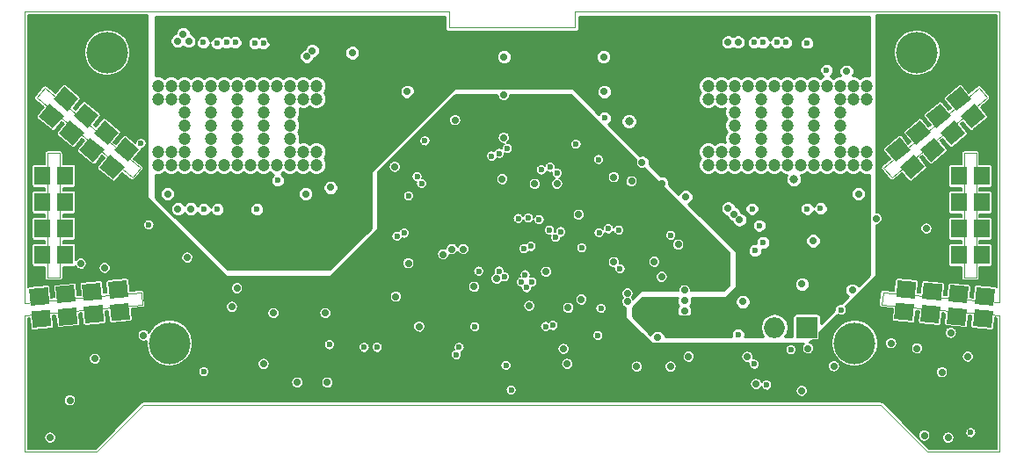
<source format=gbr>
G04 #@! TF.FileFunction,Copper,L2,Inr,Plane*
%FSLAX46Y46*%
G04 Gerber Fmt 4.6, Leading zero omitted, Abs format (unit mm)*
G04 Created by KiCad (PCBNEW 4.0.7-e2-6376~58~ubuntu16.04.1) date Sun Apr 22 01:14:24 2018*
%MOMM*%
%LPD*%
G01*
G04 APERTURE LIST*
%ADD10C,0.100000*%
%ADD11C,4.000000*%
%ADD12R,1.600000X1.800000*%
%ADD13C,1.200000*%
%ADD14R,2.000000X2.000000*%
%ADD15O,2.000000X2.000000*%
%ADD16C,0.800000*%
%ADD17C,0.700000*%
%ADD18C,0.600000*%
%ADD19C,1.500000*%
%ADD20C,0.200000*%
%ADD21C,0.150000*%
%ADD22C,0.254000*%
G04 APERTURE END LIST*
D10*
X90550000Y22800000D02*
X90550000Y28800000D01*
X90550000Y16800000D02*
X90550000Y22800000D01*
X91750000Y16800000D02*
X90550000Y16800000D01*
X91750000Y28800000D02*
X91750000Y16800000D01*
X90550000Y28800000D02*
X91750000Y28800000D01*
X6615670Y31219600D02*
X11211900Y27362900D01*
X2019410Y35076400D02*
X6615670Y31219600D01*
X1248060Y34157100D02*
X2019410Y35076400D01*
X10440600Y26443600D02*
X1248060Y34157100D01*
X11211900Y27362900D02*
X10440600Y26443600D01*
X3450000Y28800000D02*
X3450000Y22800000D01*
X2250000Y28800000D02*
X3450000Y28800000D01*
X2250000Y16800000D02*
X2250000Y28800000D01*
X3450000Y16800000D02*
X2250000Y16800000D01*
X3450000Y22800000D02*
X3450000Y16800000D01*
X87026800Y64592D02*
X93935400Y64592D01*
X82526800Y4564590D02*
X87026800Y64592D01*
X11473200Y4564590D02*
X82526800Y4564590D01*
X6973240Y64592D02*
X11473200Y4564590D01*
X64592Y64592D02*
X6973240Y64592D01*
X64592Y13195248D02*
X64592Y64592D01*
X11379500Y14185200D02*
X64592Y13195248D01*
X11274900Y15380700D02*
X11379500Y14185200D01*
X5297710Y14857700D02*
X11274900Y15380700D01*
X64592Y14399892D02*
X5297710Y14857700D01*
X64592Y42435400D02*
X64592Y14399892D01*
X40935400Y42435400D02*
X64592Y42435400D01*
X40935400Y40935400D02*
X40935400Y42435400D01*
X53064600Y40935400D02*
X40935400Y40935400D01*
X53064600Y42435400D02*
X53064600Y40935400D01*
X93935400Y42435400D02*
X53064600Y42435400D01*
X93935400Y14409896D02*
X93935400Y42435400D01*
X88702300Y14867700D02*
X93935400Y14409896D01*
X82725100Y15390700D02*
X88702300Y14867700D01*
X82620500Y14195200D02*
X82725100Y15390700D01*
X93935400Y13205250D02*
X82620500Y14195200D01*
X93935400Y64592D02*
X93935400Y13205250D01*
X91980600Y35086400D02*
X92751900Y34167100D01*
X87384300Y31229600D02*
X91980600Y35086400D01*
X82788100Y27372900D02*
X87384300Y31229600D01*
X83559400Y26453600D02*
X82788100Y27372900D01*
X92751900Y34167100D02*
X83559400Y26453600D01*
D11*
X8000000Y38500000D03*
X14000000Y10500000D03*
X80000000Y10500000D03*
X86000000Y38500000D03*
D12*
X90061000Y26610000D03*
X90061000Y24070000D03*
X90061000Y21530000D03*
X90061000Y18990000D03*
X92239000Y26610000D03*
X92239000Y24070000D03*
X92239000Y21530000D03*
X92239000Y18990000D03*
D10*
G36*
X88784963Y34087570D02*
X90163843Y35244587D01*
X91192303Y34018916D01*
X89813423Y32861899D01*
X88784963Y34087570D01*
X88784963Y34087570D01*
G37*
G36*
X86839210Y32454890D02*
X88218090Y33611907D01*
X89246550Y32386236D01*
X87867670Y31229219D01*
X86839210Y32454890D01*
X86839210Y32454890D01*
G37*
G36*
X84893457Y30822209D02*
X86272337Y31979226D01*
X87300797Y30753555D01*
X85921917Y29596538D01*
X84893457Y30822209D01*
X84893457Y30822209D01*
G37*
G36*
X82947704Y29189529D02*
X84326584Y30346546D01*
X85355044Y29120875D01*
X83976164Y27963858D01*
X82947704Y29189529D01*
X82947704Y29189529D01*
G37*
G36*
X90184956Y32419125D02*
X91563836Y33576142D01*
X92592296Y32350471D01*
X91213416Y31193454D01*
X90184956Y32419125D01*
X90184956Y32419125D01*
G37*
G36*
X88239203Y30786445D02*
X89618083Y31943462D01*
X90646543Y30717791D01*
X89267663Y29560774D01*
X88239203Y30786445D01*
X88239203Y30786445D01*
G37*
G36*
X86293450Y29153764D02*
X87672330Y30310781D01*
X88700790Y29085110D01*
X87321910Y27928093D01*
X86293450Y29153764D01*
X86293450Y29153764D01*
G37*
G36*
X84347697Y27521084D02*
X85726577Y28678101D01*
X86755037Y27452430D01*
X85376157Y26295413D01*
X84347697Y27521084D01*
X84347697Y27521084D01*
G37*
G36*
X91713563Y15898189D02*
X93506714Y15741309D01*
X93367265Y14147397D01*
X91574114Y14304277D01*
X91713563Y15898189D01*
X91713563Y15898189D01*
G37*
G36*
X89183229Y16119564D02*
X90976380Y15962684D01*
X90836931Y14368772D01*
X89043780Y14525652D01*
X89183229Y16119564D01*
X89183229Y16119564D01*
G37*
G36*
X86652894Y16340940D02*
X88446045Y16184060D01*
X88306596Y14590148D01*
X86513445Y14747028D01*
X86652894Y16340940D01*
X86652894Y16340940D01*
G37*
G36*
X84122560Y16562315D02*
X85915711Y16405435D01*
X85776262Y14811523D01*
X83983111Y14968403D01*
X84122560Y16562315D01*
X84122560Y16562315D01*
G37*
G36*
X91523738Y13728477D02*
X93316889Y13571597D01*
X93177440Y11977685D01*
X91384289Y12134565D01*
X91523738Y13728477D01*
X91523738Y13728477D01*
G37*
G36*
X88993404Y13949852D02*
X90786555Y13792972D01*
X90647106Y12199060D01*
X88853955Y12355940D01*
X88993404Y13949852D01*
X88993404Y13949852D01*
G37*
G36*
X86463069Y14171228D02*
X88256220Y14014348D01*
X88116771Y12420436D01*
X86323620Y12577316D01*
X86463069Y14171228D01*
X86463069Y14171228D01*
G37*
G36*
X83932735Y14392603D02*
X85725886Y14235723D01*
X85586437Y12641811D01*
X83793286Y12798691D01*
X83932735Y14392603D01*
X83932735Y14392603D01*
G37*
D12*
X3939000Y18990000D03*
X3939000Y21530000D03*
X3939000Y24070000D03*
X3939000Y26610000D03*
X1761000Y18990000D03*
X1761000Y21530000D03*
X1761000Y24070000D03*
X1761000Y26610000D03*
D10*
G36*
X9673416Y30336546D02*
X11052296Y29179529D01*
X10023836Y27953858D01*
X8644956Y29110875D01*
X9673416Y30336546D01*
X9673416Y30336546D01*
G37*
G36*
X7727663Y31969226D02*
X9106543Y30812209D01*
X8078083Y29586538D01*
X6699203Y30743555D01*
X7727663Y31969226D01*
X7727663Y31969226D01*
G37*
G36*
X5781910Y33601907D02*
X7160790Y32444890D01*
X6132330Y31219219D01*
X4753450Y32376236D01*
X5781910Y33601907D01*
X5781910Y33601907D01*
G37*
G36*
X3836157Y35234587D02*
X5215037Y34077570D01*
X4186577Y32851899D01*
X2807697Y34008916D01*
X3836157Y35234587D01*
X3836157Y35234587D01*
G37*
G36*
X8273423Y28668101D02*
X9652303Y27511084D01*
X8623843Y26285413D01*
X7244963Y27442430D01*
X8273423Y28668101D01*
X8273423Y28668101D01*
G37*
G36*
X6327670Y30300781D02*
X7706550Y29143764D01*
X6678090Y27918093D01*
X5299210Y29075110D01*
X6327670Y30300781D01*
X6327670Y30300781D01*
G37*
G36*
X4381917Y31933462D02*
X5760797Y30776445D01*
X4732337Y29550774D01*
X3353457Y30707791D01*
X4381917Y31933462D01*
X4381917Y31933462D01*
G37*
G36*
X2436164Y33566142D02*
X3815044Y32409125D01*
X2786584Y31183454D01*
X1407704Y32340471D01*
X2436164Y33566142D01*
X2436164Y33566142D01*
G37*
G36*
X8084289Y16395435D02*
X9877440Y16552315D01*
X10016889Y14958403D01*
X8223738Y14801523D01*
X8084289Y16395435D01*
X8084289Y16395435D01*
G37*
G36*
X5553955Y16174060D02*
X7347106Y16330940D01*
X7486555Y14737028D01*
X5693404Y14580148D01*
X5553955Y16174060D01*
X5553955Y16174060D01*
G37*
G36*
X3023620Y15952684D02*
X4816771Y16109564D01*
X4956220Y14515652D01*
X3163069Y14358772D01*
X3023620Y15952684D01*
X3023620Y15952684D01*
G37*
G36*
X493286Y15731309D02*
X2286437Y15888189D01*
X2425886Y14294277D01*
X632735Y14137397D01*
X493286Y15731309D01*
X493286Y15731309D01*
G37*
G36*
X8274114Y14225723D02*
X10067265Y14382603D01*
X10206714Y12788691D01*
X8413563Y12631811D01*
X8274114Y14225723D01*
X8274114Y14225723D01*
G37*
G36*
X5743780Y14004348D02*
X7536931Y14161228D01*
X7676380Y12567316D01*
X5883229Y12410436D01*
X5743780Y14004348D01*
X5743780Y14004348D01*
G37*
G36*
X3213445Y13782972D02*
X5006596Y13939852D01*
X5146045Y12345940D01*
X3352894Y12189060D01*
X3213445Y13782972D01*
X3213445Y13782972D01*
G37*
G36*
X683111Y13561597D02*
X2476262Y13718477D01*
X2615711Y12124565D01*
X822560Y11967685D01*
X683111Y13561597D01*
X683111Y13561597D01*
G37*
D13*
X65880000Y34040000D03*
X67150000Y34040000D03*
X68420000Y34040000D03*
X65880000Y35310000D03*
X67150000Y35310000D03*
X68420000Y35310000D03*
X69690000Y35310000D03*
X70960000Y35310000D03*
X72230000Y35310000D03*
X70960000Y34040000D03*
X70960000Y32770000D03*
X70960000Y31500000D03*
X70960000Y30230000D03*
X70960000Y28960000D03*
X70960000Y27690000D03*
X69690000Y27690000D03*
X72230000Y27690000D03*
X73500000Y27690000D03*
X73500000Y28960000D03*
X73500000Y28960000D03*
X73500000Y30230000D03*
X73500000Y31500000D03*
X73500000Y32770000D03*
X73500000Y34040000D03*
X73500000Y35310000D03*
X74770000Y35310000D03*
X76040000Y35310000D03*
X76040000Y34040000D03*
X76040000Y32770000D03*
X76040000Y31500000D03*
X76040000Y30230000D03*
X76040000Y28960000D03*
X76040000Y27690000D03*
X77310000Y27690000D03*
X74770000Y27690000D03*
X78580000Y27690000D03*
X78580000Y28960000D03*
X78580000Y30230000D03*
X78580000Y31500000D03*
X78580000Y32770000D03*
X78580000Y34040000D03*
X79850000Y34040000D03*
X81120000Y34040000D03*
X81120000Y35310000D03*
X79850000Y35310000D03*
X78580000Y35310000D03*
X77310000Y35310000D03*
X79850000Y27690000D03*
X79850000Y28960000D03*
X81120000Y27690000D03*
X81120000Y28960000D03*
X68420000Y27690000D03*
X67150000Y27690000D03*
X65880000Y27690000D03*
X65880000Y28960000D03*
X67150000Y28960000D03*
X68420000Y28960000D03*
X68420000Y30230000D03*
X68420000Y30230000D03*
X68420000Y31500000D03*
X68420000Y32770000D03*
X67150000Y35310000D03*
X65880000Y35310000D03*
X65880000Y34040000D03*
X67150000Y34040000D03*
X12880000Y34040000D03*
X14150000Y34040000D03*
X15420000Y34040000D03*
X12880000Y35310000D03*
X14150000Y35310000D03*
X15420000Y35310000D03*
X16690000Y35310000D03*
X17960000Y35310000D03*
X19230000Y35310000D03*
X17960000Y34040000D03*
X17960000Y32770000D03*
X17960000Y31500000D03*
X17960000Y30230000D03*
X17960000Y28960000D03*
X17960000Y27690000D03*
X16690000Y27690000D03*
X19230000Y27690000D03*
X20500000Y27690000D03*
X20500000Y28960000D03*
X20500000Y28960000D03*
X20500000Y30230000D03*
X20500000Y31500000D03*
X20500000Y32770000D03*
X20500000Y34040000D03*
X20500000Y35310000D03*
X21770000Y35310000D03*
X23040000Y35310000D03*
X23040000Y34040000D03*
X23040000Y32770000D03*
X23040000Y31500000D03*
X23040000Y30230000D03*
X23040000Y28960000D03*
X23040000Y27690000D03*
X24310000Y27690000D03*
X21770000Y27690000D03*
X25580000Y27690000D03*
X25580000Y28960000D03*
X25580000Y30230000D03*
X25580000Y31500000D03*
X25580000Y32770000D03*
X25580000Y34040000D03*
X26850000Y34040000D03*
X28120000Y34040000D03*
X28120000Y35310000D03*
X26850000Y35310000D03*
X25580000Y35310000D03*
X24310000Y35310000D03*
X26850000Y27690000D03*
X26850000Y28960000D03*
X28120000Y27690000D03*
X28120000Y28960000D03*
X15420000Y27690000D03*
X14150000Y27690000D03*
X12880000Y27690000D03*
X12880000Y28960000D03*
X14150000Y28960000D03*
X15420000Y28960000D03*
X15420000Y30230000D03*
X15420000Y30230000D03*
X15420000Y31500000D03*
X15420000Y32770000D03*
X14150000Y35310000D03*
X12880000Y35310000D03*
X12880000Y34040000D03*
X14150000Y34040000D03*
D14*
X75350000Y12000000D03*
D15*
X72250000Y12000000D03*
D16*
X70500000Y13000000D03*
X19700000Y18600000D03*
D17*
X60500000Y14100000D03*
X60100000Y13300000D03*
X59600000Y14100000D03*
X59600000Y14100000D03*
D16*
X30921799Y21400000D03*
X74934315Y21800000D03*
X76200000Y21800000D03*
X25800000Y21400000D03*
X27199994Y21400000D03*
X25699982Y39900000D03*
X24100000Y39900000D03*
X24900000Y39600000D03*
D17*
X37300000Y38400000D03*
D16*
X77000000Y40500000D03*
X77900000Y40500000D03*
X77899996Y39600000D03*
X80000000Y21500000D03*
X80000000Y20500000D03*
X80000000Y22500004D03*
X80000000Y23500000D03*
D17*
X38050000Y12100000D03*
X23050000Y8500000D03*
X52300000Y8500000D03*
X51950000Y9950000D03*
X52400000Y13900000D03*
X48650000Y14100000D03*
X29200000Y6700000D03*
X83500000Y10500000D03*
X89250000Y11500000D03*
X11500000Y11250000D03*
X75500000Y10000000D03*
X35700000Y27500000D03*
X41500000Y32000000D03*
X86900000Y21550000D03*
D18*
X53150000Y29675000D03*
X53700000Y19675000D03*
D17*
X53400000Y22875000D03*
X51325000Y25875000D03*
X49175000Y25850000D03*
X31600000Y38500000D03*
X43329112Y15929112D03*
X45496259Y16700148D03*
X42295399Y19568290D03*
X41200000Y19568290D03*
X5444537Y18177010D03*
X68750000Y39500000D03*
X86700000Y1600000D03*
X46049996Y26300000D03*
X62250000Y8250000D03*
X59000000Y8250000D03*
X27750000Y38700000D03*
X27200000Y38150004D03*
X15300000Y40300000D03*
X15830207Y39625699D03*
X14800000Y23450000D03*
X16050000Y23450000D03*
X68350000Y22950000D03*
X68899988Y22400000D03*
X80350000Y24900000D03*
X59500000Y27901500D03*
X67799996Y23500000D03*
X14770242Y39629758D03*
X13800000Y24900000D03*
X36900000Y34747978D03*
X74899996Y16200000D03*
X61000000Y11043968D03*
X58100000Y14500000D03*
X58100000Y15299982D03*
X27100000Y24900000D03*
X75989055Y20373038D03*
X40359551Y19058162D03*
X63700000Y24600000D03*
X74899998Y5900002D03*
X78000000Y8284500D03*
X69650300Y9180540D03*
X64000000Y9200000D03*
X70499836Y6560404D03*
X89000000Y1400000D03*
X90900000Y9200000D03*
X88400000Y7700000D03*
X29500000Y25500000D03*
X2500000Y1400000D03*
X4400000Y5000000D03*
X6800000Y9000000D03*
X20500000Y15800000D03*
X20000002Y14000000D03*
X26300000Y6700000D03*
X24000000Y13400000D03*
X29000000Y13400000D03*
X35800000Y14980000D03*
X37000000Y18200000D03*
X46200000Y38100000D03*
X46200000Y34400000D03*
X46200000Y30300000D03*
X67800004Y39500000D03*
X82100000Y22500000D03*
X79200000Y36700000D03*
X55800000Y38100000D03*
X55866226Y34733774D03*
X56800000Y26500400D03*
X58500000Y26100000D03*
X50260617Y17374186D03*
X61400000Y16900000D03*
X63600000Y14600000D03*
X63600000Y13600000D03*
X63600000Y15600000D03*
X60685676Y18345010D03*
X53669999Y14700000D03*
X56800000Y18300020D03*
X63000000Y20000002D03*
X69200000Y14500000D03*
X79755000Y15614626D03*
D18*
X18600000Y39400000D03*
X71157100Y39482900D03*
X38600000Y30000000D03*
X20327625Y39499828D03*
X20327625Y39499829D03*
X73388138Y39479253D03*
X17250000Y39500010D03*
X70300000Y39474994D03*
D17*
X36100000Y9800000D03*
X36100000Y12050000D03*
X50400000Y6000000D03*
X4500000Y39750000D03*
X52900008Y19500000D03*
X41100006Y14100000D03*
X48200000Y10400000D03*
X44729112Y14529112D03*
X44587393Y21032922D03*
D16*
X55450000Y6250000D03*
X56375000Y6250000D03*
X57300000Y6250000D03*
D17*
X66800000Y16000000D03*
X8100012Y21000000D03*
X8100000Y19600000D03*
X9600000Y23400000D03*
X13500000Y17500000D03*
X55485752Y22698404D03*
X51000000Y16900000D03*
X53516067Y18833264D03*
X1500000Y6600000D03*
X2000000Y7800000D03*
X4400000Y9700000D03*
X34000000Y15000000D03*
X38500000Y14400000D03*
X53900000Y11800000D03*
X48900000Y8500000D03*
X77800000Y7000000D03*
X92500000Y7700000D03*
X92500000Y6400000D03*
X92500000Y5000000D03*
X86200000Y4800000D03*
X84600000Y35300000D03*
X86900000Y25600000D03*
X86900000Y24100000D03*
X85200000Y22400000D03*
X84200000Y21400000D03*
X83800000Y18000000D03*
X65500000Y16900000D03*
X62699980Y22400000D03*
X61400000Y25899990D03*
X53300000Y31550900D03*
X46100000Y32000000D03*
X35800000Y26400000D03*
D18*
X29400000Y10350000D03*
X43770600Y17440500D03*
X46900000Y6000000D03*
X46400000Y8350000D03*
X48250000Y17100000D03*
X48900000Y16400000D03*
X48400000Y15850000D03*
X47900000Y16400000D03*
X49595700Y22412300D03*
X51678453Y21247383D03*
X71151366Y20200358D03*
X70381742Y19430734D03*
D17*
X7750000Y17750010D03*
D18*
X12000000Y21900000D03*
X11250000Y29750000D03*
X45750000Y17437800D03*
X46250000Y16895800D03*
X35900000Y20800000D03*
X47581000Y22516000D03*
X36599998Y21100000D03*
X48571700Y22561600D03*
X17300000Y7750000D03*
X55550000Y13850000D03*
X75400000Y23450000D03*
X22400000Y23400000D03*
X70800000Y21850000D03*
X18600000Y23400000D03*
X55300000Y28200000D03*
X55900000Y32200000D03*
X75400000Y39400000D03*
X22200000Y39422826D03*
X55250000Y11250000D03*
X57385702Y17684856D03*
X76700000Y23500000D03*
X38275300Y25872000D03*
X24400014Y26200000D03*
X78700000Y13700000D03*
X68750000Y11327038D03*
X70100000Y23450000D03*
X17300000Y23400000D03*
X77288600Y36809100D03*
X23026979Y39406847D03*
X71508300Y6462600D03*
X73847600Y9863400D03*
X51340500Y26885100D03*
X50629100Y27450979D03*
X49799200Y27193968D03*
X45007200Y28534999D03*
X45737600Y28792010D03*
X46526579Y29284020D03*
D17*
X15700000Y18750000D03*
D18*
X41600000Y9400000D03*
X34000000Y10100000D03*
X51200000Y20700000D03*
X41900000Y10100000D03*
X32750000Y10100000D03*
X50600008Y21400000D03*
X37010300Y24668600D03*
X91175500Y1881000D03*
D17*
X86000000Y10000000D03*
D18*
X37839900Y26557000D03*
X50214800Y12110800D03*
X50941721Y12214149D03*
D16*
X58250000Y31900000D03*
X74100000Y26300000D03*
D18*
X56274991Y21523147D03*
X57259011Y21411700D03*
X62269700Y20905200D03*
X55372300Y21136300D03*
X19500004Y39500000D03*
X72472987Y39500000D03*
X43400000Y12100000D03*
X70314300Y8480000D03*
X48136271Y19603719D03*
X48826425Y19832264D03*
D19*
X60100000Y13300000D02*
X61027001Y12372999D01*
X67435039Y12677019D02*
X70177019Y12677019D01*
X70177019Y12677019D02*
X71272020Y13772020D01*
X61027001Y12372999D02*
X67131019Y12372999D01*
X67131019Y12372999D02*
X67435039Y12677019D01*
X71272020Y13772020D02*
X71272020Y18137705D01*
X71272020Y18137705D02*
X74934315Y21800000D01*
X26099981Y40299999D02*
X25699982Y39900000D01*
X35400001Y40299999D02*
X26099981Y40299999D01*
X37300000Y38400000D02*
X35400001Y40299999D01*
X25800000Y21400000D02*
X27199994Y21400000D01*
X74956368Y21777947D02*
X74934315Y21800000D01*
X76177947Y21777947D02*
X74956368Y21777947D01*
X76200000Y21800000D02*
X76177947Y21777947D01*
X64327001Y26687037D02*
X65051039Y25962999D01*
X70771316Y25962999D02*
X74534316Y22199999D01*
X64152999Y36138961D02*
X64327001Y35964959D01*
X64327001Y35964959D02*
X64327001Y26687037D01*
X65051039Y25962999D02*
X70771316Y25962999D01*
X74534316Y22199999D02*
X74934315Y21800000D01*
X30921799Y26953825D02*
X30921799Y21965685D01*
X39561039Y36138961D02*
X39561039Y35593065D01*
X39561039Y35593065D02*
X30921799Y26953825D01*
X30921799Y21965685D02*
X30921799Y21400000D01*
X23000000Y18600000D02*
X20265685Y18600000D01*
X25800000Y21400000D02*
X23000000Y18600000D01*
X20265685Y18600000D02*
X19700000Y18600000D01*
X30921799Y21400000D02*
X27199994Y21400000D01*
X79299996Y21800000D02*
X76200000Y21800000D01*
X80000000Y22500004D02*
X79299996Y21800000D01*
X25600000Y39900000D02*
X25699982Y39900000D01*
X24100000Y39900000D02*
X25600000Y39900000D01*
X25200000Y39900000D02*
X25600000Y39900000D01*
X25200000Y39900000D02*
X24100000Y39900000D01*
X25200000Y39900000D02*
X24900000Y39600000D01*
X64152999Y36138961D02*
X39561039Y36138961D01*
X39561039Y36138961D02*
X37300000Y38400000D01*
X76468279Y38168283D02*
X77899996Y39600000D01*
X64152999Y36138961D02*
X66182321Y38168283D01*
X66182321Y38168283D02*
X76468279Y38168283D01*
X80000000Y20500000D02*
X80000000Y23500000D01*
D20*
X36100000Y9800000D02*
X36100000Y12050000D01*
X34600000Y14400000D02*
X34600000Y13550000D01*
X34600000Y13550000D02*
X36100000Y12050000D01*
X57300000Y6250000D02*
X54300000Y6250000D01*
X50400000Y6000000D02*
X54050000Y6000000D01*
X54050000Y6000000D02*
X54300000Y6250000D01*
X48900000Y8500000D02*
X50400000Y7000000D01*
X50400000Y7000000D02*
X50400000Y6000000D01*
X5500000Y39250000D02*
X5000000Y39750000D01*
X5000000Y39750000D02*
X4500000Y39750000D01*
X5500000Y36750000D02*
X5500000Y39250000D01*
X6750000Y35500000D02*
X5500000Y36750000D01*
X8500000Y35500000D02*
X6750000Y35500000D01*
X11827001Y32172999D02*
X8500000Y35500000D01*
X82700000Y8300000D02*
X81400000Y7000000D01*
X81400000Y7000000D02*
X77800000Y7000000D01*
X82700000Y8300000D02*
X82700000Y12000000D01*
X82700000Y12000000D02*
X81650000Y13050000D01*
X81650000Y13050000D02*
X81650000Y15850000D01*
X81650000Y15850000D02*
X82600000Y16800000D01*
X82600000Y16800000D02*
X83800000Y18000000D01*
X61400000Y25899990D02*
X61050010Y25899990D01*
X61050010Y25899990D02*
X60024999Y26925001D01*
X60024999Y26925001D02*
X57925899Y26925001D01*
X57925899Y26925001D02*
X56000000Y28850900D01*
X56000000Y28850900D02*
X53300000Y31550900D01*
X61400000Y25899990D02*
X61400000Y25550000D01*
X61400000Y25550000D02*
X62699980Y24250020D01*
X62699980Y24250020D02*
X62699980Y22400000D01*
X52550009Y19150001D02*
X52900008Y19500000D01*
X51000000Y16900000D02*
X51000000Y17599992D01*
X52900008Y20112660D02*
X52900008Y19994974D01*
X55485752Y22698404D02*
X52900008Y20112660D01*
X52900008Y19994974D02*
X52900008Y19500000D01*
X51000000Y17599992D02*
X52550009Y19150001D01*
X52900008Y19449323D02*
X52900008Y19500000D01*
X53516067Y18833264D02*
X52900008Y19449323D01*
X41594980Y14100000D02*
X41100006Y14100000D01*
X44729112Y14529112D02*
X44300000Y14100000D01*
X44300000Y14100000D02*
X41594980Y14100000D01*
X40800006Y14400000D02*
X41100006Y14100000D01*
X38500000Y14400000D02*
X40800006Y14400000D01*
X44729112Y14529112D02*
X48200000Y11058224D01*
X50000000Y10400000D02*
X48694974Y10400000D01*
X48200000Y10894974D02*
X48200000Y10400000D01*
X48900000Y8500000D02*
X48200000Y9200000D01*
X53900000Y11800000D02*
X51400000Y11800000D01*
X48200000Y9200000D02*
X48200000Y9905026D01*
X48694974Y10400000D02*
X48200000Y10400000D01*
X51400000Y11800000D02*
X50000000Y10400000D01*
X48200000Y9905026D02*
X48200000Y10400000D01*
X48200000Y11058224D02*
X48200000Y10894974D01*
X44587393Y21032922D02*
X44587393Y14670831D01*
X44587393Y14670831D02*
X44729112Y14529112D01*
X11827001Y25627001D02*
X11827001Y32172999D01*
X9600000Y23400000D02*
X11827001Y25627001D01*
X86900000Y25600000D02*
X83700000Y25600000D01*
X83700000Y25600000D02*
X82200000Y27100000D01*
X82200000Y27100000D02*
X82200000Y32900000D01*
X82200000Y32900000D02*
X84600000Y35300000D01*
X69275000Y7349999D02*
X77450001Y7349999D01*
X57300000Y6250000D02*
X68175001Y6250000D01*
X68175001Y6250000D02*
X69275000Y7349999D01*
X48900000Y8500000D02*
X49900000Y7500000D01*
X77450001Y7349999D02*
X77800000Y7000000D01*
X62699980Y22400000D02*
X55784156Y22400000D01*
X55784156Y22400000D02*
X55485752Y22698404D01*
X66800000Y16000000D02*
X66400000Y16000000D01*
X66400000Y16000000D02*
X65500000Y16900000D01*
X46100000Y32000000D02*
X42500000Y28400000D01*
X42500000Y28400000D02*
X38898498Y28400000D01*
X38898498Y28400000D02*
X36898498Y26400000D01*
X36898498Y26400000D02*
X35800000Y26400000D01*
X9200000Y21000000D02*
X8100012Y21000000D01*
X9600000Y21400000D02*
X9200000Y21000000D01*
X8100000Y20999988D02*
X8100012Y21000000D01*
X8100000Y19600000D02*
X8100000Y20999988D01*
X9600000Y21400000D02*
X9600000Y23400000D01*
X13500000Y17500000D02*
X9600000Y21400000D01*
X12743307Y15000000D02*
X12743307Y16743307D01*
X12743307Y16743307D02*
X13500000Y17500000D01*
X53900000Y11800000D02*
X54249999Y12149999D01*
X54249999Y12149999D02*
X54249999Y18099332D01*
X54249999Y18099332D02*
X53516067Y18833264D01*
X2000000Y7800000D02*
X2000000Y7100000D01*
X2000000Y7100000D02*
X1500000Y6600000D01*
X34000000Y15000000D02*
X12743307Y15000000D01*
X12743307Y15000000D02*
X7443307Y9700000D01*
X7443307Y9700000D02*
X4400000Y9700000D01*
X38500000Y14400000D02*
X34600000Y14400000D01*
X34600000Y14400000D02*
X34000000Y15000000D01*
X92500000Y6400000D02*
X92500000Y7700000D01*
X92500000Y5000000D02*
X92500000Y6400000D01*
X86200000Y4800000D02*
X92300000Y4800000D01*
X92300000Y4800000D02*
X92500000Y5000000D01*
X82700000Y8300000D02*
X86200000Y4800000D01*
X86900000Y24100000D02*
X86900000Y25600000D01*
X85200000Y22400000D02*
X86900000Y24100000D01*
X84200000Y21400000D02*
X85200000Y22400000D01*
X83800000Y21000000D02*
X84200000Y21400000D01*
X83800000Y18000000D02*
X83800000Y21000000D01*
X62699980Y22400000D02*
X65000000Y20099980D01*
X65000000Y20099980D02*
X65000000Y17400000D01*
X65000000Y17400000D02*
X65500000Y16900000D01*
X46100000Y32000000D02*
X52850900Y32000000D01*
X52850900Y32000000D02*
X53300000Y31550900D01*
D21*
G36*
X11925000Y24500000D02*
X11927969Y24479105D01*
X11936642Y24459865D01*
X11946967Y24446967D01*
X19446967Y16946967D01*
X19463841Y16934292D01*
X19483579Y16926820D01*
X19500000Y16925000D01*
X29500000Y16925000D01*
X29520895Y16927969D01*
X29540135Y16936642D01*
X29553033Y16946967D01*
X30002423Y17396357D01*
X43244910Y17396357D01*
X43263496Y17295090D01*
X43301397Y17199363D01*
X43357170Y17112820D01*
X43428691Y17038758D01*
X43513235Y16979999D01*
X43607581Y16938780D01*
X43708137Y16916671D01*
X43811072Y16914515D01*
X43912466Y16932393D01*
X44008456Y16969625D01*
X44095386Y17024793D01*
X44169945Y17095794D01*
X44229293Y17179926D01*
X44271170Y17273983D01*
X44293980Y17374382D01*
X44295622Y17491979D01*
X44275624Y17592976D01*
X44236390Y17688165D01*
X44179414Y17773921D01*
X44106867Y17846977D01*
X44021511Y17904550D01*
X43926598Y17944448D01*
X43825743Y17965150D01*
X43722788Y17965869D01*
X43621654Y17946576D01*
X43526193Y17908008D01*
X43440041Y17851632D01*
X43366481Y17779596D01*
X43308313Y17694644D01*
X43267754Y17600012D01*
X43246348Y17499304D01*
X43244910Y17396357D01*
X30002423Y17396357D01*
X30757718Y18151652D01*
X36424244Y18151652D01*
X36444600Y18040742D01*
X36486111Y17935897D01*
X36547196Y17841112D01*
X36625528Y17759997D01*
X36718123Y17695641D01*
X36821456Y17650497D01*
X36931588Y17626282D01*
X37044327Y17623921D01*
X37155377Y17643502D01*
X37260509Y17684280D01*
X37355718Y17744702D01*
X37437378Y17822465D01*
X37502379Y17914609D01*
X37548243Y18017624D01*
X37573226Y18127585D01*
X37574958Y18251672D01*
X56224244Y18251672D01*
X56244600Y18140762D01*
X56286111Y18035917D01*
X56347196Y17941132D01*
X56425528Y17860017D01*
X56518123Y17795661D01*
X56621456Y17750517D01*
X56731588Y17726302D01*
X56844327Y17723941D01*
X56861216Y17726919D01*
X56860012Y17640713D01*
X56878598Y17539446D01*
X56916499Y17443719D01*
X56972272Y17357176D01*
X57043793Y17283114D01*
X57128337Y17224355D01*
X57222683Y17183136D01*
X57323239Y17161027D01*
X57426174Y17158871D01*
X57527568Y17176749D01*
X57623558Y17213981D01*
X57710488Y17269149D01*
X57785047Y17340150D01*
X57844395Y17424282D01*
X57886272Y17518339D01*
X57909082Y17618738D01*
X57910724Y17736335D01*
X57890726Y17837332D01*
X57851492Y17932521D01*
X57794516Y18018277D01*
X57721969Y18091333D01*
X57636613Y18148906D01*
X57541700Y18188804D01*
X57440845Y18209506D01*
X57369228Y18210006D01*
X57373226Y18227605D01*
X57374190Y18296662D01*
X60109920Y18296662D01*
X60130276Y18185752D01*
X60171787Y18080907D01*
X60232872Y17986122D01*
X60311204Y17905007D01*
X60403799Y17840651D01*
X60507132Y17795507D01*
X60617264Y17771292D01*
X60730003Y17768931D01*
X60841053Y17788512D01*
X60946185Y17829290D01*
X61041394Y17889712D01*
X61123054Y17967475D01*
X61188055Y18059619D01*
X61233919Y18162634D01*
X61258902Y18272595D01*
X61260700Y18401392D01*
X61238798Y18512007D01*
X61195827Y18616262D01*
X61133425Y18710185D01*
X61053968Y18790199D01*
X60960483Y18853255D01*
X60856531Y18896953D01*
X60746071Y18919627D01*
X60633310Y18920414D01*
X60522544Y18899284D01*
X60417992Y18857042D01*
X60323636Y18795297D01*
X60243069Y18716401D01*
X60179362Y18623359D01*
X60134940Y18519714D01*
X60111495Y18409415D01*
X60109920Y18296662D01*
X57374190Y18296662D01*
X57375024Y18356402D01*
X57353122Y18467017D01*
X57310151Y18571272D01*
X57247749Y18665195D01*
X57168292Y18745209D01*
X57074807Y18808265D01*
X56970855Y18851963D01*
X56860395Y18874637D01*
X56747634Y18875424D01*
X56636868Y18854294D01*
X56532316Y18812052D01*
X56437960Y18750307D01*
X56357393Y18671411D01*
X56293686Y18578369D01*
X56249264Y18474724D01*
X56225819Y18364425D01*
X56224244Y18251672D01*
X37574958Y18251672D01*
X37575024Y18256382D01*
X37553122Y18366997D01*
X37510151Y18471252D01*
X37447749Y18565175D01*
X37368292Y18645189D01*
X37274807Y18708245D01*
X37170855Y18751943D01*
X37060395Y18774617D01*
X36947634Y18775404D01*
X36836868Y18754274D01*
X36732316Y18712032D01*
X36637960Y18650287D01*
X36557393Y18571391D01*
X36493686Y18478349D01*
X36449264Y18374704D01*
X36425819Y18264405D01*
X36424244Y18151652D01*
X30757718Y18151652D01*
X31615880Y19009814D01*
X39783795Y19009814D01*
X39804151Y18898904D01*
X39845662Y18794059D01*
X39906747Y18699274D01*
X39985079Y18618159D01*
X40077674Y18553803D01*
X40181007Y18508659D01*
X40291139Y18484444D01*
X40403878Y18482083D01*
X40514928Y18501664D01*
X40620060Y18542442D01*
X40715269Y18602864D01*
X40796929Y18680627D01*
X40861930Y18772771D01*
X40907794Y18875786D01*
X40932777Y18985747D01*
X40933773Y19057094D01*
X41021456Y19018787D01*
X41131588Y18994572D01*
X41244327Y18992211D01*
X41355377Y19011792D01*
X41460509Y19052570D01*
X41555718Y19112992D01*
X41637378Y19190755D01*
X41702379Y19282899D01*
X41748243Y19385914D01*
X41748574Y19387373D01*
X41781510Y19304187D01*
X41842595Y19209402D01*
X41920927Y19128287D01*
X42013522Y19063931D01*
X42116855Y19018787D01*
X42226987Y18994572D01*
X42339726Y18992211D01*
X42450776Y19011792D01*
X42555908Y19052570D01*
X42651117Y19112992D01*
X42732777Y19190755D01*
X42797778Y19282899D01*
X42843642Y19385914D01*
X42868625Y19495875D01*
X42869514Y19559576D01*
X47610581Y19559576D01*
X47629167Y19458309D01*
X47667068Y19362582D01*
X47722841Y19276039D01*
X47794362Y19201977D01*
X47878906Y19143218D01*
X47973252Y19101999D01*
X48073808Y19079890D01*
X48176743Y19077734D01*
X48278137Y19095612D01*
X48374127Y19132844D01*
X48461057Y19188012D01*
X48535616Y19259013D01*
X48594964Y19343145D01*
X48601412Y19357628D01*
X48663406Y19330544D01*
X48763962Y19308435D01*
X48866897Y19306279D01*
X48968291Y19324157D01*
X49064281Y19361389D01*
X49151211Y19416557D01*
X49225770Y19487558D01*
X49285118Y19571690D01*
X49311460Y19630857D01*
X53174310Y19630857D01*
X53192896Y19529590D01*
X53230797Y19433863D01*
X53286570Y19347320D01*
X53358091Y19273258D01*
X53442635Y19214499D01*
X53536981Y19173280D01*
X53637537Y19151171D01*
X53740472Y19149015D01*
X53841866Y19166893D01*
X53937856Y19204125D01*
X54024786Y19259293D01*
X54099345Y19330294D01*
X54158693Y19414426D01*
X54200570Y19508483D01*
X54223380Y19608882D01*
X54225022Y19726479D01*
X54205024Y19827476D01*
X54165790Y19922665D01*
X54146530Y19951654D01*
X62424244Y19951654D01*
X62444600Y19840744D01*
X62486111Y19735899D01*
X62547196Y19641114D01*
X62625528Y19559999D01*
X62718123Y19495643D01*
X62821456Y19450499D01*
X62931588Y19426284D01*
X63044327Y19423923D01*
X63155377Y19443504D01*
X63260509Y19484282D01*
X63355718Y19544704D01*
X63437378Y19622467D01*
X63502379Y19714611D01*
X63548243Y19817626D01*
X63573226Y19927587D01*
X63575024Y20056384D01*
X63553122Y20166999D01*
X63510151Y20271254D01*
X63447749Y20365177D01*
X63368292Y20445191D01*
X63274807Y20508247D01*
X63170855Y20551945D01*
X63060395Y20574619D01*
X62947634Y20575406D01*
X62836868Y20554276D01*
X62732316Y20512034D01*
X62637960Y20450289D01*
X62557393Y20371393D01*
X62493686Y20278351D01*
X62449264Y20174706D01*
X62425819Y20064407D01*
X62424244Y19951654D01*
X54146530Y19951654D01*
X54108814Y20008421D01*
X54036267Y20081477D01*
X53950911Y20139050D01*
X53855998Y20178948D01*
X53755143Y20199650D01*
X53652188Y20200369D01*
X53551054Y20181076D01*
X53455593Y20142508D01*
X53369441Y20086132D01*
X53295881Y20014096D01*
X53237713Y19929144D01*
X53197154Y19834512D01*
X53175748Y19733804D01*
X53174310Y19630857D01*
X49311460Y19630857D01*
X49326995Y19665747D01*
X49349805Y19766146D01*
X49351447Y19883743D01*
X49331449Y19984740D01*
X49292215Y20079929D01*
X49235239Y20165685D01*
X49162692Y20238741D01*
X49077336Y20296314D01*
X48982423Y20336212D01*
X48881568Y20356914D01*
X48778613Y20357633D01*
X48677479Y20338340D01*
X48582018Y20299772D01*
X48495866Y20243396D01*
X48422306Y20171360D01*
X48364138Y20086408D01*
X48360887Y20078823D01*
X48292269Y20107667D01*
X48191414Y20128369D01*
X48088459Y20129088D01*
X47987325Y20109795D01*
X47891864Y20071227D01*
X47805712Y20014851D01*
X47732152Y19942815D01*
X47673984Y19857863D01*
X47633425Y19763231D01*
X47612019Y19662523D01*
X47610581Y19559576D01*
X42869514Y19559576D01*
X42870423Y19624672D01*
X42848521Y19735287D01*
X42805550Y19839542D01*
X42743148Y19933465D01*
X42663691Y20013479D01*
X42570206Y20076535D01*
X42466254Y20120233D01*
X42355794Y20142907D01*
X42243033Y20143694D01*
X42132267Y20122564D01*
X42027715Y20080322D01*
X41933359Y20018577D01*
X41852792Y19939681D01*
X41789085Y19846639D01*
X41747356Y19749277D01*
X41710151Y19839542D01*
X41647749Y19933465D01*
X41568292Y20013479D01*
X41474807Y20076535D01*
X41370855Y20120233D01*
X41260395Y20142907D01*
X41147634Y20143694D01*
X41036868Y20122564D01*
X40932316Y20080322D01*
X40837960Y20018577D01*
X40757393Y19939681D01*
X40693686Y19846639D01*
X40649264Y19742994D01*
X40625819Y19632695D01*
X40624948Y19570363D01*
X40530406Y19610105D01*
X40419946Y19632779D01*
X40307185Y19633566D01*
X40196419Y19612436D01*
X40091867Y19570194D01*
X39997511Y19508449D01*
X39916944Y19429553D01*
X39853237Y19336511D01*
X39808815Y19232866D01*
X39785370Y19122567D01*
X39783795Y19009814D01*
X31615880Y19009814D01*
X33361923Y20755857D01*
X35374310Y20755857D01*
X35392896Y20654590D01*
X35430797Y20558863D01*
X35486570Y20472320D01*
X35558091Y20398258D01*
X35642635Y20339499D01*
X35736981Y20298280D01*
X35837537Y20276171D01*
X35940472Y20274015D01*
X36041866Y20291893D01*
X36137856Y20329125D01*
X36224786Y20384293D01*
X36299345Y20455294D01*
X36358693Y20539426D01*
X36393378Y20617329D01*
X36436979Y20598280D01*
X36537535Y20576171D01*
X36640470Y20574015D01*
X36741864Y20591893D01*
X36837854Y20629125D01*
X36924784Y20684293D01*
X36999343Y20755294D01*
X37058691Y20839426D01*
X37100568Y20933483D01*
X37123378Y21033882D01*
X37125020Y21151479D01*
X37105022Y21252476D01*
X37065788Y21347665D01*
X37060346Y21355857D01*
X50074318Y21355857D01*
X50092904Y21254590D01*
X50130805Y21158863D01*
X50186578Y21072320D01*
X50258099Y20998258D01*
X50342643Y20939499D01*
X50436989Y20898280D01*
X50537545Y20876171D01*
X50640480Y20874015D01*
X50708511Y20886010D01*
X50697154Y20859512D01*
X50675748Y20758804D01*
X50674310Y20655857D01*
X50692896Y20554590D01*
X50730797Y20458863D01*
X50786570Y20372320D01*
X50858091Y20298258D01*
X50942635Y20239499D01*
X51036981Y20198280D01*
X51137537Y20176171D01*
X51240472Y20174015D01*
X51341866Y20191893D01*
X51437856Y20229125D01*
X51524786Y20284293D01*
X51599345Y20355294D01*
X51658693Y20439426D01*
X51700570Y20533483D01*
X51723380Y20633882D01*
X51724616Y20722401D01*
X51820319Y20739276D01*
X51916309Y20776508D01*
X52003239Y20831676D01*
X52077798Y20902677D01*
X52137146Y20986809D01*
X52179023Y21080866D01*
X52181588Y21092157D01*
X54846610Y21092157D01*
X54865196Y20990890D01*
X54903097Y20895163D01*
X54958870Y20808620D01*
X55030391Y20734558D01*
X55114935Y20675799D01*
X55209281Y20634580D01*
X55309837Y20612471D01*
X55412772Y20610315D01*
X55514166Y20628193D01*
X55610156Y20665425D01*
X55697086Y20720593D01*
X55771645Y20791594D01*
X55820645Y20861057D01*
X61744010Y20861057D01*
X61762596Y20759790D01*
X61800497Y20664063D01*
X61856270Y20577520D01*
X61927791Y20503458D01*
X62012335Y20444699D01*
X62106681Y20403480D01*
X62207237Y20381371D01*
X62310172Y20379215D01*
X62411566Y20397093D01*
X62507556Y20434325D01*
X62594486Y20489493D01*
X62669045Y20560494D01*
X62728393Y20644626D01*
X62770270Y20738683D01*
X62793080Y20839082D01*
X62794722Y20956679D01*
X62774724Y21057676D01*
X62735490Y21152865D01*
X62678514Y21238621D01*
X62605967Y21311677D01*
X62520611Y21369250D01*
X62425698Y21409148D01*
X62324843Y21429850D01*
X62221888Y21430569D01*
X62120754Y21411276D01*
X62025293Y21372708D01*
X61939141Y21316332D01*
X61865581Y21244296D01*
X61807413Y21159344D01*
X61766854Y21064712D01*
X61745448Y20964004D01*
X61744010Y20861057D01*
X55820645Y20861057D01*
X55830993Y20875726D01*
X55872870Y20969783D01*
X55895680Y21070182D01*
X55896918Y21158854D01*
X55933082Y21121405D01*
X56017626Y21062646D01*
X56111972Y21021427D01*
X56212528Y20999318D01*
X56315463Y20997162D01*
X56416857Y21015040D01*
X56512847Y21052272D01*
X56599777Y21107440D01*
X56674336Y21178441D01*
X56733684Y21262573D01*
X56747071Y21292640D01*
X56751907Y21266290D01*
X56789808Y21170563D01*
X56845581Y21084020D01*
X56917102Y21009958D01*
X57001646Y20951199D01*
X57095992Y20909980D01*
X57196548Y20887871D01*
X57299483Y20885715D01*
X57400877Y20903593D01*
X57496867Y20940825D01*
X57583797Y20995993D01*
X57658356Y21066994D01*
X57717704Y21151126D01*
X57759581Y21245183D01*
X57782391Y21345582D01*
X57784033Y21463179D01*
X57764035Y21564176D01*
X57724801Y21659365D01*
X57667825Y21745121D01*
X57595278Y21818177D01*
X57509922Y21875750D01*
X57415009Y21915648D01*
X57314154Y21936350D01*
X57211199Y21937069D01*
X57110065Y21917776D01*
X57014604Y21879208D01*
X56928452Y21822832D01*
X56854892Y21750796D01*
X56796724Y21665844D01*
X56786619Y21642268D01*
X56780015Y21675623D01*
X56740781Y21770812D01*
X56683805Y21856568D01*
X56611258Y21929624D01*
X56525902Y21987197D01*
X56430989Y22027095D01*
X56330134Y22047797D01*
X56227179Y22048516D01*
X56126045Y22029223D01*
X56030584Y21990655D01*
X55944432Y21934279D01*
X55870872Y21862243D01*
X55812704Y21777291D01*
X55772145Y21682659D01*
X55750739Y21581951D01*
X55749614Y21501442D01*
X55708567Y21542777D01*
X55623211Y21600350D01*
X55528298Y21640248D01*
X55427443Y21660950D01*
X55324488Y21661669D01*
X55223354Y21642376D01*
X55127893Y21603808D01*
X55041741Y21547432D01*
X54968181Y21475396D01*
X54910013Y21390444D01*
X54869454Y21295812D01*
X54848048Y21195104D01*
X54846610Y21092157D01*
X52181588Y21092157D01*
X52201833Y21181265D01*
X52203475Y21298862D01*
X52183477Y21399859D01*
X52144243Y21495048D01*
X52087267Y21580804D01*
X52014720Y21653860D01*
X51929364Y21711433D01*
X51834451Y21751331D01*
X51733596Y21772033D01*
X51630641Y21772752D01*
X51529507Y21753459D01*
X51434046Y21714891D01*
X51347894Y21658515D01*
X51274334Y21586479D01*
X51216166Y21501527D01*
X51175607Y21406895D01*
X51154201Y21306187D01*
X51153072Y21225363D01*
X51152188Y21225369D01*
X51091840Y21213857D01*
X51100578Y21233483D01*
X51123388Y21333882D01*
X51125030Y21451479D01*
X51105032Y21552476D01*
X51065798Y21647665D01*
X51008822Y21733421D01*
X50936275Y21806477D01*
X50850919Y21864050D01*
X50756006Y21903948D01*
X50655151Y21924650D01*
X50552196Y21925369D01*
X50451062Y21906076D01*
X50355601Y21867508D01*
X50269449Y21811132D01*
X50195889Y21739096D01*
X50137721Y21654144D01*
X50097162Y21559512D01*
X50075756Y21458804D01*
X50074318Y21355857D01*
X37060346Y21355857D01*
X37008812Y21433421D01*
X36936265Y21506477D01*
X36850909Y21564050D01*
X36755996Y21603948D01*
X36655141Y21624650D01*
X36552186Y21625369D01*
X36451052Y21606076D01*
X36355591Y21567508D01*
X36269439Y21511132D01*
X36195879Y21439096D01*
X36137711Y21354144D01*
X36107007Y21282506D01*
X36055998Y21303948D01*
X35955143Y21324650D01*
X35852188Y21325369D01*
X35751054Y21306076D01*
X35655593Y21267508D01*
X35569441Y21211132D01*
X35495881Y21139096D01*
X35437713Y21054144D01*
X35397154Y20959512D01*
X35375748Y20858804D01*
X35374310Y20755857D01*
X33361923Y20755857D01*
X34053033Y21446967D01*
X34065708Y21463841D01*
X34073180Y21483579D01*
X34075000Y21500000D01*
X34075000Y22471857D01*
X47055310Y22471857D01*
X47073896Y22370590D01*
X47111797Y22274863D01*
X47167570Y22188320D01*
X47239091Y22114258D01*
X47323635Y22055499D01*
X47417981Y22014280D01*
X47518537Y21992171D01*
X47621472Y21990015D01*
X47722866Y22007893D01*
X47818856Y22045125D01*
X47905786Y22100293D01*
X47980345Y22171294D01*
X48039693Y22255426D01*
X48081570Y22349483D01*
X48085011Y22364628D01*
X48102497Y22320463D01*
X48158270Y22233920D01*
X48229791Y22159858D01*
X48314335Y22101099D01*
X48408681Y22059880D01*
X48509237Y22037771D01*
X48612172Y22035615D01*
X48713566Y22053493D01*
X48809556Y22090725D01*
X48896486Y22145893D01*
X48971045Y22216894D01*
X49030393Y22301026D01*
X49070325Y22390715D01*
X49070010Y22368157D01*
X49088596Y22266890D01*
X49126497Y22171163D01*
X49182270Y22084620D01*
X49253791Y22010558D01*
X49338335Y21951799D01*
X49432681Y21910580D01*
X49533237Y21888471D01*
X49636172Y21886315D01*
X49737566Y21904193D01*
X49833556Y21941425D01*
X49920486Y21996593D01*
X49995045Y22067594D01*
X50054393Y22151726D01*
X50096270Y22245783D01*
X50119080Y22346182D01*
X50120722Y22463779D01*
X50100724Y22564776D01*
X50061490Y22659965D01*
X50004514Y22745721D01*
X49931967Y22818777D01*
X49920292Y22826652D01*
X52824244Y22826652D01*
X52844600Y22715742D01*
X52886111Y22610897D01*
X52947196Y22516112D01*
X53025528Y22434997D01*
X53118123Y22370641D01*
X53221456Y22325497D01*
X53331588Y22301282D01*
X53444327Y22298921D01*
X53555377Y22318502D01*
X53660509Y22359280D01*
X53755718Y22419702D01*
X53837378Y22497465D01*
X53902379Y22589609D01*
X53948243Y22692624D01*
X53973226Y22802585D01*
X53975024Y22931382D01*
X53953122Y23041997D01*
X53910151Y23146252D01*
X53847749Y23240175D01*
X53768292Y23320189D01*
X53674807Y23383245D01*
X53570855Y23426943D01*
X53460395Y23449617D01*
X53347634Y23450404D01*
X53236868Y23429274D01*
X53132316Y23387032D01*
X53037960Y23325287D01*
X52957393Y23246391D01*
X52893686Y23153349D01*
X52849264Y23049704D01*
X52825819Y22939405D01*
X52824244Y22826652D01*
X49920292Y22826652D01*
X49846611Y22876350D01*
X49751698Y22916248D01*
X49650843Y22936950D01*
X49547888Y22937669D01*
X49446754Y22918376D01*
X49351293Y22879808D01*
X49265141Y22823432D01*
X49191581Y22751396D01*
X49133413Y22666444D01*
X49096257Y22579751D01*
X49096722Y22613079D01*
X49076724Y22714076D01*
X49037490Y22809265D01*
X48980514Y22895021D01*
X48907967Y22968077D01*
X48822611Y23025650D01*
X48727698Y23065548D01*
X48626843Y23086250D01*
X48523888Y23086969D01*
X48422754Y23067676D01*
X48327293Y23029108D01*
X48241141Y22972732D01*
X48167581Y22900696D01*
X48109413Y22815744D01*
X48068854Y22721112D01*
X48067314Y22713869D01*
X48046790Y22763665D01*
X47989814Y22849421D01*
X47917267Y22922477D01*
X47831911Y22980050D01*
X47736998Y23019948D01*
X47636143Y23040650D01*
X47533188Y23041369D01*
X47432054Y23022076D01*
X47336593Y22983508D01*
X47250441Y22927132D01*
X47176881Y22855096D01*
X47118713Y22770144D01*
X47078154Y22675512D01*
X47056748Y22574804D01*
X47055310Y22471857D01*
X34075000Y22471857D01*
X34075000Y24624457D01*
X36484610Y24624457D01*
X36503196Y24523190D01*
X36541097Y24427463D01*
X36596870Y24340920D01*
X36668391Y24266858D01*
X36752935Y24208099D01*
X36847281Y24166880D01*
X36947837Y24144771D01*
X37050772Y24142615D01*
X37152166Y24160493D01*
X37248156Y24197725D01*
X37335086Y24252893D01*
X37409645Y24323894D01*
X37468993Y24408026D01*
X37510870Y24502083D01*
X37533680Y24602482D01*
X37535322Y24720079D01*
X37515324Y24821076D01*
X37476090Y24916265D01*
X37419114Y25002021D01*
X37346567Y25075077D01*
X37261211Y25132650D01*
X37166298Y25172548D01*
X37065443Y25193250D01*
X36962488Y25193969D01*
X36861354Y25174676D01*
X36765893Y25136108D01*
X36679741Y25079732D01*
X36606181Y25007696D01*
X36548013Y24922744D01*
X36507454Y24828112D01*
X36486048Y24727404D01*
X36484610Y24624457D01*
X34075000Y24624457D01*
X34075000Y26512857D01*
X37314210Y26512857D01*
X37332796Y26411590D01*
X37370697Y26315863D01*
X37426470Y26229320D01*
X37497991Y26155258D01*
X37582535Y26096499D01*
X37676881Y26055280D01*
X37773533Y26034029D01*
X37772454Y26031512D01*
X37751048Y25930804D01*
X37749610Y25827857D01*
X37768196Y25726590D01*
X37806097Y25630863D01*
X37861870Y25544320D01*
X37933391Y25470258D01*
X38017935Y25411499D01*
X38112281Y25370280D01*
X38212837Y25348171D01*
X38315772Y25346015D01*
X38417166Y25363893D01*
X38513156Y25401125D01*
X38600086Y25456293D01*
X38674645Y25527294D01*
X38733993Y25611426D01*
X38775870Y25705483D01*
X38798680Y25805882D01*
X38800322Y25923479D01*
X38780324Y26024476D01*
X38741090Y26119665D01*
X38684114Y26205421D01*
X38638206Y26251652D01*
X45474240Y26251652D01*
X45494596Y26140742D01*
X45536107Y26035897D01*
X45597192Y25941112D01*
X45675524Y25859997D01*
X45768119Y25795641D01*
X45871452Y25750497D01*
X45981584Y25726282D01*
X46094323Y25723921D01*
X46205373Y25743502D01*
X46310505Y25784280D01*
X46337878Y25801652D01*
X48599244Y25801652D01*
X48619600Y25690742D01*
X48661111Y25585897D01*
X48722196Y25491112D01*
X48800528Y25409997D01*
X48893123Y25345641D01*
X48996456Y25300497D01*
X49106588Y25276282D01*
X49219327Y25273921D01*
X49330377Y25293502D01*
X49435509Y25334280D01*
X49530718Y25394702D01*
X49612378Y25472465D01*
X49677379Y25564609D01*
X49723243Y25667624D01*
X49748226Y25777585D01*
X49750024Y25906382D01*
X49728122Y26016997D01*
X49685151Y26121252D01*
X49622749Y26215175D01*
X49543292Y26295189D01*
X49449807Y26358245D01*
X49345855Y26401943D01*
X49235395Y26424617D01*
X49122634Y26425404D01*
X49011868Y26404274D01*
X48907316Y26362032D01*
X48812960Y26300287D01*
X48732393Y26221391D01*
X48668686Y26128349D01*
X48624264Y26024704D01*
X48600819Y25914405D01*
X48599244Y25801652D01*
X46337878Y25801652D01*
X46405714Y25844702D01*
X46487374Y25922465D01*
X46552375Y26014609D01*
X46598239Y26117624D01*
X46623222Y26227585D01*
X46625020Y26356382D01*
X46603118Y26466997D01*
X46560147Y26571252D01*
X46497745Y26665175D01*
X46418288Y26745189D01*
X46324803Y26808245D01*
X46220851Y26851943D01*
X46110391Y26874617D01*
X45997630Y26875404D01*
X45886864Y26854274D01*
X45782312Y26812032D01*
X45687956Y26750287D01*
X45607389Y26671391D01*
X45543682Y26578349D01*
X45499260Y26474704D01*
X45475815Y26364405D01*
X45474240Y26251652D01*
X38638206Y26251652D01*
X38611567Y26278477D01*
X38526211Y26336050D01*
X38431298Y26375948D01*
X38341362Y26394409D01*
X38363280Y26490882D01*
X38364922Y26608479D01*
X38344924Y26709476D01*
X38305690Y26804665D01*
X38248714Y26890421D01*
X38176167Y26963477D01*
X38090811Y27021050D01*
X37995898Y27060948D01*
X37895043Y27081650D01*
X37792088Y27082369D01*
X37690954Y27063076D01*
X37595493Y27024508D01*
X37509341Y26968132D01*
X37435781Y26896096D01*
X37377613Y26811144D01*
X37337054Y26716512D01*
X37315648Y26615804D01*
X37314210Y26512857D01*
X34075000Y26512857D01*
X34075000Y26968934D01*
X34557718Y27451652D01*
X35124244Y27451652D01*
X35144600Y27340742D01*
X35186111Y27235897D01*
X35247196Y27141112D01*
X35325528Y27059997D01*
X35418123Y26995641D01*
X35521456Y26950497D01*
X35631588Y26926282D01*
X35744327Y26923921D01*
X35855377Y26943502D01*
X35960509Y26984280D01*
X36055718Y27044702D01*
X36137378Y27122465D01*
X36156678Y27149825D01*
X49273510Y27149825D01*
X49292096Y27048558D01*
X49329997Y26952831D01*
X49385770Y26866288D01*
X49457291Y26792226D01*
X49541835Y26733467D01*
X49636181Y26692248D01*
X49736737Y26670139D01*
X49839672Y26667983D01*
X49941066Y26685861D01*
X50037056Y26723093D01*
X50123986Y26778261D01*
X50198545Y26849262D01*
X50257893Y26933394D01*
X50299770Y27027451D01*
X50302329Y27038716D01*
X50371735Y26990478D01*
X50466081Y26949259D01*
X50566637Y26927150D01*
X50669572Y26924994D01*
X50770966Y26942872D01*
X50820078Y26961921D01*
X50816248Y26943904D01*
X50814810Y26840957D01*
X50833396Y26739690D01*
X50871297Y26643963D01*
X50927070Y26557420D01*
X50998591Y26483358D01*
X51083135Y26424599D01*
X51115404Y26410501D01*
X51057316Y26387032D01*
X50962960Y26325287D01*
X50882393Y26246391D01*
X50818686Y26153349D01*
X50774264Y26049704D01*
X50750819Y25939405D01*
X50749244Y25826652D01*
X50769600Y25715742D01*
X50811111Y25610897D01*
X50872196Y25516112D01*
X50950528Y25434997D01*
X51043123Y25370641D01*
X51146456Y25325497D01*
X51256588Y25301282D01*
X51369327Y25298921D01*
X51480377Y25318502D01*
X51585509Y25359280D01*
X51680718Y25419702D01*
X51762378Y25497465D01*
X51827379Y25589609D01*
X51873243Y25692624D01*
X51898226Y25802585D01*
X51900024Y25931382D01*
X51878122Y26041997D01*
X51835151Y26146252D01*
X51772749Y26240175D01*
X51693292Y26320189D01*
X51599807Y26383245D01*
X51551183Y26403685D01*
X51578356Y26414225D01*
X51637961Y26452052D01*
X56224244Y26452052D01*
X56244600Y26341142D01*
X56286111Y26236297D01*
X56347196Y26141512D01*
X56425528Y26060397D01*
X56518123Y25996041D01*
X56621456Y25950897D01*
X56731588Y25926682D01*
X56844327Y25924321D01*
X56955377Y25943902D01*
X57060509Y25984680D01*
X57155718Y26045102D01*
X57162596Y26051652D01*
X57924244Y26051652D01*
X57944600Y25940742D01*
X57986111Y25835897D01*
X58047196Y25741112D01*
X58125528Y25659997D01*
X58218123Y25595641D01*
X58321456Y25550497D01*
X58431588Y25526282D01*
X58544327Y25523921D01*
X58655377Y25543502D01*
X58760509Y25584280D01*
X58855718Y25644702D01*
X58937378Y25722465D01*
X59002379Y25814609D01*
X59048243Y25917624D01*
X59073226Y26027585D01*
X59075024Y26156382D01*
X59053122Y26266997D01*
X59010151Y26371252D01*
X58947749Y26465175D01*
X58868292Y26545189D01*
X58774807Y26608245D01*
X58670855Y26651943D01*
X58560395Y26674617D01*
X58447634Y26675404D01*
X58336868Y26654274D01*
X58232316Y26612032D01*
X58137960Y26550287D01*
X58057393Y26471391D01*
X57993686Y26378349D01*
X57949264Y26274704D01*
X57925819Y26164405D01*
X57924244Y26051652D01*
X57162596Y26051652D01*
X57237378Y26122865D01*
X57302379Y26215009D01*
X57348243Y26318024D01*
X57373226Y26427985D01*
X57375024Y26556782D01*
X57353122Y26667397D01*
X57310151Y26771652D01*
X57247749Y26865575D01*
X57168292Y26945589D01*
X57074807Y27008645D01*
X56970855Y27052343D01*
X56860395Y27075017D01*
X56747634Y27075804D01*
X56636868Y27054674D01*
X56532316Y27012432D01*
X56437960Y26950687D01*
X56357393Y26871791D01*
X56293686Y26778749D01*
X56249264Y26675104D01*
X56225819Y26564805D01*
X56224244Y26452052D01*
X51637961Y26452052D01*
X51665286Y26469393D01*
X51739845Y26540394D01*
X51799193Y26624526D01*
X51841070Y26718583D01*
X51863880Y26818982D01*
X51865522Y26936579D01*
X51845524Y27037576D01*
X51806290Y27132765D01*
X51749314Y27218521D01*
X51676767Y27291577D01*
X51591411Y27349150D01*
X51496498Y27389048D01*
X51395643Y27409750D01*
X51292688Y27410469D01*
X51191554Y27391176D01*
X51150111Y27374432D01*
X51152480Y27384861D01*
X51154122Y27502458D01*
X51134124Y27603455D01*
X51094890Y27698644D01*
X51037914Y27784400D01*
X50965367Y27857456D01*
X50880011Y27915029D01*
X50785098Y27954927D01*
X50684243Y27975629D01*
X50581288Y27976348D01*
X50480154Y27957055D01*
X50384693Y27918487D01*
X50298541Y27862111D01*
X50224981Y27790075D01*
X50166813Y27705123D01*
X50126254Y27610491D01*
X50125542Y27607140D01*
X50050111Y27658018D01*
X49955198Y27697916D01*
X49854343Y27718618D01*
X49751388Y27719337D01*
X49650254Y27700044D01*
X49554793Y27661476D01*
X49468641Y27605100D01*
X49395081Y27533064D01*
X49336913Y27448112D01*
X49296354Y27353480D01*
X49274948Y27252772D01*
X49273510Y27149825D01*
X36156678Y27149825D01*
X36202379Y27214609D01*
X36248243Y27317624D01*
X36273226Y27427585D01*
X36275024Y27556382D01*
X36253122Y27666997D01*
X36210151Y27771252D01*
X36147749Y27865175D01*
X36068292Y27945189D01*
X35974807Y28008245D01*
X35870855Y28051943D01*
X35760395Y28074617D01*
X35647634Y28075404D01*
X35536868Y28054274D01*
X35432316Y28012032D01*
X35337960Y27950287D01*
X35257393Y27871391D01*
X35193686Y27778349D01*
X35149264Y27674704D01*
X35125819Y27564405D01*
X35124244Y27451652D01*
X34557718Y27451652D01*
X35596922Y28490856D01*
X44481510Y28490856D01*
X44500096Y28389589D01*
X44537997Y28293862D01*
X44593770Y28207319D01*
X44665291Y28133257D01*
X44749835Y28074498D01*
X44844181Y28033279D01*
X44944737Y28011170D01*
X45047672Y28009014D01*
X45149066Y28026892D01*
X45245056Y28064124D01*
X45331986Y28119292D01*
X45370383Y28155857D01*
X54774310Y28155857D01*
X54792896Y28054590D01*
X54830797Y27958863D01*
X54886570Y27872320D01*
X54958091Y27798258D01*
X55042635Y27739499D01*
X55136981Y27698280D01*
X55237537Y27676171D01*
X55340472Y27674015D01*
X55441866Y27691893D01*
X55537856Y27729125D01*
X55624786Y27784293D01*
X55699345Y27855294D01*
X55758693Y27939426D01*
X55800570Y28033483D01*
X55823380Y28133882D01*
X55825022Y28251479D01*
X55805024Y28352476D01*
X55765790Y28447665D01*
X55708814Y28533421D01*
X55636267Y28606477D01*
X55550911Y28664050D01*
X55455998Y28703948D01*
X55355143Y28724650D01*
X55252188Y28725369D01*
X55151054Y28706076D01*
X55055593Y28667508D01*
X54969441Y28611132D01*
X54895881Y28539096D01*
X54837713Y28454144D01*
X54797154Y28359512D01*
X54775748Y28258804D01*
X54774310Y28155857D01*
X45370383Y28155857D01*
X45406545Y28190293D01*
X45465893Y28274425D01*
X45489505Y28327459D01*
X45574581Y28290290D01*
X45675137Y28268181D01*
X45778072Y28266025D01*
X45879466Y28283903D01*
X45975456Y28321135D01*
X46062386Y28376303D01*
X46136945Y28447304D01*
X46196293Y28531436D01*
X46238170Y28625493D01*
X46260980Y28725892D01*
X46262409Y28828248D01*
X46269214Y28823519D01*
X46363560Y28782300D01*
X46464116Y28760191D01*
X46567051Y28758035D01*
X46668445Y28775913D01*
X46764435Y28813145D01*
X46851365Y28868313D01*
X46925924Y28939314D01*
X46985272Y29023446D01*
X47027149Y29117503D01*
X47049959Y29217902D01*
X47051601Y29335499D01*
X47031603Y29436496D01*
X46992369Y29531685D01*
X46935393Y29617441D01*
X46922071Y29630857D01*
X52624310Y29630857D01*
X52642896Y29529590D01*
X52680797Y29433863D01*
X52736570Y29347320D01*
X52808091Y29273258D01*
X52892635Y29214499D01*
X52986981Y29173280D01*
X53087537Y29151171D01*
X53190472Y29149015D01*
X53291866Y29166893D01*
X53387856Y29204125D01*
X53474786Y29259293D01*
X53549345Y29330294D01*
X53608693Y29414426D01*
X53650570Y29508483D01*
X53673380Y29608882D01*
X53675022Y29726479D01*
X53655024Y29827476D01*
X53615790Y29922665D01*
X53558814Y30008421D01*
X53486267Y30081477D01*
X53400911Y30139050D01*
X53305998Y30178948D01*
X53205143Y30199650D01*
X53102188Y30200369D01*
X53001054Y30181076D01*
X52905593Y30142508D01*
X52819441Y30086132D01*
X52745881Y30014096D01*
X52687713Y29929144D01*
X52647154Y29834512D01*
X52625748Y29733804D01*
X52624310Y29630857D01*
X46922071Y29630857D01*
X46862846Y29690497D01*
X46777490Y29748070D01*
X46682577Y29787968D01*
X46581722Y29808670D01*
X46499842Y29809242D01*
X46555718Y29844702D01*
X46637378Y29922465D01*
X46702379Y30014609D01*
X46748243Y30117624D01*
X46773226Y30227585D01*
X46775024Y30356382D01*
X46753122Y30466997D01*
X46710151Y30571252D01*
X46647749Y30665175D01*
X46568292Y30745189D01*
X46474807Y30808245D01*
X46370855Y30851943D01*
X46260395Y30874617D01*
X46147634Y30875404D01*
X46036868Y30854274D01*
X45932316Y30812032D01*
X45837960Y30750287D01*
X45757393Y30671391D01*
X45693686Y30578349D01*
X45649264Y30474704D01*
X45625819Y30364405D01*
X45624244Y30251652D01*
X45644600Y30140742D01*
X45686111Y30035897D01*
X45747196Y29941112D01*
X45825528Y29859997D01*
X45918123Y29795641D01*
X46021456Y29750497D01*
X46131588Y29726282D01*
X46240119Y29724009D01*
X46196020Y29695152D01*
X46122460Y29623116D01*
X46064292Y29538164D01*
X46023733Y29443532D01*
X46002327Y29342824D01*
X46000997Y29247638D01*
X45988511Y29256060D01*
X45893598Y29295958D01*
X45792743Y29316660D01*
X45689788Y29317379D01*
X45588654Y29298086D01*
X45493193Y29259518D01*
X45407041Y29203142D01*
X45333481Y29131106D01*
X45275313Y29046154D01*
X45255580Y29000113D01*
X45163198Y29038947D01*
X45062343Y29059649D01*
X44959388Y29060368D01*
X44858254Y29041075D01*
X44762793Y29002507D01*
X44676641Y28946131D01*
X44603081Y28874095D01*
X44544913Y28789143D01*
X44504354Y28694511D01*
X44482948Y28593803D01*
X44481510Y28490856D01*
X35596922Y28490856D01*
X37061923Y29955857D01*
X38074310Y29955857D01*
X38092896Y29854590D01*
X38130797Y29758863D01*
X38186570Y29672320D01*
X38258091Y29598258D01*
X38342635Y29539499D01*
X38436981Y29498280D01*
X38537537Y29476171D01*
X38640472Y29474015D01*
X38741866Y29491893D01*
X38837856Y29529125D01*
X38924786Y29584293D01*
X38999345Y29655294D01*
X39058693Y29739426D01*
X39100570Y29833483D01*
X39123380Y29933882D01*
X39125022Y30051479D01*
X39105024Y30152476D01*
X39065790Y30247665D01*
X39008814Y30333421D01*
X38936267Y30406477D01*
X38850911Y30464050D01*
X38755998Y30503948D01*
X38655143Y30524650D01*
X38552188Y30525369D01*
X38451054Y30506076D01*
X38355593Y30467508D01*
X38269441Y30411132D01*
X38195881Y30339096D01*
X38137713Y30254144D01*
X38097154Y30159512D01*
X38075748Y30058804D01*
X38074310Y29955857D01*
X37061923Y29955857D01*
X39057718Y31951652D01*
X40924244Y31951652D01*
X40944600Y31840742D01*
X40986111Y31735897D01*
X41047196Y31641112D01*
X41125528Y31559997D01*
X41218123Y31495641D01*
X41321456Y31450497D01*
X41431588Y31426282D01*
X41544327Y31423921D01*
X41655377Y31443502D01*
X41760509Y31484280D01*
X41855718Y31544702D01*
X41937378Y31622465D01*
X42002379Y31714609D01*
X42048243Y31817624D01*
X42073226Y31927585D01*
X42075024Y32056382D01*
X42053122Y32166997D01*
X42010151Y32271252D01*
X41947749Y32365175D01*
X41868292Y32445189D01*
X41774807Y32508245D01*
X41670855Y32551943D01*
X41560395Y32574617D01*
X41447634Y32575404D01*
X41336868Y32554274D01*
X41232316Y32512032D01*
X41137960Y32450287D01*
X41057393Y32371391D01*
X40993686Y32278349D01*
X40949264Y32174704D01*
X40925819Y32064405D01*
X40924244Y31951652D01*
X39057718Y31951652D01*
X41531066Y34425000D01*
X45625269Y34425000D01*
X45624244Y34351652D01*
X45644600Y34240742D01*
X45686111Y34135897D01*
X45747196Y34041112D01*
X45825528Y33959997D01*
X45918123Y33895641D01*
X46021456Y33850497D01*
X46131588Y33826282D01*
X46244327Y33823921D01*
X46355377Y33843502D01*
X46460509Y33884280D01*
X46555718Y33944702D01*
X46637378Y34022465D01*
X46702379Y34114609D01*
X46748243Y34217624D01*
X46773226Y34327585D01*
X46774586Y34425000D01*
X52718934Y34425000D01*
X58984805Y28159129D01*
X58949264Y28076204D01*
X58925819Y27965905D01*
X58924244Y27853152D01*
X58944600Y27742242D01*
X58986111Y27637397D01*
X59047196Y27542612D01*
X59125528Y27461497D01*
X59218123Y27397141D01*
X59321456Y27351997D01*
X59431588Y27327782D01*
X59544327Y27325421D01*
X59655377Y27345002D01*
X59758812Y27385122D01*
X67925000Y19218934D01*
X67925000Y16031066D01*
X67468934Y15575000D01*
X64173888Y15575000D01*
X64175024Y15656382D01*
X64153122Y15766997D01*
X64110151Y15871252D01*
X64047749Y15965175D01*
X63968292Y16045189D01*
X63874807Y16108245D01*
X63770855Y16151943D01*
X63660395Y16174617D01*
X63547634Y16175404D01*
X63436868Y16154274D01*
X63332316Y16112032D01*
X63237960Y16050287D01*
X63157393Y15971391D01*
X63093686Y15878349D01*
X63049264Y15774704D01*
X63025819Y15664405D01*
X63024570Y15575000D01*
X59500000Y15575000D01*
X59479105Y15572031D01*
X59459865Y15563358D01*
X59446967Y15553033D01*
X58626214Y14732280D01*
X58610151Y14771252D01*
X58547749Y14865175D01*
X58513477Y14899687D01*
X58537378Y14922447D01*
X58602379Y15014591D01*
X58648243Y15117606D01*
X58673226Y15227567D01*
X58675024Y15356364D01*
X58653122Y15466979D01*
X58610151Y15571234D01*
X58547749Y15665157D01*
X58468292Y15745171D01*
X58374807Y15808227D01*
X58270855Y15851925D01*
X58160395Y15874599D01*
X58047634Y15875386D01*
X57936868Y15854256D01*
X57832316Y15812014D01*
X57737960Y15750269D01*
X57657393Y15671373D01*
X57593686Y15578331D01*
X57549264Y15474686D01*
X57525819Y15364387D01*
X57524244Y15251634D01*
X57544600Y15140724D01*
X57586111Y15035879D01*
X57647196Y14941094D01*
X57686748Y14900137D01*
X57657393Y14871391D01*
X57593686Y14778349D01*
X57549264Y14674704D01*
X57525819Y14564405D01*
X57524244Y14451652D01*
X57544600Y14340742D01*
X57586111Y14235897D01*
X57647196Y14141112D01*
X57725528Y14059997D01*
X57818123Y13995641D01*
X57921456Y13950497D01*
X57925000Y13949718D01*
X57925000Y13000000D01*
X57927969Y12979105D01*
X57936642Y12959865D01*
X57946967Y12946967D01*
X60446967Y10446967D01*
X60463841Y10434292D01*
X60483579Y10426820D01*
X60500000Y10425000D01*
X75112137Y10425000D01*
X75057393Y10371391D01*
X74993686Y10278349D01*
X74949264Y10174704D01*
X74925819Y10064405D01*
X74924244Y9951652D01*
X74944600Y9840742D01*
X74986111Y9735897D01*
X75047196Y9641112D01*
X75125528Y9559997D01*
X75218123Y9495641D01*
X75321456Y9450497D01*
X75431588Y9426282D01*
X75544327Y9423921D01*
X75655377Y9443502D01*
X75760509Y9484280D01*
X75855718Y9544702D01*
X75937378Y9622465D01*
X76002379Y9714609D01*
X76048243Y9817624D01*
X76073226Y9927585D01*
X76075024Y10056382D01*
X76053122Y10166997D01*
X76010151Y10271252D01*
X75982470Y10312916D01*
X77772075Y10312916D01*
X77850844Y9883739D01*
X78011473Y9478036D01*
X78247845Y9111259D01*
X78550956Y8797379D01*
X78909260Y8548350D01*
X79309110Y8373660D01*
X79735276Y8279961D01*
X80171526Y8270823D01*
X80601242Y8346594D01*
X81008057Y8504387D01*
X81376475Y8738192D01*
X81692464Y9039104D01*
X81771857Y9151652D01*
X90324244Y9151652D01*
X90344600Y9040742D01*
X90386111Y8935897D01*
X90447196Y8841112D01*
X90525528Y8759997D01*
X90618123Y8695641D01*
X90721456Y8650497D01*
X90831588Y8626282D01*
X90944327Y8623921D01*
X91055377Y8643502D01*
X91160509Y8684280D01*
X91255718Y8744702D01*
X91337378Y8822465D01*
X91402379Y8914609D01*
X91448243Y9017624D01*
X91473226Y9127585D01*
X91475024Y9256382D01*
X91453122Y9366997D01*
X91410151Y9471252D01*
X91347749Y9565175D01*
X91268292Y9645189D01*
X91174807Y9708245D01*
X91070855Y9751943D01*
X90960395Y9774617D01*
X90847634Y9775404D01*
X90736868Y9754274D01*
X90632316Y9712032D01*
X90537960Y9650287D01*
X90457393Y9571391D01*
X90393686Y9478349D01*
X90349264Y9374704D01*
X90325819Y9264405D01*
X90324244Y9151652D01*
X81771857Y9151652D01*
X81943987Y9395662D01*
X82121465Y9794283D01*
X82218136Y10219784D01*
X82221374Y10451652D01*
X82924244Y10451652D01*
X82944600Y10340742D01*
X82986111Y10235897D01*
X83047196Y10141112D01*
X83125528Y10059997D01*
X83218123Y9995641D01*
X83321456Y9950497D01*
X83431588Y9926282D01*
X83544327Y9923921D01*
X83655377Y9943502D01*
X83676388Y9951652D01*
X85424244Y9951652D01*
X85444600Y9840742D01*
X85486111Y9735897D01*
X85547196Y9641112D01*
X85625528Y9559997D01*
X85718123Y9495641D01*
X85821456Y9450497D01*
X85931588Y9426282D01*
X86044327Y9423921D01*
X86155377Y9443502D01*
X86260509Y9484280D01*
X86355718Y9544702D01*
X86437378Y9622465D01*
X86502379Y9714609D01*
X86548243Y9817624D01*
X86573226Y9927585D01*
X86575024Y10056382D01*
X86553122Y10166997D01*
X86510151Y10271252D01*
X86447749Y10365175D01*
X86368292Y10445189D01*
X86274807Y10508245D01*
X86170855Y10551943D01*
X86060395Y10574617D01*
X85947634Y10575404D01*
X85836868Y10554274D01*
X85732316Y10512032D01*
X85637960Y10450287D01*
X85557393Y10371391D01*
X85493686Y10278349D01*
X85449264Y10174704D01*
X85425819Y10064405D01*
X85424244Y9951652D01*
X83676388Y9951652D01*
X83760509Y9984280D01*
X83855718Y10044702D01*
X83937378Y10122465D01*
X84002379Y10214609D01*
X84048243Y10317624D01*
X84073226Y10427585D01*
X84075024Y10556382D01*
X84053122Y10666997D01*
X84010151Y10771252D01*
X83947749Y10865175D01*
X83868292Y10945189D01*
X83774807Y11008245D01*
X83670855Y11051943D01*
X83560395Y11074617D01*
X83447634Y11075404D01*
X83336868Y11054274D01*
X83232316Y11012032D01*
X83137960Y10950287D01*
X83057393Y10871391D01*
X82993686Y10778349D01*
X82949264Y10674704D01*
X82925819Y10564405D01*
X82924244Y10451652D01*
X82221374Y10451652D01*
X82225096Y10718173D01*
X82140342Y11146207D01*
X82014448Y11451652D01*
X88674244Y11451652D01*
X88694600Y11340742D01*
X88736111Y11235897D01*
X88797196Y11141112D01*
X88875528Y11059997D01*
X88968123Y10995641D01*
X89071456Y10950497D01*
X89181588Y10926282D01*
X89294327Y10923921D01*
X89405377Y10943502D01*
X89510509Y10984280D01*
X89605718Y11044702D01*
X89687378Y11122465D01*
X89752379Y11214609D01*
X89798243Y11317624D01*
X89823226Y11427585D01*
X89825024Y11556382D01*
X89803122Y11666997D01*
X89760151Y11771252D01*
X89697749Y11865175D01*
X89618292Y11945189D01*
X89524807Y12008245D01*
X89420855Y12051943D01*
X89310395Y12074617D01*
X89197634Y12075404D01*
X89086868Y12054274D01*
X88982316Y12012032D01*
X88887960Y11950287D01*
X88807393Y11871391D01*
X88743686Y11778349D01*
X88699264Y11674704D01*
X88675819Y11564405D01*
X88674244Y11451652D01*
X82014448Y11451652D01*
X81974064Y11549629D01*
X81732595Y11913070D01*
X81425131Y12222687D01*
X81063384Y12466688D01*
X80661134Y12635779D01*
X80233701Y12723518D01*
X79797367Y12726564D01*
X79368751Y12644802D01*
X78964178Y12481344D01*
X78599061Y12242417D01*
X78287304Y11937123D01*
X78040783Y11577088D01*
X77868889Y11176028D01*
X77778167Y10749218D01*
X77772075Y10312916D01*
X75982470Y10312916D01*
X75947749Y10365175D01*
X75868292Y10445189D01*
X75774807Y10508245D01*
X75670855Y10551943D01*
X75660197Y10554131D01*
X75879978Y10773912D01*
X76350000Y10773912D01*
X76385830Y10776769D01*
X76446602Y10795589D01*
X76499725Y10830595D01*
X76540993Y10879014D01*
X76567137Y10937013D01*
X76576088Y11000000D01*
X76576088Y11470022D01*
X78385367Y13279301D01*
X78442635Y13239499D01*
X78536981Y13198280D01*
X78637537Y13176171D01*
X78740472Y13174015D01*
X78841866Y13191893D01*
X78937856Y13229125D01*
X79024786Y13284293D01*
X79099345Y13355294D01*
X79158693Y13439426D01*
X79200570Y13533483D01*
X79223380Y13633882D01*
X79225022Y13751479D01*
X79205024Y13852476D01*
X79165790Y13947665D01*
X79121058Y14014992D01*
X82053033Y16946967D01*
X82065708Y16963841D01*
X82073180Y16983579D01*
X82075000Y17000000D01*
X82075000Y21501652D01*
X86324244Y21501652D01*
X86344600Y21390742D01*
X86386111Y21285897D01*
X86447196Y21191112D01*
X86525528Y21109997D01*
X86618123Y21045641D01*
X86721456Y21000497D01*
X86831588Y20976282D01*
X86944327Y20973921D01*
X87055377Y20993502D01*
X87160509Y21034280D01*
X87255718Y21094702D01*
X87337378Y21172465D01*
X87402379Y21264609D01*
X87448243Y21367624D01*
X87473226Y21477585D01*
X87475024Y21606382D01*
X87453122Y21716997D01*
X87410151Y21821252D01*
X87347749Y21915175D01*
X87268292Y21995189D01*
X87174807Y22058245D01*
X87070855Y22101943D01*
X86960395Y22124617D01*
X86847634Y22125404D01*
X86736868Y22104274D01*
X86632316Y22062032D01*
X86537960Y22000287D01*
X86457393Y21921391D01*
X86393686Y21828349D01*
X86349264Y21724704D01*
X86325819Y21614405D01*
X86324244Y21501652D01*
X82075000Y21501652D01*
X82075000Y21925373D01*
X82144327Y21923921D01*
X82255377Y21943502D01*
X82360509Y21984280D01*
X82455718Y22044702D01*
X82537378Y22122465D01*
X82602379Y22214609D01*
X82648243Y22317624D01*
X82673226Y22427585D01*
X82675024Y22556382D01*
X82653122Y22666997D01*
X82610151Y22771252D01*
X82547749Y22865175D01*
X82468292Y22945189D01*
X82374807Y23008245D01*
X82270855Y23051943D01*
X82160395Y23074617D01*
X82075000Y23075213D01*
X82075000Y27397823D01*
X82514232Y27397823D01*
X82514412Y27371998D01*
X82514411Y27346080D01*
X82514600Y27345124D01*
X82514607Y27344154D01*
X82519802Y27318846D01*
X82524833Y27293431D01*
X82525204Y27292531D01*
X82525399Y27291580D01*
X82535387Y27267819D01*
X82545282Y27243808D01*
X82545823Y27242993D01*
X82546198Y27242102D01*
X82560615Y27220728D01*
X82574981Y27199104D01*
X82576174Y27197661D01*
X82576210Y27197608D01*
X82576256Y27197563D01*
X82577428Y27196145D01*
X83348728Y26276845D01*
X83367267Y26258688D01*
X83385593Y26240489D01*
X83386388Y26239961D01*
X83387072Y26239291D01*
X83408665Y26225160D01*
X83430296Y26210788D01*
X83431186Y26210421D01*
X83431981Y26209901D01*
X83455894Y26200238D01*
X83479918Y26190337D01*
X83480857Y26190151D01*
X83481743Y26189793D01*
X83507227Y26184930D01*
X83532566Y26179913D01*
X83533518Y26179913D01*
X83534461Y26179733D01*
X83560430Y26179913D01*
X83586236Y26179913D01*
X83587172Y26180098D01*
X83588131Y26180105D01*
X83613558Y26185323D01*
X83638885Y26190338D01*
X83639767Y26190701D01*
X83640705Y26190894D01*
X83664569Y26200924D01*
X83688506Y26210790D01*
X83689304Y26211320D01*
X83690184Y26211690D01*
X83711644Y26226163D01*
X83733209Y26240491D01*
X83734621Y26241659D01*
X83734680Y26241699D01*
X83734730Y26241749D01*
X83736168Y26242939D01*
X84551195Y26926834D01*
X85202964Y26150086D01*
X85228184Y26124475D01*
X85281664Y26090019D01*
X85342627Y26071825D01*
X85406244Y26071336D01*
X85467479Y26088589D01*
X85521484Y26122220D01*
X86900364Y27279237D01*
X86925975Y27304457D01*
X86960431Y27357937D01*
X86978625Y27418900D01*
X86979114Y27482517D01*
X86971371Y27510000D01*
X89034912Y27510000D01*
X89034912Y25710000D01*
X89037769Y25674170D01*
X89056589Y25613398D01*
X89091595Y25560275D01*
X89140014Y25519007D01*
X89198013Y25492863D01*
X89261000Y25483912D01*
X90275000Y25483912D01*
X90275000Y25196088D01*
X89261000Y25196088D01*
X89225170Y25193231D01*
X89164398Y25174411D01*
X89111275Y25139405D01*
X89070007Y25090986D01*
X89043863Y25032987D01*
X89034912Y24970000D01*
X89034912Y23170000D01*
X89037769Y23134170D01*
X89056589Y23073398D01*
X89091595Y23020275D01*
X89140014Y22979007D01*
X89198013Y22952863D01*
X89261000Y22943912D01*
X90275000Y22943912D01*
X90275000Y22656088D01*
X89261000Y22656088D01*
X89225170Y22653231D01*
X89164398Y22634411D01*
X89111275Y22599405D01*
X89070007Y22550986D01*
X89043863Y22492987D01*
X89034912Y22430000D01*
X89034912Y20630000D01*
X89037769Y20594170D01*
X89056589Y20533398D01*
X89091595Y20480275D01*
X89140014Y20439007D01*
X89198013Y20412863D01*
X89261000Y20403912D01*
X90275000Y20403912D01*
X90275000Y20116088D01*
X89261000Y20116088D01*
X89225170Y20113231D01*
X89164398Y20094411D01*
X89111275Y20059405D01*
X89070007Y20010986D01*
X89043863Y19952987D01*
X89034912Y19890000D01*
X89034912Y18090000D01*
X89037769Y18054170D01*
X89056589Y17993398D01*
X89091595Y17940275D01*
X89140014Y17899007D01*
X89198013Y17872863D01*
X89261000Y17863912D01*
X90275000Y17863912D01*
X90275000Y16800000D01*
X90277529Y16774204D01*
X90279871Y16748470D01*
X90280143Y16747546D01*
X90280237Y16746586D01*
X90287705Y16721850D01*
X90295024Y16696983D01*
X90295472Y16696125D01*
X90295750Y16695206D01*
X90307873Y16672406D01*
X90319890Y16649420D01*
X90320494Y16648668D01*
X90320947Y16647817D01*
X90337306Y16627759D01*
X90353520Y16607593D01*
X90354258Y16606973D01*
X90354868Y16606226D01*
X90374801Y16589736D01*
X90394634Y16573094D01*
X90395480Y16572629D01*
X90396222Y16572015D01*
X90418976Y16559712D01*
X90441666Y16547238D01*
X90442585Y16546946D01*
X90443433Y16546488D01*
X90468096Y16538854D01*
X90492824Y16531009D01*
X90493786Y16530901D01*
X90494704Y16530617D01*
X90520386Y16527918D01*
X90546160Y16525027D01*
X90548014Y16525014D01*
X90548080Y16525007D01*
X90548146Y16525013D01*
X90550000Y16525000D01*
X91750000Y16525000D01*
X91775796Y16527529D01*
X91801530Y16529871D01*
X91802454Y16530143D01*
X91803414Y16530237D01*
X91828150Y16537705D01*
X91853017Y16545024D01*
X91853875Y16545472D01*
X91854794Y16545750D01*
X91877594Y16557873D01*
X91900580Y16569890D01*
X91901332Y16570494D01*
X91902183Y16570947D01*
X91922241Y16587306D01*
X91942407Y16603520D01*
X91943027Y16604258D01*
X91943774Y16604868D01*
X91960264Y16624801D01*
X91976906Y16644634D01*
X91977371Y16645480D01*
X91977985Y16646222D01*
X91990288Y16668976D01*
X92002762Y16691666D01*
X92003054Y16692585D01*
X92003512Y16693433D01*
X92011146Y16718096D01*
X92018991Y16742824D01*
X92019099Y16743786D01*
X92019383Y16744704D01*
X92022082Y16770386D01*
X92024973Y16796160D01*
X92024986Y16798014D01*
X92024993Y16798080D01*
X92024987Y16798146D01*
X92025000Y16800000D01*
X92025000Y17863912D01*
X93039000Y17863912D01*
X93074830Y17866769D01*
X93135602Y17885589D01*
X93188725Y17920595D01*
X93229993Y17969014D01*
X93256137Y18027013D01*
X93265088Y18090000D01*
X93265088Y19890000D01*
X93262231Y19925830D01*
X93243411Y19986602D01*
X93208405Y20039725D01*
X93159986Y20080993D01*
X93101987Y20107137D01*
X93039000Y20116088D01*
X92025000Y20116088D01*
X92025000Y20403912D01*
X93039000Y20403912D01*
X93074830Y20406769D01*
X93135602Y20425589D01*
X93188725Y20460595D01*
X93229993Y20509014D01*
X93256137Y20567013D01*
X93265088Y20630000D01*
X93265088Y22430000D01*
X93262231Y22465830D01*
X93243411Y22526602D01*
X93208405Y22579725D01*
X93159986Y22620993D01*
X93101987Y22647137D01*
X93039000Y22656088D01*
X92025000Y22656088D01*
X92025000Y22943912D01*
X93039000Y22943912D01*
X93074830Y22946769D01*
X93135602Y22965589D01*
X93188725Y23000595D01*
X93229993Y23049014D01*
X93256137Y23107013D01*
X93265088Y23170000D01*
X93265088Y24970000D01*
X93262231Y25005830D01*
X93243411Y25066602D01*
X93208405Y25119725D01*
X93159986Y25160993D01*
X93101987Y25187137D01*
X93039000Y25196088D01*
X92025000Y25196088D01*
X92025000Y25483912D01*
X93039000Y25483912D01*
X93074830Y25486769D01*
X93135602Y25505589D01*
X93188725Y25540595D01*
X93229993Y25589014D01*
X93256137Y25647013D01*
X93265088Y25710000D01*
X93265088Y27510000D01*
X93262231Y27545830D01*
X93243411Y27606602D01*
X93208405Y27659725D01*
X93159986Y27700993D01*
X93101987Y27727137D01*
X93039000Y27736088D01*
X92025000Y27736088D01*
X92025000Y28800000D01*
X92022471Y28825796D01*
X92020129Y28851530D01*
X92019857Y28852454D01*
X92019763Y28853414D01*
X92012295Y28878150D01*
X92004976Y28903017D01*
X92004528Y28903875D01*
X92004250Y28904794D01*
X91992127Y28927594D01*
X91980110Y28950580D01*
X91979506Y28951332D01*
X91979053Y28952183D01*
X91962694Y28972241D01*
X91946480Y28992407D01*
X91945742Y28993027D01*
X91945132Y28993774D01*
X91925199Y29010264D01*
X91905366Y29026906D01*
X91904520Y29027371D01*
X91903778Y29027985D01*
X91881024Y29040288D01*
X91858334Y29052762D01*
X91857415Y29053054D01*
X91856567Y29053512D01*
X91831904Y29061146D01*
X91807176Y29068991D01*
X91806214Y29069099D01*
X91805296Y29069383D01*
X91779614Y29072082D01*
X91753840Y29074973D01*
X91751986Y29074986D01*
X91751920Y29074993D01*
X91751854Y29074987D01*
X91750000Y29075000D01*
X90550000Y29075000D01*
X90524204Y29072471D01*
X90498470Y29070129D01*
X90497546Y29069857D01*
X90496586Y29069763D01*
X90471850Y29062295D01*
X90446983Y29054976D01*
X90446125Y29054528D01*
X90445206Y29054250D01*
X90422406Y29042127D01*
X90399420Y29030110D01*
X90398668Y29029506D01*
X90397817Y29029053D01*
X90377759Y29012694D01*
X90357593Y28996480D01*
X90356973Y28995742D01*
X90356226Y28995132D01*
X90339736Y28975199D01*
X90323094Y28955366D01*
X90322629Y28954520D01*
X90322015Y28953778D01*
X90309712Y28931024D01*
X90297238Y28908334D01*
X90296946Y28907415D01*
X90296488Y28906567D01*
X90288854Y28881904D01*
X90281009Y28857176D01*
X90280901Y28856214D01*
X90280617Y28855296D01*
X90277918Y28829614D01*
X90275027Y28803840D01*
X90275014Y28801986D01*
X90275007Y28801920D01*
X90275013Y28801854D01*
X90275000Y28800000D01*
X90275000Y27736088D01*
X89261000Y27736088D01*
X89225170Y27733231D01*
X89164398Y27714411D01*
X89111275Y27679405D01*
X89070007Y27630986D01*
X89043863Y27572987D01*
X89034912Y27510000D01*
X86971371Y27510000D01*
X86961861Y27543752D01*
X86928230Y27597757D01*
X86276454Y28374513D01*
X86496939Y28559524D01*
X87148717Y27782766D01*
X87173937Y27757155D01*
X87227417Y27722699D01*
X87288380Y27704505D01*
X87351997Y27704016D01*
X87413232Y27721269D01*
X87467237Y27754900D01*
X88846117Y28911917D01*
X88871728Y28937137D01*
X88906184Y28990617D01*
X88924378Y29051580D01*
X88924867Y29115197D01*
X88907614Y29176432D01*
X88873983Y29230437D01*
X88222199Y30007203D01*
X88442685Y30192215D01*
X89094470Y29415447D01*
X89119690Y29389836D01*
X89173170Y29355380D01*
X89234133Y29337186D01*
X89297750Y29336697D01*
X89358985Y29353950D01*
X89412990Y29387581D01*
X90791870Y30544598D01*
X90817481Y30569818D01*
X90851937Y30623298D01*
X90870131Y30684261D01*
X90870620Y30747878D01*
X90853367Y30809113D01*
X90819736Y30863118D01*
X90167944Y31639894D01*
X90388429Y31824904D01*
X91040223Y31048127D01*
X91065443Y31022516D01*
X91118923Y30988060D01*
X91179886Y30969866D01*
X91243503Y30969377D01*
X91304738Y30986630D01*
X91358743Y31020261D01*
X92737623Y32177278D01*
X92763234Y32202498D01*
X92797690Y32255978D01*
X92815884Y32316941D01*
X92816373Y32380558D01*
X92799120Y32441793D01*
X92765489Y32495798D01*
X92113689Y33272583D01*
X92928668Y33956439D01*
X92946730Y33974884D01*
X92965001Y33993280D01*
X92965541Y33994093D01*
X92966219Y33994785D01*
X92980322Y34016338D01*
X92994704Y34037982D01*
X92995077Y34038886D01*
X92995606Y34039695D01*
X93005258Y34063585D01*
X93015159Y34087602D01*
X93015348Y34088558D01*
X93015712Y34089458D01*
X93020552Y34114830D01*
X93025586Y34140249D01*
X93025586Y34141223D01*
X93025768Y34142177D01*
X93025588Y34168003D01*
X93025589Y34193920D01*
X93025400Y34194876D01*
X93025393Y34195847D01*
X93020192Y34221182D01*
X93015167Y34246569D01*
X93014797Y34247468D01*
X93014601Y34248421D01*
X93004591Y34272233D01*
X92994718Y34296191D01*
X92994178Y34297004D01*
X92993802Y34297898D01*
X92979364Y34319303D01*
X92965019Y34340896D01*
X92963826Y34342339D01*
X92963790Y34342392D01*
X92963744Y34342437D01*
X92962572Y34343855D01*
X92191272Y35263155D01*
X92172695Y35281349D01*
X92154406Y35299511D01*
X92153614Y35300037D01*
X92152928Y35300709D01*
X92131237Y35314905D01*
X92109703Y35329212D01*
X92108818Y35329577D01*
X92108020Y35330099D01*
X92084032Y35339792D01*
X92060082Y35349663D01*
X92059145Y35349848D01*
X92058258Y35350207D01*
X92032759Y35355073D01*
X92007434Y35360087D01*
X92006482Y35360087D01*
X92005539Y35360267D01*
X91979570Y35360087D01*
X91953763Y35360087D01*
X91952827Y35359902D01*
X91951870Y35359895D01*
X91926470Y35354683D01*
X91901115Y35349662D01*
X91900233Y35349299D01*
X91899295Y35349106D01*
X91875431Y35339076D01*
X91851494Y35329210D01*
X91850696Y35328680D01*
X91849816Y35328310D01*
X91828404Y35313869D01*
X91806791Y35299509D01*
X91805372Y35298335D01*
X91805320Y35298300D01*
X91805276Y35298255D01*
X91803832Y35297061D01*
X90988806Y34613165D01*
X90337036Y35389914D01*
X90311816Y35415525D01*
X90258336Y35449981D01*
X90197373Y35468175D01*
X90133756Y35468664D01*
X90072521Y35451411D01*
X90018516Y35417780D01*
X88639636Y34260763D01*
X88614025Y34235543D01*
X88579569Y34182063D01*
X88561375Y34121100D01*
X88560886Y34057483D01*
X88578139Y33996248D01*
X88611770Y33942243D01*
X89263548Y33165484D01*
X89043063Y32980473D01*
X88391283Y33757234D01*
X88366063Y33782845D01*
X88312583Y33817301D01*
X88251620Y33835495D01*
X88188003Y33835984D01*
X88126768Y33818731D01*
X88072763Y33785100D01*
X86693883Y32628083D01*
X86668272Y32602863D01*
X86633816Y32549383D01*
X86615622Y32488420D01*
X86615133Y32424803D01*
X86632386Y32363568D01*
X86666017Y32309563D01*
X87317805Y31532792D01*
X87207532Y31440261D01*
X87097319Y31347781D01*
X86445530Y32124553D01*
X86420310Y32150164D01*
X86366830Y32184620D01*
X86305867Y32202814D01*
X86242250Y32203303D01*
X86181015Y32186050D01*
X86127010Y32152419D01*
X84748130Y30995402D01*
X84722519Y30970182D01*
X84688063Y30916702D01*
X84669869Y30855739D01*
X84669380Y30792122D01*
X84686633Y30730887D01*
X84720264Y30676882D01*
X85372058Y29900104D01*
X85151573Y29715093D01*
X84499777Y30491873D01*
X84474557Y30517484D01*
X84421077Y30551940D01*
X84360114Y30570134D01*
X84296497Y30570623D01*
X84235262Y30553370D01*
X84181257Y30519739D01*
X82802377Y29362722D01*
X82776766Y29337502D01*
X82742310Y29284022D01*
X82724116Y29223059D01*
X82723627Y29159442D01*
X82740880Y29098207D01*
X82774511Y29044202D01*
X83426312Y28267416D01*
X82611333Y27583562D01*
X82593165Y27565009D01*
X82575000Y27546719D01*
X82574464Y27545913D01*
X82573782Y27545216D01*
X82559617Y27523570D01*
X82545296Y27502018D01*
X82544924Y27501117D01*
X82544394Y27500306D01*
X82534731Y27476390D01*
X82524841Y27452398D01*
X82524652Y27451442D01*
X82524288Y27450542D01*
X82519446Y27425156D01*
X82514414Y27399750D01*
X82514414Y27398777D01*
X82514232Y27397823D01*
X82075000Y27397823D01*
X82075000Y38312916D01*
X83772075Y38312916D01*
X83850844Y37883739D01*
X84011473Y37478036D01*
X84247845Y37111259D01*
X84550956Y36797379D01*
X84909260Y36548350D01*
X85309110Y36373660D01*
X85735276Y36279961D01*
X86171526Y36270823D01*
X86601242Y36346594D01*
X87008057Y36504387D01*
X87376475Y36738192D01*
X87692464Y37039104D01*
X87943987Y37395662D01*
X88121465Y37794283D01*
X88218136Y38219784D01*
X88225096Y38718173D01*
X88140342Y39146207D01*
X87974064Y39549629D01*
X87732595Y39913070D01*
X87425131Y40222687D01*
X87063384Y40466688D01*
X86661134Y40635779D01*
X86233701Y40723518D01*
X85797367Y40726564D01*
X85368751Y40644802D01*
X84964178Y40481344D01*
X84599061Y40242417D01*
X84287304Y39937123D01*
X84040783Y39577088D01*
X83868889Y39176028D01*
X83778167Y38749218D01*
X83772075Y38312916D01*
X82075000Y38312916D01*
X82075000Y42160400D01*
X93660400Y42160400D01*
X93660400Y15904260D01*
X93643886Y15921030D01*
X93588386Y15952130D01*
X93526419Y15966537D01*
X91733268Y16123417D01*
X91697325Y16123693D01*
X91635144Y16110241D01*
X91579172Y16079999D01*
X91533842Y16035361D01*
X91502742Y15979861D01*
X91488335Y15917894D01*
X91399959Y14907753D01*
X91113232Y14932837D01*
X91201608Y15942979D01*
X91201884Y15978922D01*
X91188432Y16041103D01*
X91158190Y16097075D01*
X91113552Y16142405D01*
X91058052Y16173505D01*
X90996085Y16187912D01*
X89202934Y16344792D01*
X89166991Y16345068D01*
X89104810Y16331616D01*
X89048838Y16301374D01*
X89003508Y16256736D01*
X88972408Y16201236D01*
X88958001Y16139269D01*
X88869624Y15129113D01*
X88726266Y15141654D01*
X88726259Y15141654D01*
X88582896Y15154198D01*
X88671273Y16164355D01*
X88671549Y16200298D01*
X88658097Y16262479D01*
X88627855Y16318451D01*
X88583217Y16363781D01*
X88527717Y16394881D01*
X88465750Y16409288D01*
X86672599Y16566168D01*
X86636656Y16566444D01*
X86574475Y16552992D01*
X86518503Y16522750D01*
X86473173Y16478112D01*
X86442073Y16422612D01*
X86427666Y16360645D01*
X86339291Y15350512D01*
X86052564Y15375600D01*
X86140939Y16385730D01*
X86141215Y16421673D01*
X86127763Y16483854D01*
X86097521Y16539826D01*
X86052883Y16585156D01*
X85997383Y16616256D01*
X85935416Y16630663D01*
X84142265Y16787543D01*
X84106322Y16787819D01*
X84044141Y16774367D01*
X83988169Y16744125D01*
X83942839Y16699487D01*
X83911739Y16643987D01*
X83897332Y16582020D01*
X83808959Y15571914D01*
X82749071Y15664653D01*
X82723148Y15664382D01*
X82697311Y15664292D01*
X82696369Y15664102D01*
X82695403Y15664092D01*
X82670022Y15658790D01*
X82644699Y15653684D01*
X82643810Y15653314D01*
X82642867Y15653117D01*
X82619064Y15643013D01*
X82595150Y15633059D01*
X82594348Y15632522D01*
X82593462Y15632146D01*
X82572093Y15617624D01*
X82550551Y15603203D01*
X82549871Y15602523D01*
X82549072Y15601980D01*
X82530869Y15583521D01*
X82512600Y15565252D01*
X82512064Y15564452D01*
X82511387Y15563765D01*
X82497124Y15542134D01*
X82482743Y15520653D01*
X82482373Y15519764D01*
X82481842Y15518959D01*
X82472075Y15495026D01*
X82462116Y15471104D01*
X82461925Y15470156D01*
X82461562Y15469267D01*
X82456633Y15443912D01*
X82451508Y15418492D01*
X82451334Y15416650D01*
X82451321Y15416583D01*
X82451321Y15416514D01*
X82451147Y15414669D01*
X82346547Y14219169D01*
X82346818Y14193246D01*
X82346908Y14167410D01*
X82347098Y14166468D01*
X82347108Y14165502D01*
X82352397Y14140188D01*
X82357516Y14114798D01*
X82357888Y14113904D01*
X82358084Y14112966D01*
X82368160Y14089226D01*
X82378141Y14065249D01*
X82378678Y14064447D01*
X82379054Y14063561D01*
X82393585Y14042180D01*
X82407998Y14020650D01*
X82408680Y14019968D01*
X82409221Y14019172D01*
X82427642Y14001006D01*
X82445949Y13982699D01*
X82446749Y13982163D01*
X82447436Y13981486D01*
X82469067Y13967223D01*
X82490548Y13952842D01*
X82491437Y13952472D01*
X82492242Y13951941D01*
X82516155Y13942182D01*
X82540097Y13932216D01*
X82541047Y13932025D01*
X82541935Y13931662D01*
X82567275Y13926736D01*
X82592709Y13921608D01*
X82594551Y13921434D01*
X82594618Y13921421D01*
X82594687Y13921421D01*
X82596532Y13921247D01*
X83656432Y13828515D01*
X83568058Y12818396D01*
X83567782Y12782453D01*
X83581234Y12720272D01*
X83611476Y12664300D01*
X83656114Y12618970D01*
X83711614Y12587870D01*
X83773581Y12573463D01*
X85566732Y12416583D01*
X85602675Y12416307D01*
X85664856Y12429759D01*
X85720828Y12460001D01*
X85766158Y12504639D01*
X85797258Y12560139D01*
X85811665Y12622106D01*
X85900038Y13632220D01*
X86186765Y13607134D01*
X86098392Y12597021D01*
X86098116Y12561078D01*
X86111568Y12498897D01*
X86141810Y12442925D01*
X86186448Y12397595D01*
X86241948Y12366495D01*
X86303915Y12352088D01*
X88097066Y12195208D01*
X88133009Y12194932D01*
X88195190Y12208384D01*
X88251162Y12238626D01*
X88296492Y12283264D01*
X88327592Y12338764D01*
X88341999Y12400731D01*
X88430372Y13410839D01*
X88717100Y13385753D01*
X88628727Y12375645D01*
X88628451Y12339702D01*
X88641903Y12277521D01*
X88672145Y12221549D01*
X88716783Y12176219D01*
X88772283Y12145119D01*
X88834250Y12130712D01*
X90627401Y11973832D01*
X90663344Y11973556D01*
X90725525Y11987008D01*
X90781497Y12017250D01*
X90826827Y12061888D01*
X90857927Y12117388D01*
X90872334Y12179355D01*
X90960706Y13189458D01*
X91247433Y13164372D01*
X91159061Y12154270D01*
X91158785Y12118327D01*
X91172237Y12056146D01*
X91202479Y12000174D01*
X91247117Y11954844D01*
X91302617Y11923744D01*
X91364584Y11909337D01*
X93157735Y11752457D01*
X93193678Y11752181D01*
X93255859Y11765633D01*
X93311831Y11795875D01*
X93357161Y11840513D01*
X93388261Y11896013D01*
X93402668Y11957980D01*
X93491040Y12968077D01*
X93660400Y12953260D01*
X93660400Y339592D01*
X87140709Y339592D01*
X85928649Y1551652D01*
X86124244Y1551652D01*
X86144600Y1440742D01*
X86186111Y1335897D01*
X86247196Y1241112D01*
X86325528Y1159997D01*
X86418123Y1095641D01*
X86521456Y1050497D01*
X86631588Y1026282D01*
X86744327Y1023921D01*
X86855377Y1043502D01*
X86960509Y1084280D01*
X87055718Y1144702D01*
X87137378Y1222465D01*
X87202379Y1314609D01*
X87218871Y1351652D01*
X88424244Y1351652D01*
X88444600Y1240742D01*
X88486111Y1135897D01*
X88547196Y1041112D01*
X88625528Y959997D01*
X88718123Y895641D01*
X88821456Y850497D01*
X88931588Y826282D01*
X89044327Y823921D01*
X89155377Y843502D01*
X89260509Y884280D01*
X89355718Y944702D01*
X89437378Y1022465D01*
X89502379Y1114609D01*
X89548243Y1217624D01*
X89573226Y1327585D01*
X89575024Y1456382D01*
X89553122Y1566997D01*
X89510151Y1671252D01*
X89447749Y1765175D01*
X89376566Y1836857D01*
X90649810Y1836857D01*
X90668396Y1735590D01*
X90706297Y1639863D01*
X90762070Y1553320D01*
X90833591Y1479258D01*
X90918135Y1420499D01*
X91012481Y1379280D01*
X91113037Y1357171D01*
X91215972Y1355015D01*
X91317366Y1372893D01*
X91413356Y1410125D01*
X91500286Y1465293D01*
X91574845Y1536294D01*
X91634193Y1620426D01*
X91676070Y1714483D01*
X91698880Y1814882D01*
X91700522Y1932479D01*
X91680524Y2033476D01*
X91641290Y2128665D01*
X91584314Y2214421D01*
X91511767Y2287477D01*
X91426411Y2345050D01*
X91331498Y2384948D01*
X91230643Y2405650D01*
X91127688Y2406369D01*
X91026554Y2387076D01*
X90931093Y2348508D01*
X90844941Y2292132D01*
X90771381Y2220096D01*
X90713213Y2135144D01*
X90672654Y2040512D01*
X90651248Y1939804D01*
X90649810Y1836857D01*
X89376566Y1836857D01*
X89368292Y1845189D01*
X89274807Y1908245D01*
X89170855Y1951943D01*
X89060395Y1974617D01*
X88947634Y1975404D01*
X88836868Y1954274D01*
X88732316Y1912032D01*
X88637960Y1850287D01*
X88557393Y1771391D01*
X88493686Y1678349D01*
X88449264Y1574704D01*
X88425819Y1464405D01*
X88424244Y1351652D01*
X87218871Y1351652D01*
X87248243Y1417624D01*
X87273226Y1527585D01*
X87275024Y1656382D01*
X87253122Y1766997D01*
X87210151Y1871252D01*
X87147749Y1965175D01*
X87068292Y2045189D01*
X86974807Y2108245D01*
X86870855Y2151943D01*
X86760395Y2174617D01*
X86647634Y2175404D01*
X86536868Y2154274D01*
X86432316Y2112032D01*
X86337960Y2050287D01*
X86257393Y1971391D01*
X86193686Y1878349D01*
X86149264Y1774704D01*
X86125819Y1664405D01*
X86124244Y1551652D01*
X85928649Y1551652D01*
X82721254Y4759044D01*
X82701607Y4775183D01*
X82682166Y4791496D01*
X82680902Y4792191D01*
X82679782Y4793111D01*
X82657386Y4805119D01*
X82635134Y4817352D01*
X82633753Y4817790D01*
X82632481Y4818472D01*
X82608235Y4825885D01*
X82583976Y4833581D01*
X82582537Y4833742D01*
X82581155Y4834165D01*
X82555893Y4836731D01*
X82530640Y4839563D01*
X82527810Y4839583D01*
X82527760Y4839588D01*
X82527713Y4839584D01*
X82526800Y4839590D01*
X11473200Y4839590D01*
X11447863Y4837106D01*
X11422612Y4834897D01*
X11421225Y4834494D01*
X11419786Y4834353D01*
X11395460Y4827008D01*
X11371073Y4819923D01*
X11369790Y4819258D01*
X11368406Y4818840D01*
X11346000Y4806927D01*
X11323423Y4795224D01*
X11322291Y4794321D01*
X11321017Y4793643D01*
X11301360Y4777611D01*
X11281479Y4761740D01*
X11279468Y4759756D01*
X11279426Y4759722D01*
X11279394Y4759683D01*
X11278745Y4759043D01*
X6859330Y339592D01*
X339592Y339592D01*
X339592Y1351652D01*
X1924244Y1351652D01*
X1944600Y1240742D01*
X1986111Y1135897D01*
X2047196Y1041112D01*
X2125528Y959997D01*
X2218123Y895641D01*
X2321456Y850497D01*
X2431588Y826282D01*
X2544327Y823921D01*
X2655377Y843502D01*
X2760509Y884280D01*
X2855718Y944702D01*
X2937378Y1022465D01*
X3002379Y1114609D01*
X3048243Y1217624D01*
X3073226Y1327585D01*
X3075024Y1456382D01*
X3053122Y1566997D01*
X3010151Y1671252D01*
X2947749Y1765175D01*
X2868292Y1845189D01*
X2774807Y1908245D01*
X2670855Y1951943D01*
X2560395Y1974617D01*
X2447634Y1975404D01*
X2336868Y1954274D01*
X2232316Y1912032D01*
X2137960Y1850287D01*
X2057393Y1771391D01*
X1993686Y1678349D01*
X1949264Y1574704D01*
X1925819Y1464405D01*
X1924244Y1351652D01*
X339592Y1351652D01*
X339592Y4951652D01*
X3824244Y4951652D01*
X3844600Y4840742D01*
X3886111Y4735897D01*
X3947196Y4641112D01*
X4025528Y4559997D01*
X4118123Y4495641D01*
X4221456Y4450497D01*
X4331588Y4426282D01*
X4444327Y4423921D01*
X4555377Y4443502D01*
X4660509Y4484280D01*
X4755718Y4544702D01*
X4837378Y4622465D01*
X4902379Y4714609D01*
X4948243Y4817624D01*
X4973226Y4927585D01*
X4975024Y5056382D01*
X4953122Y5166997D01*
X4910151Y5271252D01*
X4847749Y5365175D01*
X4768292Y5445189D01*
X4674807Y5508245D01*
X4570855Y5551943D01*
X4460395Y5574617D01*
X4347634Y5575404D01*
X4236868Y5554274D01*
X4132316Y5512032D01*
X4037960Y5450287D01*
X3957393Y5371391D01*
X3893686Y5278349D01*
X3849264Y5174704D01*
X3825819Y5064405D01*
X3824244Y4951652D01*
X339592Y4951652D01*
X339592Y5955857D01*
X46374310Y5955857D01*
X46392896Y5854590D01*
X46430797Y5758863D01*
X46486570Y5672320D01*
X46558091Y5598258D01*
X46642635Y5539499D01*
X46736981Y5498280D01*
X46837537Y5476171D01*
X46940472Y5474015D01*
X47041866Y5491893D01*
X47137856Y5529125D01*
X47224786Y5584293D01*
X47299345Y5655294D01*
X47358693Y5739426D01*
X47400570Y5833483D01*
X47404698Y5851654D01*
X74324242Y5851654D01*
X74344598Y5740744D01*
X74386109Y5635899D01*
X74447194Y5541114D01*
X74525526Y5459999D01*
X74618121Y5395643D01*
X74721454Y5350499D01*
X74831586Y5326284D01*
X74944325Y5323923D01*
X75055375Y5343504D01*
X75160507Y5384282D01*
X75255716Y5444704D01*
X75337376Y5522467D01*
X75402377Y5614611D01*
X75448241Y5717626D01*
X75473224Y5827587D01*
X75475022Y5956384D01*
X75453120Y6066999D01*
X75410149Y6171254D01*
X75347747Y6265177D01*
X75268290Y6345191D01*
X75174805Y6408247D01*
X75070853Y6451945D01*
X74960393Y6474619D01*
X74847632Y6475406D01*
X74736866Y6454276D01*
X74632314Y6412034D01*
X74537958Y6350289D01*
X74457391Y6271393D01*
X74393684Y6178351D01*
X74349262Y6074706D01*
X74325817Y5964407D01*
X74324242Y5851654D01*
X47404698Y5851654D01*
X47423380Y5933882D01*
X47425022Y6051479D01*
X47405024Y6152476D01*
X47365790Y6247665D01*
X47308814Y6333421D01*
X47236267Y6406477D01*
X47150911Y6464050D01*
X47055998Y6503948D01*
X47016498Y6512056D01*
X69924080Y6512056D01*
X69944436Y6401146D01*
X69985947Y6296301D01*
X70047032Y6201516D01*
X70125364Y6120401D01*
X70217959Y6056045D01*
X70321292Y6010901D01*
X70431424Y5986686D01*
X70544163Y5984325D01*
X70655213Y6003906D01*
X70760345Y6044684D01*
X70855554Y6105106D01*
X70937214Y6182869D01*
X71002215Y6275013D01*
X71010514Y6293654D01*
X71039097Y6221463D01*
X71094870Y6134920D01*
X71166391Y6060858D01*
X71250935Y6002099D01*
X71345281Y5960880D01*
X71445837Y5938771D01*
X71548772Y5936615D01*
X71650166Y5954493D01*
X71746156Y5991725D01*
X71833086Y6046893D01*
X71907645Y6117894D01*
X71966993Y6202026D01*
X72008870Y6296083D01*
X72031680Y6396482D01*
X72033322Y6514079D01*
X72013324Y6615076D01*
X71974090Y6710265D01*
X71917114Y6796021D01*
X71844567Y6869077D01*
X71759211Y6926650D01*
X71664298Y6966548D01*
X71563443Y6987250D01*
X71460488Y6987969D01*
X71359354Y6968676D01*
X71263893Y6930108D01*
X71177741Y6873732D01*
X71104181Y6801696D01*
X71053037Y6727002D01*
X71052958Y6727401D01*
X71009987Y6831656D01*
X70947585Y6925579D01*
X70868128Y7005593D01*
X70774643Y7068649D01*
X70670691Y7112347D01*
X70560231Y7135021D01*
X70447470Y7135808D01*
X70336704Y7114678D01*
X70232152Y7072436D01*
X70137796Y7010691D01*
X70057229Y6931795D01*
X69993522Y6838753D01*
X69949100Y6735108D01*
X69925655Y6624809D01*
X69924080Y6512056D01*
X47016498Y6512056D01*
X46955143Y6524650D01*
X46852188Y6525369D01*
X46751054Y6506076D01*
X46655593Y6467508D01*
X46569441Y6411132D01*
X46495881Y6339096D01*
X46437713Y6254144D01*
X46397154Y6159512D01*
X46375748Y6058804D01*
X46374310Y5955857D01*
X339592Y5955857D01*
X339592Y6651652D01*
X25724244Y6651652D01*
X25744600Y6540742D01*
X25786111Y6435897D01*
X25847196Y6341112D01*
X25925528Y6259997D01*
X26018123Y6195641D01*
X26121456Y6150497D01*
X26231588Y6126282D01*
X26344327Y6123921D01*
X26455377Y6143502D01*
X26560509Y6184280D01*
X26655718Y6244702D01*
X26737378Y6322465D01*
X26802379Y6414609D01*
X26848243Y6517624D01*
X26873226Y6627585D01*
X26873561Y6651652D01*
X28624244Y6651652D01*
X28644600Y6540742D01*
X28686111Y6435897D01*
X28747196Y6341112D01*
X28825528Y6259997D01*
X28918123Y6195641D01*
X29021456Y6150497D01*
X29131588Y6126282D01*
X29244327Y6123921D01*
X29355377Y6143502D01*
X29460509Y6184280D01*
X29555718Y6244702D01*
X29637378Y6322465D01*
X29702379Y6414609D01*
X29748243Y6517624D01*
X29773226Y6627585D01*
X29775024Y6756382D01*
X29753122Y6866997D01*
X29710151Y6971252D01*
X29647749Y7065175D01*
X29568292Y7145189D01*
X29474807Y7208245D01*
X29370855Y7251943D01*
X29260395Y7274617D01*
X29147634Y7275404D01*
X29036868Y7254274D01*
X28932316Y7212032D01*
X28837960Y7150287D01*
X28757393Y7071391D01*
X28693686Y6978349D01*
X28649264Y6874704D01*
X28625819Y6764405D01*
X28624244Y6651652D01*
X26873561Y6651652D01*
X26875024Y6756382D01*
X26853122Y6866997D01*
X26810151Y6971252D01*
X26747749Y7065175D01*
X26668292Y7145189D01*
X26574807Y7208245D01*
X26470855Y7251943D01*
X26360395Y7274617D01*
X26247634Y7275404D01*
X26136868Y7254274D01*
X26032316Y7212032D01*
X25937960Y7150287D01*
X25857393Y7071391D01*
X25793686Y6978349D01*
X25749264Y6874704D01*
X25725819Y6764405D01*
X25724244Y6651652D01*
X339592Y6651652D01*
X339592Y7705857D01*
X16774310Y7705857D01*
X16792896Y7604590D01*
X16830797Y7508863D01*
X16886570Y7422320D01*
X16958091Y7348258D01*
X17042635Y7289499D01*
X17136981Y7248280D01*
X17237537Y7226171D01*
X17340472Y7224015D01*
X17441866Y7241893D01*
X17537856Y7279125D01*
X17624786Y7334293D01*
X17699345Y7405294D01*
X17758693Y7489426D01*
X17800570Y7583483D01*
X17816057Y7651652D01*
X87824244Y7651652D01*
X87844600Y7540742D01*
X87886111Y7435897D01*
X87947196Y7341112D01*
X88025528Y7259997D01*
X88118123Y7195641D01*
X88221456Y7150497D01*
X88331588Y7126282D01*
X88444327Y7123921D01*
X88555377Y7143502D01*
X88660509Y7184280D01*
X88755718Y7244702D01*
X88837378Y7322465D01*
X88902379Y7414609D01*
X88948243Y7517624D01*
X88973226Y7627585D01*
X88975024Y7756382D01*
X88953122Y7866997D01*
X88910151Y7971252D01*
X88847749Y8065175D01*
X88768292Y8145189D01*
X88674807Y8208245D01*
X88570855Y8251943D01*
X88460395Y8274617D01*
X88347634Y8275404D01*
X88236868Y8254274D01*
X88132316Y8212032D01*
X88037960Y8150287D01*
X87957393Y8071391D01*
X87893686Y7978349D01*
X87849264Y7874704D01*
X87825819Y7764405D01*
X87824244Y7651652D01*
X17816057Y7651652D01*
X17823380Y7683882D01*
X17825022Y7801479D01*
X17805024Y7902476D01*
X17765790Y7997665D01*
X17708814Y8083421D01*
X17636267Y8156477D01*
X17550911Y8214050D01*
X17455998Y8253948D01*
X17355143Y8274650D01*
X17252188Y8275369D01*
X17151054Y8256076D01*
X17055593Y8217508D01*
X16969441Y8161132D01*
X16895881Y8089096D01*
X16837713Y8004144D01*
X16797154Y7909512D01*
X16775748Y7808804D01*
X16774310Y7705857D01*
X339592Y7705857D01*
X339592Y8951652D01*
X6224244Y8951652D01*
X6244600Y8840742D01*
X6286111Y8735897D01*
X6347196Y8641112D01*
X6425528Y8559997D01*
X6518123Y8495641D01*
X6621456Y8450497D01*
X6731588Y8426282D01*
X6844327Y8423921D01*
X6955377Y8443502D01*
X7060509Y8484280D01*
X7155718Y8544702D01*
X7237378Y8622465D01*
X7302379Y8714609D01*
X7348243Y8817624D01*
X7373226Y8927585D01*
X7375024Y9056382D01*
X7353122Y9166997D01*
X7310151Y9271252D01*
X7247749Y9365175D01*
X7168292Y9445189D01*
X7074807Y9508245D01*
X6970855Y9551943D01*
X6860395Y9574617D01*
X6747634Y9575404D01*
X6636868Y9554274D01*
X6532316Y9512032D01*
X6437960Y9450287D01*
X6357393Y9371391D01*
X6293686Y9278349D01*
X6249264Y9174704D01*
X6225819Y9064405D01*
X6224244Y8951652D01*
X339592Y8951652D01*
X339592Y11201652D01*
X10924244Y11201652D01*
X10944600Y11090742D01*
X10986111Y10985897D01*
X11047196Y10891112D01*
X11125528Y10809997D01*
X11218123Y10745641D01*
X11321456Y10700497D01*
X11431588Y10676282D01*
X11544327Y10673921D01*
X11655377Y10693502D01*
X11760509Y10734280D01*
X11778114Y10745453D01*
X11772075Y10312916D01*
X11850844Y9883739D01*
X12011473Y9478036D01*
X12247845Y9111259D01*
X12550956Y8797379D01*
X12909260Y8548350D01*
X13309110Y8373660D01*
X13735276Y8279961D01*
X14171526Y8270823D01*
X14601242Y8346594D01*
X14872097Y8451652D01*
X22474244Y8451652D01*
X22494600Y8340742D01*
X22536111Y8235897D01*
X22597196Y8141112D01*
X22675528Y8059997D01*
X22768123Y7995641D01*
X22871456Y7950497D01*
X22981588Y7926282D01*
X23094327Y7923921D01*
X23205377Y7943502D01*
X23310509Y7984280D01*
X23405718Y8044702D01*
X23487378Y8122465D01*
X23552379Y8214609D01*
X23593004Y8305857D01*
X45874310Y8305857D01*
X45892896Y8204590D01*
X45930797Y8108863D01*
X45986570Y8022320D01*
X46058091Y7948258D01*
X46142635Y7889499D01*
X46236981Y7848280D01*
X46337537Y7826171D01*
X46440472Y7824015D01*
X46541866Y7841893D01*
X46637856Y7879125D01*
X46724786Y7934293D01*
X46799345Y8005294D01*
X46858693Y8089426D01*
X46900570Y8183483D01*
X46923380Y8283882D01*
X46925022Y8401479D01*
X46915088Y8451652D01*
X51724244Y8451652D01*
X51744600Y8340742D01*
X51786111Y8235897D01*
X51847196Y8141112D01*
X51925528Y8059997D01*
X52018123Y7995641D01*
X52121456Y7950497D01*
X52231588Y7926282D01*
X52344327Y7923921D01*
X52455377Y7943502D01*
X52560509Y7984280D01*
X52655718Y8044702D01*
X52737378Y8122465D01*
X52793238Y8201652D01*
X58424244Y8201652D01*
X58444600Y8090742D01*
X58486111Y7985897D01*
X58547196Y7891112D01*
X58625528Y7809997D01*
X58718123Y7745641D01*
X58821456Y7700497D01*
X58931588Y7676282D01*
X59044327Y7673921D01*
X59155377Y7693502D01*
X59260509Y7734280D01*
X59355718Y7794702D01*
X59437378Y7872465D01*
X59502379Y7964609D01*
X59548243Y8067624D01*
X59573226Y8177585D01*
X59573561Y8201652D01*
X61674244Y8201652D01*
X61694600Y8090742D01*
X61736111Y7985897D01*
X61797196Y7891112D01*
X61875528Y7809997D01*
X61968123Y7745641D01*
X62071456Y7700497D01*
X62181588Y7676282D01*
X62294327Y7673921D01*
X62405377Y7693502D01*
X62510509Y7734280D01*
X62605718Y7794702D01*
X62687378Y7872465D01*
X62752379Y7964609D01*
X62798243Y8067624D01*
X62823226Y8177585D01*
X62825024Y8306382D01*
X62803122Y8416997D01*
X62760151Y8521252D01*
X62697749Y8615175D01*
X62618292Y8695189D01*
X62524807Y8758245D01*
X62420855Y8801943D01*
X62310395Y8824617D01*
X62197634Y8825404D01*
X62086868Y8804274D01*
X61982316Y8762032D01*
X61887960Y8700287D01*
X61807393Y8621391D01*
X61743686Y8528349D01*
X61699264Y8424704D01*
X61675819Y8314405D01*
X61674244Y8201652D01*
X59573561Y8201652D01*
X59575024Y8306382D01*
X59553122Y8416997D01*
X59510151Y8521252D01*
X59447749Y8615175D01*
X59368292Y8695189D01*
X59274807Y8758245D01*
X59170855Y8801943D01*
X59060395Y8824617D01*
X58947634Y8825404D01*
X58836868Y8804274D01*
X58732316Y8762032D01*
X58637960Y8700287D01*
X58557393Y8621391D01*
X58493686Y8528349D01*
X58449264Y8424704D01*
X58425819Y8314405D01*
X58424244Y8201652D01*
X52793238Y8201652D01*
X52802379Y8214609D01*
X52848243Y8317624D01*
X52873226Y8427585D01*
X52875024Y8556382D01*
X52853122Y8666997D01*
X52810151Y8771252D01*
X52747749Y8865175D01*
X52668292Y8945189D01*
X52574807Y9008245D01*
X52470855Y9051943D01*
X52360395Y9074617D01*
X52247634Y9075404D01*
X52136868Y9054274D01*
X52032316Y9012032D01*
X51937960Y8950287D01*
X51857393Y8871391D01*
X51793686Y8778349D01*
X51749264Y8674704D01*
X51725819Y8564405D01*
X51724244Y8451652D01*
X46915088Y8451652D01*
X46905024Y8502476D01*
X46865790Y8597665D01*
X46808814Y8683421D01*
X46736267Y8756477D01*
X46650911Y8814050D01*
X46555998Y8853948D01*
X46455143Y8874650D01*
X46352188Y8875369D01*
X46251054Y8856076D01*
X46155593Y8817508D01*
X46069441Y8761132D01*
X45995881Y8689096D01*
X45937713Y8604144D01*
X45897154Y8509512D01*
X45875748Y8408804D01*
X45874310Y8305857D01*
X23593004Y8305857D01*
X23598243Y8317624D01*
X23623226Y8427585D01*
X23625024Y8556382D01*
X23603122Y8666997D01*
X23560151Y8771252D01*
X23497749Y8865175D01*
X23418292Y8945189D01*
X23324807Y9008245D01*
X23220855Y9051943D01*
X23110395Y9074617D01*
X22997634Y9075404D01*
X22886868Y9054274D01*
X22782316Y9012032D01*
X22687960Y8950287D01*
X22607393Y8871391D01*
X22543686Y8778349D01*
X22499264Y8674704D01*
X22475819Y8564405D01*
X22474244Y8451652D01*
X14872097Y8451652D01*
X15008057Y8504387D01*
X15376475Y8738192D01*
X15692464Y9039104D01*
X15915907Y9355857D01*
X41074310Y9355857D01*
X41092896Y9254590D01*
X41130797Y9158863D01*
X41186570Y9072320D01*
X41258091Y8998258D01*
X41342635Y8939499D01*
X41436981Y8898280D01*
X41537537Y8876171D01*
X41640472Y8874015D01*
X41741866Y8891893D01*
X41837856Y8929125D01*
X41924786Y8984293D01*
X41999345Y9055294D01*
X42058693Y9139426D01*
X42064136Y9151652D01*
X63424244Y9151652D01*
X63444600Y9040742D01*
X63486111Y8935897D01*
X63547196Y8841112D01*
X63625528Y8759997D01*
X63718123Y8695641D01*
X63821456Y8650497D01*
X63931588Y8626282D01*
X64044327Y8623921D01*
X64155377Y8643502D01*
X64260509Y8684280D01*
X64355718Y8744702D01*
X64437378Y8822465D01*
X64502379Y8914609D01*
X64548243Y9017624D01*
X64573226Y9127585D01*
X64573290Y9132192D01*
X69074544Y9132192D01*
X69094900Y9021282D01*
X69136411Y8916437D01*
X69197496Y8821652D01*
X69275828Y8740537D01*
X69368423Y8676181D01*
X69471756Y8631037D01*
X69581888Y8606822D01*
X69694627Y8604461D01*
X69805677Y8624042D01*
X69808389Y8625094D01*
X69790048Y8538804D01*
X69788610Y8435857D01*
X69807196Y8334590D01*
X69845097Y8238863D01*
X69900870Y8152320D01*
X69972391Y8078258D01*
X70056935Y8019499D01*
X70151281Y7978280D01*
X70251837Y7956171D01*
X70354772Y7954015D01*
X70456166Y7971893D01*
X70552156Y8009125D01*
X70639086Y8064293D01*
X70713645Y8135294D01*
X70772993Y8219426D01*
X70780439Y8236152D01*
X77424244Y8236152D01*
X77444600Y8125242D01*
X77486111Y8020397D01*
X77547196Y7925612D01*
X77625528Y7844497D01*
X77718123Y7780141D01*
X77821456Y7734997D01*
X77931588Y7710782D01*
X78044327Y7708421D01*
X78155377Y7728002D01*
X78260509Y7768780D01*
X78355718Y7829202D01*
X78437378Y7906965D01*
X78502379Y7999109D01*
X78548243Y8102124D01*
X78573226Y8212085D01*
X78575024Y8340882D01*
X78553122Y8451497D01*
X78510151Y8555752D01*
X78447749Y8649675D01*
X78368292Y8729689D01*
X78274807Y8792745D01*
X78170855Y8836443D01*
X78060395Y8859117D01*
X77947634Y8859904D01*
X77836868Y8838774D01*
X77732316Y8796532D01*
X77637960Y8734787D01*
X77557393Y8655891D01*
X77493686Y8562849D01*
X77449264Y8459204D01*
X77425819Y8348905D01*
X77424244Y8236152D01*
X70780439Y8236152D01*
X70814870Y8313483D01*
X70837680Y8413882D01*
X70839322Y8531479D01*
X70819324Y8632476D01*
X70780090Y8727665D01*
X70723114Y8813421D01*
X70650567Y8886477D01*
X70565211Y8944050D01*
X70470298Y8983948D01*
X70369443Y9004650D01*
X70266488Y9005369D01*
X70195742Y8991873D01*
X70198543Y8998164D01*
X70223526Y9108125D01*
X70225324Y9236922D01*
X70203422Y9347537D01*
X70160451Y9451792D01*
X70098049Y9545715D01*
X70018592Y9625729D01*
X69925107Y9688785D01*
X69821155Y9732483D01*
X69710695Y9755157D01*
X69597934Y9755944D01*
X69487168Y9734814D01*
X69382616Y9692572D01*
X69288260Y9630827D01*
X69207693Y9551931D01*
X69143986Y9458889D01*
X69099564Y9355244D01*
X69076119Y9244945D01*
X69074544Y9132192D01*
X64573290Y9132192D01*
X64575024Y9256382D01*
X64553122Y9366997D01*
X64510151Y9471252D01*
X64447749Y9565175D01*
X64368292Y9645189D01*
X64274807Y9708245D01*
X64170855Y9751943D01*
X64060395Y9774617D01*
X63947634Y9775404D01*
X63836868Y9754274D01*
X63732316Y9712032D01*
X63637960Y9650287D01*
X63557393Y9571391D01*
X63493686Y9478349D01*
X63449264Y9374704D01*
X63425819Y9264405D01*
X63424244Y9151652D01*
X42064136Y9151652D01*
X42100570Y9233483D01*
X42123380Y9333882D01*
X42125022Y9451479D01*
X42105024Y9552476D01*
X42082312Y9607581D01*
X42137856Y9629125D01*
X42224786Y9684293D01*
X42299345Y9755294D01*
X42358693Y9839426D01*
X42386397Y9901652D01*
X51374244Y9901652D01*
X51394600Y9790742D01*
X51436111Y9685897D01*
X51497196Y9591112D01*
X51575528Y9509997D01*
X51668123Y9445641D01*
X51771456Y9400497D01*
X51881588Y9376282D01*
X51994327Y9373921D01*
X52105377Y9393502D01*
X52210509Y9434280D01*
X52305718Y9494702D01*
X52387378Y9572465D01*
X52452379Y9664609D01*
X52498243Y9767624D01*
X52509973Y9819257D01*
X73321910Y9819257D01*
X73340496Y9717990D01*
X73378397Y9622263D01*
X73434170Y9535720D01*
X73505691Y9461658D01*
X73590235Y9402899D01*
X73684581Y9361680D01*
X73785137Y9339571D01*
X73888072Y9337415D01*
X73989466Y9355293D01*
X74085456Y9392525D01*
X74172386Y9447693D01*
X74246945Y9518694D01*
X74306293Y9602826D01*
X74348170Y9696883D01*
X74370980Y9797282D01*
X74372622Y9914879D01*
X74352624Y10015876D01*
X74313390Y10111065D01*
X74256414Y10196821D01*
X74183867Y10269877D01*
X74098511Y10327450D01*
X74003598Y10367348D01*
X73902743Y10388050D01*
X73799788Y10388769D01*
X73698654Y10369476D01*
X73603193Y10330908D01*
X73517041Y10274532D01*
X73443481Y10202496D01*
X73385313Y10117544D01*
X73344754Y10022912D01*
X73323348Y9922204D01*
X73321910Y9819257D01*
X52509973Y9819257D01*
X52523226Y9877585D01*
X52525024Y10006382D01*
X52503122Y10116997D01*
X52460151Y10221252D01*
X52397749Y10315175D01*
X52318292Y10395189D01*
X52224807Y10458245D01*
X52120855Y10501943D01*
X52010395Y10524617D01*
X51897634Y10525404D01*
X51786868Y10504274D01*
X51682316Y10462032D01*
X51587960Y10400287D01*
X51507393Y10321391D01*
X51443686Y10228349D01*
X51399264Y10124704D01*
X51375819Y10014405D01*
X51374244Y9901652D01*
X42386397Y9901652D01*
X42400570Y9933483D01*
X42423380Y10033882D01*
X42425022Y10151479D01*
X42405024Y10252476D01*
X42365790Y10347665D01*
X42308814Y10433421D01*
X42236267Y10506477D01*
X42150911Y10564050D01*
X42055998Y10603948D01*
X41955143Y10624650D01*
X41852188Y10625369D01*
X41751054Y10606076D01*
X41655593Y10567508D01*
X41569441Y10511132D01*
X41495881Y10439096D01*
X41437713Y10354144D01*
X41397154Y10259512D01*
X41375748Y10158804D01*
X41374310Y10055857D01*
X41392896Y9954590D01*
X41417475Y9892510D01*
X41355593Y9867508D01*
X41269441Y9811132D01*
X41195881Y9739096D01*
X41137713Y9654144D01*
X41097154Y9559512D01*
X41075748Y9458804D01*
X41074310Y9355857D01*
X15915907Y9355857D01*
X15943987Y9395662D01*
X16121465Y9794283D01*
X16218136Y10219784D01*
X16219338Y10305857D01*
X28874310Y10305857D01*
X28892896Y10204590D01*
X28930797Y10108863D01*
X28986570Y10022320D01*
X29058091Y9948258D01*
X29142635Y9889499D01*
X29236981Y9848280D01*
X29337537Y9826171D01*
X29440472Y9824015D01*
X29541866Y9841893D01*
X29637856Y9879125D01*
X29724786Y9934293D01*
X29799345Y10005294D01*
X29835012Y10055857D01*
X32224310Y10055857D01*
X32242896Y9954590D01*
X32280797Y9858863D01*
X32336570Y9772320D01*
X32408091Y9698258D01*
X32492635Y9639499D01*
X32586981Y9598280D01*
X32687537Y9576171D01*
X32790472Y9574015D01*
X32891866Y9591893D01*
X32987856Y9629125D01*
X33074786Y9684293D01*
X33149345Y9755294D01*
X33208693Y9839426D01*
X33250570Y9933483D01*
X33273380Y10033882D01*
X33273686Y10055857D01*
X33474310Y10055857D01*
X33492896Y9954590D01*
X33530797Y9858863D01*
X33586570Y9772320D01*
X33658091Y9698258D01*
X33742635Y9639499D01*
X33836981Y9598280D01*
X33937537Y9576171D01*
X34040472Y9574015D01*
X34141866Y9591893D01*
X34237856Y9629125D01*
X34324786Y9684293D01*
X34399345Y9755294D01*
X34458693Y9839426D01*
X34500570Y9933483D01*
X34523380Y10033882D01*
X34525022Y10151479D01*
X34505024Y10252476D01*
X34465790Y10347665D01*
X34408814Y10433421D01*
X34336267Y10506477D01*
X34250911Y10564050D01*
X34155998Y10603948D01*
X34055143Y10624650D01*
X33952188Y10625369D01*
X33851054Y10606076D01*
X33755593Y10567508D01*
X33669441Y10511132D01*
X33595881Y10439096D01*
X33537713Y10354144D01*
X33497154Y10259512D01*
X33475748Y10158804D01*
X33474310Y10055857D01*
X33273686Y10055857D01*
X33275022Y10151479D01*
X33255024Y10252476D01*
X33215790Y10347665D01*
X33158814Y10433421D01*
X33086267Y10506477D01*
X33000911Y10564050D01*
X32905998Y10603948D01*
X32805143Y10624650D01*
X32702188Y10625369D01*
X32601054Y10606076D01*
X32505593Y10567508D01*
X32419441Y10511132D01*
X32345881Y10439096D01*
X32287713Y10354144D01*
X32247154Y10259512D01*
X32225748Y10158804D01*
X32224310Y10055857D01*
X29835012Y10055857D01*
X29858693Y10089426D01*
X29900570Y10183483D01*
X29923380Y10283882D01*
X29925022Y10401479D01*
X29905024Y10502476D01*
X29865790Y10597665D01*
X29808814Y10683421D01*
X29736267Y10756477D01*
X29650911Y10814050D01*
X29555998Y10853948D01*
X29455143Y10874650D01*
X29352188Y10875369D01*
X29251054Y10856076D01*
X29155593Y10817508D01*
X29069441Y10761132D01*
X28995881Y10689096D01*
X28937713Y10604144D01*
X28897154Y10509512D01*
X28875748Y10408804D01*
X28874310Y10305857D01*
X16219338Y10305857D01*
X16225096Y10718173D01*
X16140342Y11146207D01*
X16115757Y11205857D01*
X54724310Y11205857D01*
X54742896Y11104590D01*
X54780797Y11008863D01*
X54836570Y10922320D01*
X54908091Y10848258D01*
X54992635Y10789499D01*
X55086981Y10748280D01*
X55187537Y10726171D01*
X55290472Y10724015D01*
X55391866Y10741893D01*
X55487856Y10779125D01*
X55574786Y10834293D01*
X55649345Y10905294D01*
X55708693Y10989426D01*
X55750570Y11083483D01*
X55773380Y11183882D01*
X55775022Y11301479D01*
X55755024Y11402476D01*
X55715790Y11497665D01*
X55658814Y11583421D01*
X55586267Y11656477D01*
X55500911Y11714050D01*
X55405998Y11753948D01*
X55305143Y11774650D01*
X55202188Y11775369D01*
X55101054Y11756076D01*
X55005593Y11717508D01*
X54919441Y11661132D01*
X54845881Y11589096D01*
X54787713Y11504144D01*
X54747154Y11409512D01*
X54725748Y11308804D01*
X54724310Y11205857D01*
X16115757Y11205857D01*
X15974064Y11549629D01*
X15732595Y11913070D01*
X15594977Y12051652D01*
X37474244Y12051652D01*
X37494600Y11940742D01*
X37536111Y11835897D01*
X37597196Y11741112D01*
X37675528Y11659997D01*
X37768123Y11595641D01*
X37871456Y11550497D01*
X37981588Y11526282D01*
X38094327Y11523921D01*
X38205377Y11543502D01*
X38310509Y11584280D01*
X38405718Y11644702D01*
X38487378Y11722465D01*
X38552379Y11814609D01*
X38598243Y11917624D01*
X38623226Y12027585D01*
X38623620Y12055857D01*
X42874310Y12055857D01*
X42892896Y11954590D01*
X42930797Y11858863D01*
X42986570Y11772320D01*
X43058091Y11698258D01*
X43142635Y11639499D01*
X43236981Y11598280D01*
X43337537Y11576171D01*
X43440472Y11574015D01*
X43541866Y11591893D01*
X43637856Y11629125D01*
X43724786Y11684293D01*
X43799345Y11755294D01*
X43858693Y11839426D01*
X43900570Y11933483D01*
X43923380Y12033882D01*
X43923837Y12066657D01*
X49689110Y12066657D01*
X49707696Y11965390D01*
X49745597Y11869663D01*
X49801370Y11783120D01*
X49872891Y11709058D01*
X49957435Y11650299D01*
X50051781Y11609080D01*
X50152337Y11586971D01*
X50255272Y11584815D01*
X50356666Y11602693D01*
X50452656Y11639925D01*
X50539586Y11695093D01*
X50614145Y11766094D01*
X50631352Y11790486D01*
X50684356Y11753648D01*
X50778702Y11712429D01*
X50879258Y11690320D01*
X50982193Y11688164D01*
X51083587Y11706042D01*
X51179577Y11743274D01*
X51266507Y11798442D01*
X51341066Y11869443D01*
X51400414Y11953575D01*
X51442291Y12047632D01*
X51465101Y12148031D01*
X51466743Y12265628D01*
X51446745Y12366625D01*
X51407511Y12461814D01*
X51350535Y12547570D01*
X51277988Y12620626D01*
X51192632Y12678199D01*
X51097719Y12718097D01*
X50996864Y12738799D01*
X50893909Y12739518D01*
X50792775Y12720225D01*
X50697314Y12681657D01*
X50611162Y12625281D01*
X50537602Y12553245D01*
X50525009Y12534853D01*
X50465711Y12574850D01*
X50370798Y12614748D01*
X50269943Y12635450D01*
X50166988Y12636169D01*
X50065854Y12616876D01*
X49970393Y12578308D01*
X49884241Y12521932D01*
X49810681Y12449896D01*
X49752513Y12364944D01*
X49711954Y12270312D01*
X49690548Y12169604D01*
X49689110Y12066657D01*
X43923837Y12066657D01*
X43925022Y12151479D01*
X43905024Y12252476D01*
X43865790Y12347665D01*
X43808814Y12433421D01*
X43736267Y12506477D01*
X43650911Y12564050D01*
X43555998Y12603948D01*
X43455143Y12624650D01*
X43352188Y12625369D01*
X43251054Y12606076D01*
X43155593Y12567508D01*
X43069441Y12511132D01*
X42995881Y12439096D01*
X42937713Y12354144D01*
X42897154Y12259512D01*
X42875748Y12158804D01*
X42874310Y12055857D01*
X38623620Y12055857D01*
X38625024Y12156382D01*
X38603122Y12266997D01*
X38560151Y12371252D01*
X38497749Y12465175D01*
X38418292Y12545189D01*
X38324807Y12608245D01*
X38220855Y12651943D01*
X38110395Y12674617D01*
X37997634Y12675404D01*
X37886868Y12654274D01*
X37782316Y12612032D01*
X37687960Y12550287D01*
X37607393Y12471391D01*
X37543686Y12378349D01*
X37499264Y12274704D01*
X37475819Y12164405D01*
X37474244Y12051652D01*
X15594977Y12051652D01*
X15425131Y12222687D01*
X15063384Y12466688D01*
X14661134Y12635779D01*
X14233701Y12723518D01*
X13797367Y12726564D01*
X13368751Y12644802D01*
X12964178Y12481344D01*
X12599061Y12242417D01*
X12287304Y11937123D01*
X12040783Y11577088D01*
X12013436Y11513282D01*
X12010151Y11521252D01*
X11947749Y11615175D01*
X11868292Y11695189D01*
X11774807Y11758245D01*
X11670855Y11801943D01*
X11560395Y11824617D01*
X11447634Y11825404D01*
X11336868Y11804274D01*
X11232316Y11762032D01*
X11137960Y11700287D01*
X11057393Y11621391D01*
X10993686Y11528349D01*
X10949264Y11424704D01*
X10925819Y11314405D01*
X10924244Y11201652D01*
X339592Y11201652D01*
X339592Y12943258D01*
X508960Y12958076D01*
X597332Y11947980D01*
X603302Y11912535D01*
X627346Y11853635D01*
X666849Y11803765D01*
X718681Y11766874D01*
X778738Y11745885D01*
X842265Y11742457D01*
X2635416Y11899337D01*
X2670861Y11905307D01*
X2729761Y11929352D01*
X2779631Y11968854D01*
X2816522Y12020686D01*
X2837511Y12080743D01*
X2840939Y12144270D01*
X2752567Y13154371D01*
X3039294Y13179457D01*
X3127666Y12169355D01*
X3133636Y12133910D01*
X3157680Y12075010D01*
X3197183Y12025140D01*
X3249015Y11988249D01*
X3309072Y11967260D01*
X3372599Y11963832D01*
X5165750Y12120712D01*
X5201195Y12126682D01*
X5260095Y12150727D01*
X5309965Y12190229D01*
X5346856Y12242061D01*
X5367845Y12302118D01*
X5371273Y12365645D01*
X5282900Y13375752D01*
X5569628Y13400838D01*
X5658001Y12390731D01*
X5663971Y12355286D01*
X5688015Y12296386D01*
X5727518Y12246516D01*
X5779350Y12209625D01*
X5839407Y12188636D01*
X5902934Y12185208D01*
X7696085Y12342088D01*
X7731530Y12348058D01*
X7790430Y12372103D01*
X7840300Y12411605D01*
X7877191Y12463437D01*
X7898180Y12523494D01*
X7901608Y12587021D01*
X7813235Y13597133D01*
X8099962Y13622219D01*
X8188335Y12612106D01*
X8194305Y12576661D01*
X8218349Y12517761D01*
X8257852Y12467891D01*
X8309684Y12431000D01*
X8369741Y12410011D01*
X8433268Y12406583D01*
X10226419Y12563463D01*
X10261864Y12569433D01*
X10320764Y12593478D01*
X10370634Y12632980D01*
X10407525Y12684812D01*
X10428514Y12744869D01*
X10431942Y12808396D01*
X10384414Y13351652D01*
X23424244Y13351652D01*
X23444600Y13240742D01*
X23486111Y13135897D01*
X23547196Y13041112D01*
X23625528Y12959997D01*
X23718123Y12895641D01*
X23821456Y12850497D01*
X23931588Y12826282D01*
X24044327Y12823921D01*
X24155377Y12843502D01*
X24260509Y12884280D01*
X24355718Y12944702D01*
X24437378Y13022465D01*
X24502379Y13114609D01*
X24548243Y13217624D01*
X24573226Y13327585D01*
X24573561Y13351652D01*
X28424244Y13351652D01*
X28444600Y13240742D01*
X28486111Y13135897D01*
X28547196Y13041112D01*
X28625528Y12959997D01*
X28718123Y12895641D01*
X28821456Y12850497D01*
X28931588Y12826282D01*
X29044327Y12823921D01*
X29155377Y12843502D01*
X29260509Y12884280D01*
X29355718Y12944702D01*
X29437378Y13022465D01*
X29502379Y13114609D01*
X29548243Y13217624D01*
X29573226Y13327585D01*
X29575024Y13456382D01*
X29553122Y13566997D01*
X29510151Y13671252D01*
X29447749Y13765175D01*
X29368292Y13845189D01*
X29274807Y13908245D01*
X29170855Y13951943D01*
X29060395Y13974617D01*
X28947634Y13975404D01*
X28836868Y13954274D01*
X28732316Y13912032D01*
X28637960Y13850287D01*
X28557393Y13771391D01*
X28493686Y13678349D01*
X28449264Y13574704D01*
X28425819Y13464405D01*
X28424244Y13351652D01*
X24573561Y13351652D01*
X24575024Y13456382D01*
X24553122Y13566997D01*
X24510151Y13671252D01*
X24447749Y13765175D01*
X24368292Y13845189D01*
X24274807Y13908245D01*
X24170855Y13951943D01*
X24060395Y13974617D01*
X23947634Y13975404D01*
X23836868Y13954274D01*
X23732316Y13912032D01*
X23637960Y13850287D01*
X23557393Y13771391D01*
X23493686Y13678349D01*
X23449264Y13574704D01*
X23425819Y13464405D01*
X23424244Y13351652D01*
X10384414Y13351652D01*
X10343568Y13818514D01*
X11403468Y13911246D01*
X11428991Y13916023D01*
X11454379Y13920591D01*
X11455273Y13920941D01*
X11456222Y13921119D01*
X11480262Y13930734D01*
X11504349Y13940174D01*
X11505161Y13940694D01*
X11506055Y13941051D01*
X11522378Y13951652D01*
X19424246Y13951652D01*
X19444602Y13840742D01*
X19486113Y13735897D01*
X19547198Y13641112D01*
X19625530Y13559997D01*
X19718125Y13495641D01*
X19821458Y13450497D01*
X19931590Y13426282D01*
X20044329Y13423921D01*
X20155379Y13443502D01*
X20260511Y13484280D01*
X20355720Y13544702D01*
X20437380Y13622465D01*
X20502381Y13714609D01*
X20548245Y13817624D01*
X20573228Y13927585D01*
X20574959Y14051652D01*
X48074244Y14051652D01*
X48094600Y13940742D01*
X48136111Y13835897D01*
X48197196Y13741112D01*
X48275528Y13659997D01*
X48368123Y13595641D01*
X48471456Y13550497D01*
X48581588Y13526282D01*
X48694327Y13523921D01*
X48805377Y13543502D01*
X48910509Y13584280D01*
X49005718Y13644702D01*
X49087378Y13722465D01*
X49152379Y13814609D01*
X49168871Y13851652D01*
X51824244Y13851652D01*
X51844600Y13740742D01*
X51886111Y13635897D01*
X51947196Y13541112D01*
X52025528Y13459997D01*
X52118123Y13395641D01*
X52221456Y13350497D01*
X52331588Y13326282D01*
X52444327Y13323921D01*
X52555377Y13343502D01*
X52660509Y13384280D01*
X52755718Y13444702D01*
X52837378Y13522465D01*
X52902379Y13614609D01*
X52948243Y13717624D01*
X52968289Y13805857D01*
X55024310Y13805857D01*
X55042896Y13704590D01*
X55080797Y13608863D01*
X55136570Y13522320D01*
X55208091Y13448258D01*
X55292635Y13389499D01*
X55386981Y13348280D01*
X55487537Y13326171D01*
X55590472Y13324015D01*
X55691866Y13341893D01*
X55787856Y13379125D01*
X55874786Y13434293D01*
X55949345Y13505294D01*
X56008693Y13589426D01*
X56050570Y13683483D01*
X56073380Y13783882D01*
X56075022Y13901479D01*
X56055024Y14002476D01*
X56015790Y14097665D01*
X55958814Y14183421D01*
X55886267Y14256477D01*
X55800911Y14314050D01*
X55705998Y14353948D01*
X55605143Y14374650D01*
X55502188Y14375369D01*
X55401054Y14356076D01*
X55305593Y14317508D01*
X55219441Y14261132D01*
X55145881Y14189096D01*
X55087713Y14104144D01*
X55047154Y14009512D01*
X55025748Y13908804D01*
X55024310Y13805857D01*
X52968289Y13805857D01*
X52973226Y13827585D01*
X52975024Y13956382D01*
X52953122Y14066997D01*
X52910151Y14171252D01*
X52847749Y14265175D01*
X52768292Y14345189D01*
X52674807Y14408245D01*
X52570855Y14451943D01*
X52460395Y14474617D01*
X52347634Y14475404D01*
X52236868Y14454274D01*
X52132316Y14412032D01*
X52037960Y14350287D01*
X51957393Y14271391D01*
X51893686Y14178349D01*
X51849264Y14074704D01*
X51825819Y13964405D01*
X51824244Y13851652D01*
X49168871Y13851652D01*
X49198243Y13917624D01*
X49223226Y14027585D01*
X49225024Y14156382D01*
X49203122Y14266997D01*
X49160151Y14371252D01*
X49097749Y14465175D01*
X49018292Y14545189D01*
X48924807Y14608245D01*
X48821548Y14651652D01*
X53094243Y14651652D01*
X53114599Y14540742D01*
X53156110Y14435897D01*
X53217195Y14341112D01*
X53295527Y14259997D01*
X53388122Y14195641D01*
X53491455Y14150497D01*
X53601587Y14126282D01*
X53714326Y14123921D01*
X53825376Y14143502D01*
X53930508Y14184280D01*
X54025717Y14244702D01*
X54107377Y14322465D01*
X54172378Y14414609D01*
X54218242Y14517624D01*
X54243225Y14627585D01*
X54245023Y14756382D01*
X54223121Y14866997D01*
X54180150Y14971252D01*
X54117748Y15065175D01*
X54038291Y15145189D01*
X53944806Y15208245D01*
X53840854Y15251943D01*
X53730394Y15274617D01*
X53617633Y15275404D01*
X53506867Y15254274D01*
X53402315Y15212032D01*
X53307959Y15150287D01*
X53227392Y15071391D01*
X53163685Y14978349D01*
X53119263Y14874704D01*
X53095818Y14764405D01*
X53094243Y14651652D01*
X48821548Y14651652D01*
X48820855Y14651943D01*
X48710395Y14674617D01*
X48597634Y14675404D01*
X48486868Y14654274D01*
X48382316Y14612032D01*
X48287960Y14550287D01*
X48207393Y14471391D01*
X48143686Y14378349D01*
X48099264Y14274704D01*
X48075819Y14164405D01*
X48074244Y14051652D01*
X20574959Y14051652D01*
X20575026Y14056382D01*
X20553124Y14166997D01*
X20510153Y14271252D01*
X20447751Y14365175D01*
X20368294Y14445189D01*
X20274809Y14508245D01*
X20170857Y14551943D01*
X20060397Y14574617D01*
X19947636Y14575404D01*
X19836870Y14554274D01*
X19732318Y14512032D01*
X19637962Y14450287D01*
X19557395Y14371391D01*
X19493688Y14278349D01*
X19449266Y14174704D01*
X19425821Y14064405D01*
X19424246Y13951652D01*
X11522378Y13951652D01*
X11527716Y13955118D01*
X11549564Y13969091D01*
X11550261Y13969760D01*
X11551067Y13970283D01*
X11569649Y13988353D01*
X11588300Y14006239D01*
X11588849Y14007023D01*
X11589544Y14007699D01*
X11604278Y14029058D01*
X11619084Y14050203D01*
X11619473Y14051085D01*
X11620020Y14051878D01*
X11630281Y14075589D01*
X11640743Y14099310D01*
X11640954Y14100253D01*
X11641335Y14101134D01*
X11646777Y14126302D01*
X11652451Y14151688D01*
X11652475Y14152657D01*
X11652677Y14153593D01*
X11653126Y14179333D01*
X11653761Y14205342D01*
X11653612Y14207195D01*
X11653613Y14207255D01*
X11653602Y14207315D01*
X11653453Y14209170D01*
X11590240Y14931652D01*
X35224244Y14931652D01*
X35244600Y14820742D01*
X35286111Y14715897D01*
X35347196Y14621112D01*
X35425528Y14539997D01*
X35518123Y14475641D01*
X35621456Y14430497D01*
X35731588Y14406282D01*
X35844327Y14403921D01*
X35955377Y14423502D01*
X36060509Y14464280D01*
X36155718Y14524702D01*
X36237378Y14602465D01*
X36302379Y14694609D01*
X36348243Y14797624D01*
X36373226Y14907585D01*
X36375024Y15036382D01*
X36353122Y15146997D01*
X36310151Y15251252D01*
X36247749Y15345175D01*
X36168292Y15425189D01*
X36074807Y15488245D01*
X35970855Y15531943D01*
X35860395Y15554617D01*
X35747634Y15555404D01*
X35636868Y15534274D01*
X35532316Y15492032D01*
X35437960Y15430287D01*
X35357393Y15351391D01*
X35293686Y15258349D01*
X35249264Y15154704D01*
X35225819Y15044405D01*
X35224244Y14931652D01*
X11590240Y14931652D01*
X11548853Y15404669D01*
X11544076Y15430199D01*
X11539509Y15455580D01*
X11539159Y15456473D01*
X11538981Y15457424D01*
X11529353Y15481493D01*
X11519925Y15505550D01*
X11519405Y15506362D01*
X11519048Y15507256D01*
X11504950Y15528966D01*
X11491008Y15550765D01*
X11490342Y15551459D01*
X11489817Y15552268D01*
X11471709Y15570889D01*
X11453860Y15589501D01*
X11453076Y15590050D01*
X11452400Y15590745D01*
X11431041Y15605479D01*
X11409896Y15620285D01*
X11409014Y15620674D01*
X11408221Y15621221D01*
X11384448Y15631509D01*
X11360789Y15641943D01*
X11359851Y15642153D01*
X11358965Y15642536D01*
X11333726Y15647992D01*
X11308411Y15653651D01*
X11307442Y15653675D01*
X11306506Y15653877D01*
X11280697Y15654328D01*
X11254757Y15654961D01*
X11252915Y15654813D01*
X11252844Y15654814D01*
X11252774Y15654801D01*
X11250929Y15654653D01*
X10191041Y15561914D01*
X10174442Y15751652D01*
X19924244Y15751652D01*
X19944600Y15640742D01*
X19986111Y15535897D01*
X20047196Y15441112D01*
X20125528Y15359997D01*
X20218123Y15295641D01*
X20321456Y15250497D01*
X20431588Y15226282D01*
X20544327Y15223921D01*
X20655377Y15243502D01*
X20760509Y15284280D01*
X20855718Y15344702D01*
X20937378Y15422465D01*
X21002379Y15514609D01*
X21048243Y15617624D01*
X21073226Y15727585D01*
X21075024Y15856382D01*
X21070197Y15880764D01*
X42753356Y15880764D01*
X42773712Y15769854D01*
X42815223Y15665009D01*
X42876308Y15570224D01*
X42954640Y15489109D01*
X43047235Y15424753D01*
X43150568Y15379609D01*
X43260700Y15355394D01*
X43373439Y15353033D01*
X43484489Y15372614D01*
X43589621Y15413392D01*
X43684830Y15473814D01*
X43766490Y15551577D01*
X43831491Y15643721D01*
X43877355Y15746736D01*
X43902338Y15856697D01*
X43904136Y15985494D01*
X43882234Y16096109D01*
X43839263Y16200364D01*
X43776861Y16294287D01*
X43697404Y16374301D01*
X43603919Y16437357D01*
X43499967Y16481055D01*
X43389507Y16503729D01*
X43276746Y16504516D01*
X43165980Y16483386D01*
X43061428Y16441144D01*
X42967072Y16379399D01*
X42886505Y16300503D01*
X42822798Y16207461D01*
X42778376Y16103816D01*
X42754931Y15993517D01*
X42753356Y15880764D01*
X21070197Y15880764D01*
X21053122Y15966997D01*
X21010151Y16071252D01*
X20947749Y16165175D01*
X20868292Y16245189D01*
X20774807Y16308245D01*
X20670855Y16351943D01*
X20560395Y16374617D01*
X20447634Y16375404D01*
X20336868Y16354274D01*
X20232316Y16312032D01*
X20137960Y16250287D01*
X20057393Y16171391D01*
X19993686Y16078349D01*
X19949264Y15974704D01*
X19925819Y15864405D01*
X19924244Y15751652D01*
X10174442Y15751652D01*
X10102668Y16572020D01*
X10096698Y16607465D01*
X10078600Y16651800D01*
X44920503Y16651800D01*
X44940859Y16540890D01*
X44982370Y16436045D01*
X45043455Y16341260D01*
X45121787Y16260145D01*
X45214382Y16195789D01*
X45317715Y16150645D01*
X45427847Y16126430D01*
X45540586Y16124069D01*
X45651636Y16143650D01*
X45756768Y16184428D01*
X45851977Y16244850D01*
X45933637Y16322613D01*
X45957088Y16355857D01*
X47374310Y16355857D01*
X47392896Y16254590D01*
X47430797Y16158863D01*
X47486570Y16072320D01*
X47558091Y15998258D01*
X47642635Y15939499D01*
X47736981Y15898280D01*
X47837537Y15876171D01*
X47875281Y15875380D01*
X47874310Y15805857D01*
X47892896Y15704590D01*
X47930797Y15608863D01*
X47986570Y15522320D01*
X48058091Y15448258D01*
X48142635Y15389499D01*
X48236981Y15348280D01*
X48337537Y15326171D01*
X48440472Y15324015D01*
X48541866Y15341893D01*
X48637856Y15379125D01*
X48724786Y15434293D01*
X48799345Y15505294D01*
X48858693Y15589426D01*
X48900570Y15683483D01*
X48923380Y15783882D01*
X48924643Y15874347D01*
X48940472Y15874015D01*
X49041866Y15891893D01*
X49137856Y15929125D01*
X49224786Y15984293D01*
X49299345Y16055294D01*
X49358693Y16139426D01*
X49400570Y16233483D01*
X49423380Y16333882D01*
X49425022Y16451479D01*
X49405024Y16552476D01*
X49365790Y16647665D01*
X49308814Y16733421D01*
X49236267Y16806477D01*
X49150911Y16864050D01*
X49055998Y16903948D01*
X48955143Y16924650D01*
X48852188Y16925369D01*
X48751054Y16906076D01*
X48735585Y16899826D01*
X48750570Y16933483D01*
X48773380Y17033882D01*
X48775022Y17151479D01*
X48755024Y17252476D01*
X48724787Y17325838D01*
X49684861Y17325838D01*
X49705217Y17214928D01*
X49746728Y17110083D01*
X49807813Y17015298D01*
X49886145Y16934183D01*
X49978740Y16869827D01*
X50082073Y16824683D01*
X50192205Y16800468D01*
X50304944Y16798107D01*
X50415994Y16817688D01*
X50503558Y16851652D01*
X60824244Y16851652D01*
X60844600Y16740742D01*
X60886111Y16635897D01*
X60947196Y16541112D01*
X61025528Y16459997D01*
X61118123Y16395641D01*
X61221456Y16350497D01*
X61331588Y16326282D01*
X61444327Y16323921D01*
X61555377Y16343502D01*
X61660509Y16384280D01*
X61755718Y16444702D01*
X61837378Y16522465D01*
X61902379Y16614609D01*
X61948243Y16717624D01*
X61973226Y16827585D01*
X61975024Y16956382D01*
X61953122Y17066997D01*
X61910151Y17171252D01*
X61847749Y17265175D01*
X61768292Y17345189D01*
X61674807Y17408245D01*
X61570855Y17451943D01*
X61460395Y17474617D01*
X61347634Y17475404D01*
X61236868Y17454274D01*
X61132316Y17412032D01*
X61037960Y17350287D01*
X60957393Y17271391D01*
X60893686Y17178349D01*
X60849264Y17074704D01*
X60825819Y16964405D01*
X60824244Y16851652D01*
X50503558Y16851652D01*
X50521126Y16858466D01*
X50616335Y16918888D01*
X50697995Y16996651D01*
X50762996Y17088795D01*
X50808860Y17191810D01*
X50833843Y17301771D01*
X50835641Y17430568D01*
X50813739Y17541183D01*
X50770768Y17645438D01*
X50708366Y17739361D01*
X50628909Y17819375D01*
X50535424Y17882431D01*
X50431472Y17926129D01*
X50321012Y17948803D01*
X50208251Y17949590D01*
X50097485Y17928460D01*
X49992933Y17886218D01*
X49898577Y17824473D01*
X49818010Y17745577D01*
X49754303Y17652535D01*
X49709881Y17548890D01*
X49686436Y17438591D01*
X49684861Y17325838D01*
X48724787Y17325838D01*
X48715790Y17347665D01*
X48658814Y17433421D01*
X48586267Y17506477D01*
X48500911Y17564050D01*
X48405998Y17603948D01*
X48305143Y17624650D01*
X48202188Y17625369D01*
X48101054Y17606076D01*
X48005593Y17567508D01*
X47919441Y17511132D01*
X47845881Y17439096D01*
X47787713Y17354144D01*
X47747154Y17259512D01*
X47725748Y17158804D01*
X47724310Y17055857D01*
X47742896Y16954590D01*
X47761328Y16908036D01*
X47751054Y16906076D01*
X47655593Y16867508D01*
X47569441Y16811132D01*
X47495881Y16739096D01*
X47437713Y16654144D01*
X47397154Y16559512D01*
X47375748Y16458804D01*
X47374310Y16355857D01*
X45957088Y16355857D01*
X45998638Y16414757D01*
X46005317Y16429758D01*
X46086981Y16394080D01*
X46187537Y16371971D01*
X46290472Y16369815D01*
X46391866Y16387693D01*
X46487856Y16424925D01*
X46574786Y16480093D01*
X46649345Y16551094D01*
X46708693Y16635226D01*
X46750570Y16729283D01*
X46773380Y16829682D01*
X46775022Y16947279D01*
X46755024Y17048276D01*
X46715790Y17143465D01*
X46658814Y17229221D01*
X46586267Y17302277D01*
X46500911Y17359850D01*
X46405998Y17399748D01*
X46305143Y17420450D01*
X46274064Y17420667D01*
X46275022Y17489279D01*
X46255024Y17590276D01*
X46215790Y17685465D01*
X46158814Y17771221D01*
X46086267Y17844277D01*
X46000911Y17901850D01*
X45905998Y17941748D01*
X45805143Y17962450D01*
X45702188Y17963169D01*
X45601054Y17943876D01*
X45505593Y17905308D01*
X45419441Y17848932D01*
X45345881Y17776896D01*
X45287713Y17691944D01*
X45247154Y17597312D01*
X45225748Y17496604D01*
X45224310Y17393657D01*
X45242896Y17292390D01*
X45268299Y17228230D01*
X45228575Y17212180D01*
X45134219Y17150435D01*
X45053652Y17071539D01*
X44989945Y16978497D01*
X44945523Y16874852D01*
X44922078Y16764553D01*
X44920503Y16651800D01*
X10078600Y16651800D01*
X10072654Y16666365D01*
X10033151Y16716235D01*
X9981319Y16753126D01*
X9921262Y16774115D01*
X9857735Y16777543D01*
X8064584Y16620663D01*
X8029139Y16614693D01*
X7970239Y16590648D01*
X7920369Y16551146D01*
X7883478Y16499314D01*
X7862489Y16439257D01*
X7859061Y16375730D01*
X7947436Y15365600D01*
X7660709Y15340511D01*
X7572334Y16350645D01*
X7566364Y16386090D01*
X7542320Y16444990D01*
X7502817Y16494860D01*
X7450985Y16531751D01*
X7390928Y16552740D01*
X7327401Y16556168D01*
X5534250Y16399288D01*
X5498805Y16393318D01*
X5439905Y16369273D01*
X5390035Y16329771D01*
X5353144Y16277939D01*
X5332155Y16217882D01*
X5328727Y16154355D01*
X5417104Y15144197D01*
X5273821Y15131660D01*
X5273744Y15131654D01*
X5130376Y15119112D01*
X5041999Y16129269D01*
X5036029Y16164714D01*
X5011985Y16223614D01*
X4972482Y16273484D01*
X4920650Y16310375D01*
X4860593Y16331364D01*
X4797066Y16334792D01*
X3003915Y16177912D01*
X2968470Y16171942D01*
X2909570Y16147897D01*
X2859700Y16108395D01*
X2822809Y16056563D01*
X2801820Y15996506D01*
X2798392Y15932979D01*
X2886768Y14922835D01*
X2600041Y14897751D01*
X2511665Y15907894D01*
X2505695Y15943339D01*
X2481651Y16002239D01*
X2442148Y16052109D01*
X2390316Y16089000D01*
X2330259Y16109989D01*
X2266732Y16113417D01*
X473581Y15956537D01*
X438136Y15950567D01*
X379236Y15926522D01*
X339592Y15895120D01*
X339592Y27510000D01*
X734912Y27510000D01*
X734912Y25710000D01*
X737769Y25674170D01*
X756589Y25613398D01*
X791595Y25560275D01*
X840014Y25519007D01*
X898013Y25492863D01*
X961000Y25483912D01*
X1975000Y25483912D01*
X1975000Y25196088D01*
X961000Y25196088D01*
X925170Y25193231D01*
X864398Y25174411D01*
X811275Y25139405D01*
X770007Y25090986D01*
X743863Y25032987D01*
X734912Y24970000D01*
X734912Y23170000D01*
X737769Y23134170D01*
X756589Y23073398D01*
X791595Y23020275D01*
X840014Y22979007D01*
X898013Y22952863D01*
X961000Y22943912D01*
X1975000Y22943912D01*
X1975000Y22656088D01*
X961000Y22656088D01*
X925170Y22653231D01*
X864398Y22634411D01*
X811275Y22599405D01*
X770007Y22550986D01*
X743863Y22492987D01*
X734912Y22430000D01*
X734912Y20630000D01*
X737769Y20594170D01*
X756589Y20533398D01*
X791595Y20480275D01*
X840014Y20439007D01*
X898013Y20412863D01*
X961000Y20403912D01*
X1975000Y20403912D01*
X1975000Y20116088D01*
X961000Y20116088D01*
X925170Y20113231D01*
X864398Y20094411D01*
X811275Y20059405D01*
X770007Y20010986D01*
X743863Y19952987D01*
X734912Y19890000D01*
X734912Y18090000D01*
X737769Y18054170D01*
X756589Y17993398D01*
X791595Y17940275D01*
X840014Y17899007D01*
X898013Y17872863D01*
X961000Y17863912D01*
X1975000Y17863912D01*
X1975000Y16800000D01*
X1977529Y16774204D01*
X1979871Y16748470D01*
X1980143Y16747546D01*
X1980237Y16746586D01*
X1987705Y16721850D01*
X1995024Y16696983D01*
X1995472Y16696125D01*
X1995750Y16695206D01*
X2007873Y16672406D01*
X2019890Y16649420D01*
X2020494Y16648668D01*
X2020947Y16647817D01*
X2037306Y16627759D01*
X2053520Y16607593D01*
X2054258Y16606973D01*
X2054868Y16606226D01*
X2074801Y16589736D01*
X2094634Y16573094D01*
X2095480Y16572629D01*
X2096222Y16572015D01*
X2118976Y16559712D01*
X2141666Y16547238D01*
X2142585Y16546946D01*
X2143433Y16546488D01*
X2168096Y16538854D01*
X2192824Y16531009D01*
X2193786Y16530901D01*
X2194704Y16530617D01*
X2220386Y16527918D01*
X2246160Y16525027D01*
X2248014Y16525014D01*
X2248080Y16525007D01*
X2248146Y16525013D01*
X2250000Y16525000D01*
X3450000Y16525000D01*
X3475796Y16527529D01*
X3501530Y16529871D01*
X3502454Y16530143D01*
X3503414Y16530237D01*
X3528150Y16537705D01*
X3553017Y16545024D01*
X3553875Y16545472D01*
X3554794Y16545750D01*
X3577594Y16557873D01*
X3600580Y16569890D01*
X3601332Y16570494D01*
X3602183Y16570947D01*
X3622241Y16587306D01*
X3642407Y16603520D01*
X3643027Y16604258D01*
X3643774Y16604868D01*
X3660264Y16624801D01*
X3676906Y16644634D01*
X3677371Y16645480D01*
X3677985Y16646222D01*
X3690288Y16668976D01*
X3702762Y16691666D01*
X3703054Y16692585D01*
X3703512Y16693433D01*
X3711146Y16718096D01*
X3718991Y16742824D01*
X3719099Y16743786D01*
X3719383Y16744704D01*
X3722082Y16770386D01*
X3724973Y16796160D01*
X3724986Y16798014D01*
X3724993Y16798080D01*
X3724987Y16798146D01*
X3725000Y16800000D01*
X3725000Y17863912D01*
X4739000Y17863912D01*
X4774830Y17866769D01*
X4835602Y17885589D01*
X4888725Y17920595D01*
X4915272Y17951742D01*
X4930648Y17912907D01*
X4991733Y17818122D01*
X5070065Y17737007D01*
X5162660Y17672651D01*
X5265993Y17627507D01*
X5376125Y17603292D01*
X5488864Y17600931D01*
X5599914Y17620512D01*
X5705046Y17661290D01*
X5768661Y17701662D01*
X7174244Y17701662D01*
X7194600Y17590752D01*
X7236111Y17485907D01*
X7297196Y17391122D01*
X7375528Y17310007D01*
X7468123Y17245651D01*
X7571456Y17200507D01*
X7681588Y17176292D01*
X7794327Y17173931D01*
X7905377Y17193512D01*
X8010509Y17234290D01*
X8105718Y17294712D01*
X8187378Y17372475D01*
X8252379Y17464619D01*
X8298243Y17567634D01*
X8323226Y17677595D01*
X8325024Y17806392D01*
X8303122Y17917007D01*
X8260151Y18021262D01*
X8197749Y18115185D01*
X8118292Y18195199D01*
X8024807Y18258255D01*
X7920855Y18301953D01*
X7810395Y18324627D01*
X7697634Y18325414D01*
X7586868Y18304284D01*
X7482316Y18262042D01*
X7387960Y18200297D01*
X7307393Y18121401D01*
X7243686Y18028359D01*
X7199264Y17924714D01*
X7175819Y17814415D01*
X7174244Y17701662D01*
X5768661Y17701662D01*
X5800255Y17721712D01*
X5881915Y17799475D01*
X5946916Y17891619D01*
X5992780Y17994634D01*
X6017763Y18104595D01*
X6019561Y18233392D01*
X5997659Y18344007D01*
X5954688Y18448262D01*
X5892286Y18542185D01*
X5812829Y18622199D01*
X5719344Y18685255D01*
X5680338Y18701652D01*
X15124244Y18701652D01*
X15144600Y18590742D01*
X15186111Y18485897D01*
X15247196Y18391112D01*
X15325528Y18309997D01*
X15418123Y18245641D01*
X15521456Y18200497D01*
X15631588Y18176282D01*
X15744327Y18173921D01*
X15855377Y18193502D01*
X15960509Y18234280D01*
X16055718Y18294702D01*
X16137378Y18372465D01*
X16202379Y18464609D01*
X16248243Y18567624D01*
X16273226Y18677585D01*
X16275024Y18806382D01*
X16253122Y18916997D01*
X16210151Y19021252D01*
X16147749Y19115175D01*
X16068292Y19195189D01*
X15974807Y19258245D01*
X15870855Y19301943D01*
X15760395Y19324617D01*
X15647634Y19325404D01*
X15536868Y19304274D01*
X15432316Y19262032D01*
X15337960Y19200287D01*
X15257393Y19121391D01*
X15193686Y19028349D01*
X15149264Y18924704D01*
X15125819Y18814405D01*
X15124244Y18701652D01*
X5680338Y18701652D01*
X5615392Y18728953D01*
X5504932Y18751627D01*
X5392171Y18752414D01*
X5281405Y18731284D01*
X5176853Y18689042D01*
X5082497Y18627297D01*
X5001930Y18548401D01*
X4965088Y18494594D01*
X4965088Y19890000D01*
X4962231Y19925830D01*
X4943411Y19986602D01*
X4908405Y20039725D01*
X4859986Y20080993D01*
X4801987Y20107137D01*
X4739000Y20116088D01*
X3725000Y20116088D01*
X3725000Y20403912D01*
X4739000Y20403912D01*
X4774830Y20406769D01*
X4835602Y20425589D01*
X4888725Y20460595D01*
X4929993Y20509014D01*
X4956137Y20567013D01*
X4965088Y20630000D01*
X4965088Y21855857D01*
X11474310Y21855857D01*
X11492896Y21754590D01*
X11530797Y21658863D01*
X11586570Y21572320D01*
X11658091Y21498258D01*
X11742635Y21439499D01*
X11836981Y21398280D01*
X11937537Y21376171D01*
X12040472Y21374015D01*
X12141866Y21391893D01*
X12237856Y21429125D01*
X12324786Y21484293D01*
X12399345Y21555294D01*
X12458693Y21639426D01*
X12500570Y21733483D01*
X12523380Y21833882D01*
X12525022Y21951479D01*
X12505024Y22052476D01*
X12465790Y22147665D01*
X12408814Y22233421D01*
X12336267Y22306477D01*
X12250911Y22364050D01*
X12155998Y22403948D01*
X12055143Y22424650D01*
X11952188Y22425369D01*
X11851054Y22406076D01*
X11755593Y22367508D01*
X11669441Y22311132D01*
X11595881Y22239096D01*
X11537713Y22154144D01*
X11497154Y22059512D01*
X11475748Y21958804D01*
X11474310Y21855857D01*
X4965088Y21855857D01*
X4965088Y22430000D01*
X4962231Y22465830D01*
X4943411Y22526602D01*
X4908405Y22579725D01*
X4859986Y22620993D01*
X4801987Y22647137D01*
X4739000Y22656088D01*
X3725000Y22656088D01*
X3725000Y22943912D01*
X4739000Y22943912D01*
X4774830Y22946769D01*
X4835602Y22965589D01*
X4888725Y23000595D01*
X4929993Y23049014D01*
X4956137Y23107013D01*
X4965088Y23170000D01*
X4965088Y24970000D01*
X4962231Y25005830D01*
X4943411Y25066602D01*
X4908405Y25119725D01*
X4859986Y25160993D01*
X4801987Y25187137D01*
X4739000Y25196088D01*
X3725000Y25196088D01*
X3725000Y25483912D01*
X4739000Y25483912D01*
X4774830Y25486769D01*
X4835602Y25505589D01*
X4888725Y25540595D01*
X4929993Y25589014D01*
X4956137Y25647013D01*
X4965088Y25710000D01*
X4965088Y27510000D01*
X4962231Y27545830D01*
X4943411Y27606602D01*
X4908405Y27659725D01*
X4859986Y27700993D01*
X4801987Y27727137D01*
X4739000Y27736088D01*
X3725000Y27736088D01*
X3725000Y28800000D01*
X3722471Y28825796D01*
X3720129Y28851530D01*
X3719857Y28852454D01*
X3719763Y28853414D01*
X3712295Y28878150D01*
X3704976Y28903017D01*
X3704528Y28903875D01*
X3704250Y28904794D01*
X3692127Y28927594D01*
X3680110Y28950580D01*
X3679506Y28951332D01*
X3679053Y28952183D01*
X3662694Y28972241D01*
X3646480Y28992407D01*
X3645742Y28993027D01*
X3645132Y28993774D01*
X3625199Y29010264D01*
X3605366Y29026906D01*
X3604520Y29027371D01*
X3603778Y29027985D01*
X3581024Y29040288D01*
X3558334Y29052762D01*
X3557415Y29053054D01*
X3556567Y29053512D01*
X3531904Y29061146D01*
X3507176Y29068991D01*
X3506214Y29069099D01*
X3505296Y29069383D01*
X3479614Y29072082D01*
X3453840Y29074973D01*
X3451986Y29074986D01*
X3451920Y29074993D01*
X3451854Y29074987D01*
X3450000Y29075000D01*
X2250000Y29075000D01*
X2224204Y29072471D01*
X2198470Y29070129D01*
X2197546Y29069857D01*
X2196586Y29069763D01*
X2171850Y29062295D01*
X2146983Y29054976D01*
X2146125Y29054528D01*
X2145206Y29054250D01*
X2122406Y29042127D01*
X2099420Y29030110D01*
X2098668Y29029506D01*
X2097817Y29029053D01*
X2077759Y29012694D01*
X2057593Y28996480D01*
X2056973Y28995742D01*
X2056226Y28995132D01*
X2039736Y28975199D01*
X2023094Y28955366D01*
X2022629Y28954520D01*
X2022015Y28953778D01*
X2009712Y28931024D01*
X1997238Y28908334D01*
X1996946Y28907415D01*
X1996488Y28906567D01*
X1988854Y28881904D01*
X1981009Y28857176D01*
X1980901Y28856214D01*
X1980617Y28855296D01*
X1977918Y28829614D01*
X1975027Y28803840D01*
X1975014Y28801986D01*
X1975007Y28801920D01*
X1975013Y28801854D01*
X1975000Y28800000D01*
X1975000Y27736088D01*
X961000Y27736088D01*
X925170Y27733231D01*
X864398Y27714411D01*
X811275Y27679405D01*
X770007Y27630986D01*
X743863Y27572987D01*
X734912Y27510000D01*
X339592Y27510000D01*
X339592Y34136003D01*
X973871Y34136003D01*
X974039Y34135053D01*
X974025Y34134083D01*
X978698Y34108626D01*
X983190Y34083148D01*
X983541Y34082244D01*
X983715Y34081294D01*
X993253Y34057204D01*
X1002599Y34033110D01*
X1003115Y34032296D01*
X1003473Y34031393D01*
X1017501Y34009626D01*
X1031356Y33987794D01*
X1032025Y33987091D01*
X1032548Y33986280D01*
X1050506Y33967685D01*
X1068369Y33948927D01*
X1069785Y33947722D01*
X1069832Y33947673D01*
X1069887Y33947635D01*
X1071293Y33946438D01*
X1886296Y33262565D01*
X1234511Y32485798D01*
X1213668Y32456513D01*
X1189021Y32397862D01*
X1181691Y32334666D01*
X1192256Y32271930D01*
X1219881Y32214621D01*
X1262377Y32167278D01*
X2641257Y31010261D01*
X2670542Y30989418D01*
X2729193Y30964771D01*
X2792389Y30957441D01*
X2855125Y30968006D01*
X2912434Y30995630D01*
X2959777Y31038127D01*
X3611559Y31814890D01*
X3832044Y31629880D01*
X3180264Y30853118D01*
X3159421Y30823833D01*
X3134774Y30765182D01*
X3127444Y30701986D01*
X3138009Y30639250D01*
X3165634Y30581941D01*
X3208130Y30534598D01*
X4587010Y29377581D01*
X4616295Y29356738D01*
X4674946Y29332091D01*
X4738142Y29324761D01*
X4800878Y29335326D01*
X4858187Y29362950D01*
X4905530Y29405447D01*
X5557307Y30182205D01*
X5777793Y29997194D01*
X5126017Y29220437D01*
X5105174Y29191152D01*
X5080527Y29132501D01*
X5073197Y29069305D01*
X5083762Y29006569D01*
X5111387Y28949260D01*
X5153883Y28901917D01*
X6532763Y27744900D01*
X6562048Y27724057D01*
X6620699Y27699410D01*
X6683895Y27692080D01*
X6746631Y27702645D01*
X6803940Y27730269D01*
X6851283Y27772766D01*
X7503056Y28549519D01*
X7723542Y28364508D01*
X7071770Y27587757D01*
X7050927Y27558472D01*
X7026280Y27499821D01*
X7018950Y27436625D01*
X7029515Y27373889D01*
X7057140Y27316580D01*
X7099636Y27269237D01*
X8478516Y26112220D01*
X8507801Y26091377D01*
X8566452Y26066730D01*
X8629648Y26059400D01*
X8692384Y26069965D01*
X8749693Y26097589D01*
X8797036Y26140086D01*
X9448804Y26916833D01*
X10263833Y26232939D01*
X10285212Y26218299D01*
X10306452Y26203539D01*
X10307325Y26203158D01*
X10308116Y26202616D01*
X10331878Y26192432D01*
X10355634Y26182054D01*
X10356573Y26181848D01*
X10357447Y26181473D01*
X10382722Y26176101D01*
X10408054Y26170533D01*
X10409009Y26170513D01*
X10409945Y26170314D01*
X10435829Y26169953D01*
X10461712Y26169412D01*
X10462655Y26169578D01*
X10463610Y26169565D01*
X10489016Y26174228D01*
X10514567Y26178734D01*
X10515461Y26179081D01*
X10516399Y26179253D01*
X10540476Y26188786D01*
X10564604Y26198146D01*
X10565409Y26198657D01*
X10566301Y26199010D01*
X10588017Y26213005D01*
X10609919Y26226906D01*
X10610617Y26227571D01*
X10611415Y26228085D01*
X10629921Y26245956D01*
X10648783Y26263920D01*
X10649979Y26265325D01*
X10650022Y26265367D01*
X10650056Y26265416D01*
X10651272Y26266845D01*
X11422572Y27186145D01*
X11437285Y27207635D01*
X11451953Y27228739D01*
X11452339Y27229622D01*
X11452892Y27230430D01*
X11463114Y27254284D01*
X11473441Y27277920D01*
X11473650Y27278870D01*
X11474032Y27279762D01*
X11479415Y27305093D01*
X11484965Y27330339D01*
X11484985Y27331307D01*
X11485188Y27332261D01*
X11485549Y27358195D01*
X11486089Y27383997D01*
X11485920Y27384953D01*
X11485934Y27385926D01*
X11481249Y27411444D01*
X11476769Y27436853D01*
X11476419Y27437755D01*
X11476243Y27438714D01*
X11466692Y27462833D01*
X11457361Y27486891D01*
X11456842Y27487710D01*
X11456483Y27488615D01*
X11442454Y27510381D01*
X11428603Y27532207D01*
X11427933Y27532911D01*
X11427406Y27533728D01*
X11409429Y27552341D01*
X11391591Y27571073D01*
X11390171Y27572282D01*
X11390122Y27572332D01*
X11390064Y27572372D01*
X11388666Y27573562D01*
X10573686Y28257413D01*
X11225489Y29034202D01*
X11246332Y29063487D01*
X11270979Y29122138D01*
X11278309Y29185334D01*
X11271729Y29224408D01*
X11290472Y29224015D01*
X11391866Y29241893D01*
X11487856Y29279125D01*
X11574786Y29334293D01*
X11649345Y29405294D01*
X11708693Y29489426D01*
X11750570Y29583483D01*
X11773380Y29683882D01*
X11775022Y29801479D01*
X11755024Y29902476D01*
X11715790Y29997665D01*
X11658814Y30083421D01*
X11586267Y30156477D01*
X11500911Y30214050D01*
X11405998Y30253948D01*
X11305143Y30274650D01*
X11202188Y30275369D01*
X11101054Y30256076D01*
X11005593Y30217508D01*
X10919441Y30161132D01*
X10845881Y30089096D01*
X10787713Y30004144D01*
X10747154Y29909512D01*
X10725748Y29808804D01*
X10724918Y29749369D01*
X9818743Y30509739D01*
X9789458Y30530582D01*
X9730807Y30555229D01*
X9667611Y30562559D01*
X9604875Y30551994D01*
X9547566Y30524370D01*
X9500223Y30481873D01*
X8848420Y29705085D01*
X8627934Y29890095D01*
X9279736Y30666882D01*
X9300579Y30696167D01*
X9325226Y30754818D01*
X9332556Y30818014D01*
X9321991Y30880750D01*
X9294366Y30938059D01*
X9251870Y30985402D01*
X7872990Y32142419D01*
X7843705Y32163262D01*
X7785054Y32187909D01*
X7721858Y32195239D01*
X7659122Y32184674D01*
X7601813Y32157050D01*
X7554470Y32114553D01*
X6902669Y31337766D01*
X6792437Y31430262D01*
X6792435Y31430263D01*
X6682183Y31522778D01*
X7333983Y32299563D01*
X7354826Y32328848D01*
X7379473Y32387499D01*
X7386803Y32450695D01*
X7376238Y32513431D01*
X7348613Y32570740D01*
X7306117Y32618083D01*
X5927237Y33775100D01*
X5897952Y33795943D01*
X5839301Y33820590D01*
X5776105Y33827920D01*
X5713369Y33817355D01*
X5656060Y33789731D01*
X5608717Y33747234D01*
X4956931Y32970466D01*
X4736447Y33155478D01*
X5388230Y33932243D01*
X5409073Y33961528D01*
X5433720Y34020179D01*
X5441050Y34083375D01*
X5430485Y34146111D01*
X5402860Y34203420D01*
X5360364Y34250763D01*
X3981484Y35407780D01*
X3952199Y35428623D01*
X3893548Y35453270D01*
X3830352Y35460600D01*
X3767616Y35450035D01*
X3710307Y35422411D01*
X3662964Y35379914D01*
X3011195Y34603166D01*
X2196179Y35287060D01*
X2174834Y35301676D01*
X2153566Y35316457D01*
X2152686Y35316842D01*
X2151895Y35317383D01*
X2128178Y35327548D01*
X2104384Y35337943D01*
X2103442Y35338150D01*
X2102565Y35338526D01*
X2077302Y35343896D01*
X2051965Y35349466D01*
X2051007Y35349486D01*
X2050066Y35349686D01*
X2024141Y35350048D01*
X1998307Y35350589D01*
X1997363Y35350423D01*
X1996402Y35350436D01*
X1970963Y35345767D01*
X1945452Y35341268D01*
X1944554Y35340920D01*
X1943613Y35340747D01*
X1919541Y35331217D01*
X1895414Y35321858D01*
X1894606Y35321345D01*
X1893711Y35320991D01*
X1871971Y35306981D01*
X1850098Y35293100D01*
X1849400Y35292435D01*
X1848596Y35291917D01*
X1829998Y35273958D01*
X1811233Y35256086D01*
X1810039Y35254683D01*
X1809989Y35254635D01*
X1809950Y35254578D01*
X1808744Y35253162D01*
X1037394Y34333862D01*
X1022725Y34312438D01*
X1008007Y34291262D01*
X1007621Y34290378D01*
X1007073Y34289578D01*
X996900Y34265841D01*
X986519Y34242081D01*
X986310Y34241130D01*
X985931Y34240246D01*
X980559Y34214969D01*
X974995Y34189662D01*
X974975Y34188697D01*
X974773Y34187748D01*
X974411Y34161794D01*
X973871Y34136003D01*
X339592Y34136003D01*
X339592Y38312916D01*
X5772075Y38312916D01*
X5850844Y37883739D01*
X6011473Y37478036D01*
X6247845Y37111259D01*
X6550956Y36797379D01*
X6909260Y36548350D01*
X7309110Y36373660D01*
X7735276Y36279961D01*
X8171526Y36270823D01*
X8601242Y36346594D01*
X9008057Y36504387D01*
X9376475Y36738192D01*
X9692464Y37039104D01*
X9943987Y37395662D01*
X10121465Y37794283D01*
X10218136Y38219784D01*
X10225096Y38718173D01*
X10140342Y39146207D01*
X9974064Y39549629D01*
X9732595Y39913070D01*
X9425131Y40222687D01*
X9063384Y40466688D01*
X8661134Y40635779D01*
X8233701Y40723518D01*
X7797367Y40726564D01*
X7368751Y40644802D01*
X6964178Y40481344D01*
X6599061Y40242417D01*
X6287304Y39937123D01*
X6040783Y39577088D01*
X5868889Y39176028D01*
X5778167Y38749218D01*
X5772075Y38312916D01*
X339592Y38312916D01*
X339592Y42160400D01*
X11925000Y42160400D01*
X11925000Y24500000D01*
X11925000Y24500000D01*
G37*
X11925000Y24500000D02*
X11927969Y24479105D01*
X11936642Y24459865D01*
X11946967Y24446967D01*
X19446967Y16946967D01*
X19463841Y16934292D01*
X19483579Y16926820D01*
X19500000Y16925000D01*
X29500000Y16925000D01*
X29520895Y16927969D01*
X29540135Y16936642D01*
X29553033Y16946967D01*
X30002423Y17396357D01*
X43244910Y17396357D01*
X43263496Y17295090D01*
X43301397Y17199363D01*
X43357170Y17112820D01*
X43428691Y17038758D01*
X43513235Y16979999D01*
X43607581Y16938780D01*
X43708137Y16916671D01*
X43811072Y16914515D01*
X43912466Y16932393D01*
X44008456Y16969625D01*
X44095386Y17024793D01*
X44169945Y17095794D01*
X44229293Y17179926D01*
X44271170Y17273983D01*
X44293980Y17374382D01*
X44295622Y17491979D01*
X44275624Y17592976D01*
X44236390Y17688165D01*
X44179414Y17773921D01*
X44106867Y17846977D01*
X44021511Y17904550D01*
X43926598Y17944448D01*
X43825743Y17965150D01*
X43722788Y17965869D01*
X43621654Y17946576D01*
X43526193Y17908008D01*
X43440041Y17851632D01*
X43366481Y17779596D01*
X43308313Y17694644D01*
X43267754Y17600012D01*
X43246348Y17499304D01*
X43244910Y17396357D01*
X30002423Y17396357D01*
X30757718Y18151652D01*
X36424244Y18151652D01*
X36444600Y18040742D01*
X36486111Y17935897D01*
X36547196Y17841112D01*
X36625528Y17759997D01*
X36718123Y17695641D01*
X36821456Y17650497D01*
X36931588Y17626282D01*
X37044327Y17623921D01*
X37155377Y17643502D01*
X37260509Y17684280D01*
X37355718Y17744702D01*
X37437378Y17822465D01*
X37502379Y17914609D01*
X37548243Y18017624D01*
X37573226Y18127585D01*
X37574958Y18251672D01*
X56224244Y18251672D01*
X56244600Y18140762D01*
X56286111Y18035917D01*
X56347196Y17941132D01*
X56425528Y17860017D01*
X56518123Y17795661D01*
X56621456Y17750517D01*
X56731588Y17726302D01*
X56844327Y17723941D01*
X56861216Y17726919D01*
X56860012Y17640713D01*
X56878598Y17539446D01*
X56916499Y17443719D01*
X56972272Y17357176D01*
X57043793Y17283114D01*
X57128337Y17224355D01*
X57222683Y17183136D01*
X57323239Y17161027D01*
X57426174Y17158871D01*
X57527568Y17176749D01*
X57623558Y17213981D01*
X57710488Y17269149D01*
X57785047Y17340150D01*
X57844395Y17424282D01*
X57886272Y17518339D01*
X57909082Y17618738D01*
X57910724Y17736335D01*
X57890726Y17837332D01*
X57851492Y17932521D01*
X57794516Y18018277D01*
X57721969Y18091333D01*
X57636613Y18148906D01*
X57541700Y18188804D01*
X57440845Y18209506D01*
X57369228Y18210006D01*
X57373226Y18227605D01*
X57374190Y18296662D01*
X60109920Y18296662D01*
X60130276Y18185752D01*
X60171787Y18080907D01*
X60232872Y17986122D01*
X60311204Y17905007D01*
X60403799Y17840651D01*
X60507132Y17795507D01*
X60617264Y17771292D01*
X60730003Y17768931D01*
X60841053Y17788512D01*
X60946185Y17829290D01*
X61041394Y17889712D01*
X61123054Y17967475D01*
X61188055Y18059619D01*
X61233919Y18162634D01*
X61258902Y18272595D01*
X61260700Y18401392D01*
X61238798Y18512007D01*
X61195827Y18616262D01*
X61133425Y18710185D01*
X61053968Y18790199D01*
X60960483Y18853255D01*
X60856531Y18896953D01*
X60746071Y18919627D01*
X60633310Y18920414D01*
X60522544Y18899284D01*
X60417992Y18857042D01*
X60323636Y18795297D01*
X60243069Y18716401D01*
X60179362Y18623359D01*
X60134940Y18519714D01*
X60111495Y18409415D01*
X60109920Y18296662D01*
X57374190Y18296662D01*
X57375024Y18356402D01*
X57353122Y18467017D01*
X57310151Y18571272D01*
X57247749Y18665195D01*
X57168292Y18745209D01*
X57074807Y18808265D01*
X56970855Y18851963D01*
X56860395Y18874637D01*
X56747634Y18875424D01*
X56636868Y18854294D01*
X56532316Y18812052D01*
X56437960Y18750307D01*
X56357393Y18671411D01*
X56293686Y18578369D01*
X56249264Y18474724D01*
X56225819Y18364425D01*
X56224244Y18251672D01*
X37574958Y18251672D01*
X37575024Y18256382D01*
X37553122Y18366997D01*
X37510151Y18471252D01*
X37447749Y18565175D01*
X37368292Y18645189D01*
X37274807Y18708245D01*
X37170855Y18751943D01*
X37060395Y18774617D01*
X36947634Y18775404D01*
X36836868Y18754274D01*
X36732316Y18712032D01*
X36637960Y18650287D01*
X36557393Y18571391D01*
X36493686Y18478349D01*
X36449264Y18374704D01*
X36425819Y18264405D01*
X36424244Y18151652D01*
X30757718Y18151652D01*
X31615880Y19009814D01*
X39783795Y19009814D01*
X39804151Y18898904D01*
X39845662Y18794059D01*
X39906747Y18699274D01*
X39985079Y18618159D01*
X40077674Y18553803D01*
X40181007Y18508659D01*
X40291139Y18484444D01*
X40403878Y18482083D01*
X40514928Y18501664D01*
X40620060Y18542442D01*
X40715269Y18602864D01*
X40796929Y18680627D01*
X40861930Y18772771D01*
X40907794Y18875786D01*
X40932777Y18985747D01*
X40933773Y19057094D01*
X41021456Y19018787D01*
X41131588Y18994572D01*
X41244327Y18992211D01*
X41355377Y19011792D01*
X41460509Y19052570D01*
X41555718Y19112992D01*
X41637378Y19190755D01*
X41702379Y19282899D01*
X41748243Y19385914D01*
X41748574Y19387373D01*
X41781510Y19304187D01*
X41842595Y19209402D01*
X41920927Y19128287D01*
X42013522Y19063931D01*
X42116855Y19018787D01*
X42226987Y18994572D01*
X42339726Y18992211D01*
X42450776Y19011792D01*
X42555908Y19052570D01*
X42651117Y19112992D01*
X42732777Y19190755D01*
X42797778Y19282899D01*
X42843642Y19385914D01*
X42868625Y19495875D01*
X42869514Y19559576D01*
X47610581Y19559576D01*
X47629167Y19458309D01*
X47667068Y19362582D01*
X47722841Y19276039D01*
X47794362Y19201977D01*
X47878906Y19143218D01*
X47973252Y19101999D01*
X48073808Y19079890D01*
X48176743Y19077734D01*
X48278137Y19095612D01*
X48374127Y19132844D01*
X48461057Y19188012D01*
X48535616Y19259013D01*
X48594964Y19343145D01*
X48601412Y19357628D01*
X48663406Y19330544D01*
X48763962Y19308435D01*
X48866897Y19306279D01*
X48968291Y19324157D01*
X49064281Y19361389D01*
X49151211Y19416557D01*
X49225770Y19487558D01*
X49285118Y19571690D01*
X49311460Y19630857D01*
X53174310Y19630857D01*
X53192896Y19529590D01*
X53230797Y19433863D01*
X53286570Y19347320D01*
X53358091Y19273258D01*
X53442635Y19214499D01*
X53536981Y19173280D01*
X53637537Y19151171D01*
X53740472Y19149015D01*
X53841866Y19166893D01*
X53937856Y19204125D01*
X54024786Y19259293D01*
X54099345Y19330294D01*
X54158693Y19414426D01*
X54200570Y19508483D01*
X54223380Y19608882D01*
X54225022Y19726479D01*
X54205024Y19827476D01*
X54165790Y19922665D01*
X54146530Y19951654D01*
X62424244Y19951654D01*
X62444600Y19840744D01*
X62486111Y19735899D01*
X62547196Y19641114D01*
X62625528Y19559999D01*
X62718123Y19495643D01*
X62821456Y19450499D01*
X62931588Y19426284D01*
X63044327Y19423923D01*
X63155377Y19443504D01*
X63260509Y19484282D01*
X63355718Y19544704D01*
X63437378Y19622467D01*
X63502379Y19714611D01*
X63548243Y19817626D01*
X63573226Y19927587D01*
X63575024Y20056384D01*
X63553122Y20166999D01*
X63510151Y20271254D01*
X63447749Y20365177D01*
X63368292Y20445191D01*
X63274807Y20508247D01*
X63170855Y20551945D01*
X63060395Y20574619D01*
X62947634Y20575406D01*
X62836868Y20554276D01*
X62732316Y20512034D01*
X62637960Y20450289D01*
X62557393Y20371393D01*
X62493686Y20278351D01*
X62449264Y20174706D01*
X62425819Y20064407D01*
X62424244Y19951654D01*
X54146530Y19951654D01*
X54108814Y20008421D01*
X54036267Y20081477D01*
X53950911Y20139050D01*
X53855998Y20178948D01*
X53755143Y20199650D01*
X53652188Y20200369D01*
X53551054Y20181076D01*
X53455593Y20142508D01*
X53369441Y20086132D01*
X53295881Y20014096D01*
X53237713Y19929144D01*
X53197154Y19834512D01*
X53175748Y19733804D01*
X53174310Y19630857D01*
X49311460Y19630857D01*
X49326995Y19665747D01*
X49349805Y19766146D01*
X49351447Y19883743D01*
X49331449Y19984740D01*
X49292215Y20079929D01*
X49235239Y20165685D01*
X49162692Y20238741D01*
X49077336Y20296314D01*
X48982423Y20336212D01*
X48881568Y20356914D01*
X48778613Y20357633D01*
X48677479Y20338340D01*
X48582018Y20299772D01*
X48495866Y20243396D01*
X48422306Y20171360D01*
X48364138Y20086408D01*
X48360887Y20078823D01*
X48292269Y20107667D01*
X48191414Y20128369D01*
X48088459Y20129088D01*
X47987325Y20109795D01*
X47891864Y20071227D01*
X47805712Y20014851D01*
X47732152Y19942815D01*
X47673984Y19857863D01*
X47633425Y19763231D01*
X47612019Y19662523D01*
X47610581Y19559576D01*
X42869514Y19559576D01*
X42870423Y19624672D01*
X42848521Y19735287D01*
X42805550Y19839542D01*
X42743148Y19933465D01*
X42663691Y20013479D01*
X42570206Y20076535D01*
X42466254Y20120233D01*
X42355794Y20142907D01*
X42243033Y20143694D01*
X42132267Y20122564D01*
X42027715Y20080322D01*
X41933359Y20018577D01*
X41852792Y19939681D01*
X41789085Y19846639D01*
X41747356Y19749277D01*
X41710151Y19839542D01*
X41647749Y19933465D01*
X41568292Y20013479D01*
X41474807Y20076535D01*
X41370855Y20120233D01*
X41260395Y20142907D01*
X41147634Y20143694D01*
X41036868Y20122564D01*
X40932316Y20080322D01*
X40837960Y20018577D01*
X40757393Y19939681D01*
X40693686Y19846639D01*
X40649264Y19742994D01*
X40625819Y19632695D01*
X40624948Y19570363D01*
X40530406Y19610105D01*
X40419946Y19632779D01*
X40307185Y19633566D01*
X40196419Y19612436D01*
X40091867Y19570194D01*
X39997511Y19508449D01*
X39916944Y19429553D01*
X39853237Y19336511D01*
X39808815Y19232866D01*
X39785370Y19122567D01*
X39783795Y19009814D01*
X31615880Y19009814D01*
X33361923Y20755857D01*
X35374310Y20755857D01*
X35392896Y20654590D01*
X35430797Y20558863D01*
X35486570Y20472320D01*
X35558091Y20398258D01*
X35642635Y20339499D01*
X35736981Y20298280D01*
X35837537Y20276171D01*
X35940472Y20274015D01*
X36041866Y20291893D01*
X36137856Y20329125D01*
X36224786Y20384293D01*
X36299345Y20455294D01*
X36358693Y20539426D01*
X36393378Y20617329D01*
X36436979Y20598280D01*
X36537535Y20576171D01*
X36640470Y20574015D01*
X36741864Y20591893D01*
X36837854Y20629125D01*
X36924784Y20684293D01*
X36999343Y20755294D01*
X37058691Y20839426D01*
X37100568Y20933483D01*
X37123378Y21033882D01*
X37125020Y21151479D01*
X37105022Y21252476D01*
X37065788Y21347665D01*
X37060346Y21355857D01*
X50074318Y21355857D01*
X50092904Y21254590D01*
X50130805Y21158863D01*
X50186578Y21072320D01*
X50258099Y20998258D01*
X50342643Y20939499D01*
X50436989Y20898280D01*
X50537545Y20876171D01*
X50640480Y20874015D01*
X50708511Y20886010D01*
X50697154Y20859512D01*
X50675748Y20758804D01*
X50674310Y20655857D01*
X50692896Y20554590D01*
X50730797Y20458863D01*
X50786570Y20372320D01*
X50858091Y20298258D01*
X50942635Y20239499D01*
X51036981Y20198280D01*
X51137537Y20176171D01*
X51240472Y20174015D01*
X51341866Y20191893D01*
X51437856Y20229125D01*
X51524786Y20284293D01*
X51599345Y20355294D01*
X51658693Y20439426D01*
X51700570Y20533483D01*
X51723380Y20633882D01*
X51724616Y20722401D01*
X51820319Y20739276D01*
X51916309Y20776508D01*
X52003239Y20831676D01*
X52077798Y20902677D01*
X52137146Y20986809D01*
X52179023Y21080866D01*
X52181588Y21092157D01*
X54846610Y21092157D01*
X54865196Y20990890D01*
X54903097Y20895163D01*
X54958870Y20808620D01*
X55030391Y20734558D01*
X55114935Y20675799D01*
X55209281Y20634580D01*
X55309837Y20612471D01*
X55412772Y20610315D01*
X55514166Y20628193D01*
X55610156Y20665425D01*
X55697086Y20720593D01*
X55771645Y20791594D01*
X55820645Y20861057D01*
X61744010Y20861057D01*
X61762596Y20759790D01*
X61800497Y20664063D01*
X61856270Y20577520D01*
X61927791Y20503458D01*
X62012335Y20444699D01*
X62106681Y20403480D01*
X62207237Y20381371D01*
X62310172Y20379215D01*
X62411566Y20397093D01*
X62507556Y20434325D01*
X62594486Y20489493D01*
X62669045Y20560494D01*
X62728393Y20644626D01*
X62770270Y20738683D01*
X62793080Y20839082D01*
X62794722Y20956679D01*
X62774724Y21057676D01*
X62735490Y21152865D01*
X62678514Y21238621D01*
X62605967Y21311677D01*
X62520611Y21369250D01*
X62425698Y21409148D01*
X62324843Y21429850D01*
X62221888Y21430569D01*
X62120754Y21411276D01*
X62025293Y21372708D01*
X61939141Y21316332D01*
X61865581Y21244296D01*
X61807413Y21159344D01*
X61766854Y21064712D01*
X61745448Y20964004D01*
X61744010Y20861057D01*
X55820645Y20861057D01*
X55830993Y20875726D01*
X55872870Y20969783D01*
X55895680Y21070182D01*
X55896918Y21158854D01*
X55933082Y21121405D01*
X56017626Y21062646D01*
X56111972Y21021427D01*
X56212528Y20999318D01*
X56315463Y20997162D01*
X56416857Y21015040D01*
X56512847Y21052272D01*
X56599777Y21107440D01*
X56674336Y21178441D01*
X56733684Y21262573D01*
X56747071Y21292640D01*
X56751907Y21266290D01*
X56789808Y21170563D01*
X56845581Y21084020D01*
X56917102Y21009958D01*
X57001646Y20951199D01*
X57095992Y20909980D01*
X57196548Y20887871D01*
X57299483Y20885715D01*
X57400877Y20903593D01*
X57496867Y20940825D01*
X57583797Y20995993D01*
X57658356Y21066994D01*
X57717704Y21151126D01*
X57759581Y21245183D01*
X57782391Y21345582D01*
X57784033Y21463179D01*
X57764035Y21564176D01*
X57724801Y21659365D01*
X57667825Y21745121D01*
X57595278Y21818177D01*
X57509922Y21875750D01*
X57415009Y21915648D01*
X57314154Y21936350D01*
X57211199Y21937069D01*
X57110065Y21917776D01*
X57014604Y21879208D01*
X56928452Y21822832D01*
X56854892Y21750796D01*
X56796724Y21665844D01*
X56786619Y21642268D01*
X56780015Y21675623D01*
X56740781Y21770812D01*
X56683805Y21856568D01*
X56611258Y21929624D01*
X56525902Y21987197D01*
X56430989Y22027095D01*
X56330134Y22047797D01*
X56227179Y22048516D01*
X56126045Y22029223D01*
X56030584Y21990655D01*
X55944432Y21934279D01*
X55870872Y21862243D01*
X55812704Y21777291D01*
X55772145Y21682659D01*
X55750739Y21581951D01*
X55749614Y21501442D01*
X55708567Y21542777D01*
X55623211Y21600350D01*
X55528298Y21640248D01*
X55427443Y21660950D01*
X55324488Y21661669D01*
X55223354Y21642376D01*
X55127893Y21603808D01*
X55041741Y21547432D01*
X54968181Y21475396D01*
X54910013Y21390444D01*
X54869454Y21295812D01*
X54848048Y21195104D01*
X54846610Y21092157D01*
X52181588Y21092157D01*
X52201833Y21181265D01*
X52203475Y21298862D01*
X52183477Y21399859D01*
X52144243Y21495048D01*
X52087267Y21580804D01*
X52014720Y21653860D01*
X51929364Y21711433D01*
X51834451Y21751331D01*
X51733596Y21772033D01*
X51630641Y21772752D01*
X51529507Y21753459D01*
X51434046Y21714891D01*
X51347894Y21658515D01*
X51274334Y21586479D01*
X51216166Y21501527D01*
X51175607Y21406895D01*
X51154201Y21306187D01*
X51153072Y21225363D01*
X51152188Y21225369D01*
X51091840Y21213857D01*
X51100578Y21233483D01*
X51123388Y21333882D01*
X51125030Y21451479D01*
X51105032Y21552476D01*
X51065798Y21647665D01*
X51008822Y21733421D01*
X50936275Y21806477D01*
X50850919Y21864050D01*
X50756006Y21903948D01*
X50655151Y21924650D01*
X50552196Y21925369D01*
X50451062Y21906076D01*
X50355601Y21867508D01*
X50269449Y21811132D01*
X50195889Y21739096D01*
X50137721Y21654144D01*
X50097162Y21559512D01*
X50075756Y21458804D01*
X50074318Y21355857D01*
X37060346Y21355857D01*
X37008812Y21433421D01*
X36936265Y21506477D01*
X36850909Y21564050D01*
X36755996Y21603948D01*
X36655141Y21624650D01*
X36552186Y21625369D01*
X36451052Y21606076D01*
X36355591Y21567508D01*
X36269439Y21511132D01*
X36195879Y21439096D01*
X36137711Y21354144D01*
X36107007Y21282506D01*
X36055998Y21303948D01*
X35955143Y21324650D01*
X35852188Y21325369D01*
X35751054Y21306076D01*
X35655593Y21267508D01*
X35569441Y21211132D01*
X35495881Y21139096D01*
X35437713Y21054144D01*
X35397154Y20959512D01*
X35375748Y20858804D01*
X35374310Y20755857D01*
X33361923Y20755857D01*
X34053033Y21446967D01*
X34065708Y21463841D01*
X34073180Y21483579D01*
X34075000Y21500000D01*
X34075000Y22471857D01*
X47055310Y22471857D01*
X47073896Y22370590D01*
X47111797Y22274863D01*
X47167570Y22188320D01*
X47239091Y22114258D01*
X47323635Y22055499D01*
X47417981Y22014280D01*
X47518537Y21992171D01*
X47621472Y21990015D01*
X47722866Y22007893D01*
X47818856Y22045125D01*
X47905786Y22100293D01*
X47980345Y22171294D01*
X48039693Y22255426D01*
X48081570Y22349483D01*
X48085011Y22364628D01*
X48102497Y22320463D01*
X48158270Y22233920D01*
X48229791Y22159858D01*
X48314335Y22101099D01*
X48408681Y22059880D01*
X48509237Y22037771D01*
X48612172Y22035615D01*
X48713566Y22053493D01*
X48809556Y22090725D01*
X48896486Y22145893D01*
X48971045Y22216894D01*
X49030393Y22301026D01*
X49070325Y22390715D01*
X49070010Y22368157D01*
X49088596Y22266890D01*
X49126497Y22171163D01*
X49182270Y22084620D01*
X49253791Y22010558D01*
X49338335Y21951799D01*
X49432681Y21910580D01*
X49533237Y21888471D01*
X49636172Y21886315D01*
X49737566Y21904193D01*
X49833556Y21941425D01*
X49920486Y21996593D01*
X49995045Y22067594D01*
X50054393Y22151726D01*
X50096270Y22245783D01*
X50119080Y22346182D01*
X50120722Y22463779D01*
X50100724Y22564776D01*
X50061490Y22659965D01*
X50004514Y22745721D01*
X49931967Y22818777D01*
X49920292Y22826652D01*
X52824244Y22826652D01*
X52844600Y22715742D01*
X52886111Y22610897D01*
X52947196Y22516112D01*
X53025528Y22434997D01*
X53118123Y22370641D01*
X53221456Y22325497D01*
X53331588Y22301282D01*
X53444327Y22298921D01*
X53555377Y22318502D01*
X53660509Y22359280D01*
X53755718Y22419702D01*
X53837378Y22497465D01*
X53902379Y22589609D01*
X53948243Y22692624D01*
X53973226Y22802585D01*
X53975024Y22931382D01*
X53953122Y23041997D01*
X53910151Y23146252D01*
X53847749Y23240175D01*
X53768292Y23320189D01*
X53674807Y23383245D01*
X53570855Y23426943D01*
X53460395Y23449617D01*
X53347634Y23450404D01*
X53236868Y23429274D01*
X53132316Y23387032D01*
X53037960Y23325287D01*
X52957393Y23246391D01*
X52893686Y23153349D01*
X52849264Y23049704D01*
X52825819Y22939405D01*
X52824244Y22826652D01*
X49920292Y22826652D01*
X49846611Y22876350D01*
X49751698Y22916248D01*
X49650843Y22936950D01*
X49547888Y22937669D01*
X49446754Y22918376D01*
X49351293Y22879808D01*
X49265141Y22823432D01*
X49191581Y22751396D01*
X49133413Y22666444D01*
X49096257Y22579751D01*
X49096722Y22613079D01*
X49076724Y22714076D01*
X49037490Y22809265D01*
X48980514Y22895021D01*
X48907967Y22968077D01*
X48822611Y23025650D01*
X48727698Y23065548D01*
X48626843Y23086250D01*
X48523888Y23086969D01*
X48422754Y23067676D01*
X48327293Y23029108D01*
X48241141Y22972732D01*
X48167581Y22900696D01*
X48109413Y22815744D01*
X48068854Y22721112D01*
X48067314Y22713869D01*
X48046790Y22763665D01*
X47989814Y22849421D01*
X47917267Y22922477D01*
X47831911Y22980050D01*
X47736998Y23019948D01*
X47636143Y23040650D01*
X47533188Y23041369D01*
X47432054Y23022076D01*
X47336593Y22983508D01*
X47250441Y22927132D01*
X47176881Y22855096D01*
X47118713Y22770144D01*
X47078154Y22675512D01*
X47056748Y22574804D01*
X47055310Y22471857D01*
X34075000Y22471857D01*
X34075000Y24624457D01*
X36484610Y24624457D01*
X36503196Y24523190D01*
X36541097Y24427463D01*
X36596870Y24340920D01*
X36668391Y24266858D01*
X36752935Y24208099D01*
X36847281Y24166880D01*
X36947837Y24144771D01*
X37050772Y24142615D01*
X37152166Y24160493D01*
X37248156Y24197725D01*
X37335086Y24252893D01*
X37409645Y24323894D01*
X37468993Y24408026D01*
X37510870Y24502083D01*
X37533680Y24602482D01*
X37535322Y24720079D01*
X37515324Y24821076D01*
X37476090Y24916265D01*
X37419114Y25002021D01*
X37346567Y25075077D01*
X37261211Y25132650D01*
X37166298Y25172548D01*
X37065443Y25193250D01*
X36962488Y25193969D01*
X36861354Y25174676D01*
X36765893Y25136108D01*
X36679741Y25079732D01*
X36606181Y25007696D01*
X36548013Y24922744D01*
X36507454Y24828112D01*
X36486048Y24727404D01*
X36484610Y24624457D01*
X34075000Y24624457D01*
X34075000Y26512857D01*
X37314210Y26512857D01*
X37332796Y26411590D01*
X37370697Y26315863D01*
X37426470Y26229320D01*
X37497991Y26155258D01*
X37582535Y26096499D01*
X37676881Y26055280D01*
X37773533Y26034029D01*
X37772454Y26031512D01*
X37751048Y25930804D01*
X37749610Y25827857D01*
X37768196Y25726590D01*
X37806097Y25630863D01*
X37861870Y25544320D01*
X37933391Y25470258D01*
X38017935Y25411499D01*
X38112281Y25370280D01*
X38212837Y25348171D01*
X38315772Y25346015D01*
X38417166Y25363893D01*
X38513156Y25401125D01*
X38600086Y25456293D01*
X38674645Y25527294D01*
X38733993Y25611426D01*
X38775870Y25705483D01*
X38798680Y25805882D01*
X38800322Y25923479D01*
X38780324Y26024476D01*
X38741090Y26119665D01*
X38684114Y26205421D01*
X38638206Y26251652D01*
X45474240Y26251652D01*
X45494596Y26140742D01*
X45536107Y26035897D01*
X45597192Y25941112D01*
X45675524Y25859997D01*
X45768119Y25795641D01*
X45871452Y25750497D01*
X45981584Y25726282D01*
X46094323Y25723921D01*
X46205373Y25743502D01*
X46310505Y25784280D01*
X46337878Y25801652D01*
X48599244Y25801652D01*
X48619600Y25690742D01*
X48661111Y25585897D01*
X48722196Y25491112D01*
X48800528Y25409997D01*
X48893123Y25345641D01*
X48996456Y25300497D01*
X49106588Y25276282D01*
X49219327Y25273921D01*
X49330377Y25293502D01*
X49435509Y25334280D01*
X49530718Y25394702D01*
X49612378Y25472465D01*
X49677379Y25564609D01*
X49723243Y25667624D01*
X49748226Y25777585D01*
X49750024Y25906382D01*
X49728122Y26016997D01*
X49685151Y26121252D01*
X49622749Y26215175D01*
X49543292Y26295189D01*
X49449807Y26358245D01*
X49345855Y26401943D01*
X49235395Y26424617D01*
X49122634Y26425404D01*
X49011868Y26404274D01*
X48907316Y26362032D01*
X48812960Y26300287D01*
X48732393Y26221391D01*
X48668686Y26128349D01*
X48624264Y26024704D01*
X48600819Y25914405D01*
X48599244Y25801652D01*
X46337878Y25801652D01*
X46405714Y25844702D01*
X46487374Y25922465D01*
X46552375Y26014609D01*
X46598239Y26117624D01*
X46623222Y26227585D01*
X46625020Y26356382D01*
X46603118Y26466997D01*
X46560147Y26571252D01*
X46497745Y26665175D01*
X46418288Y26745189D01*
X46324803Y26808245D01*
X46220851Y26851943D01*
X46110391Y26874617D01*
X45997630Y26875404D01*
X45886864Y26854274D01*
X45782312Y26812032D01*
X45687956Y26750287D01*
X45607389Y26671391D01*
X45543682Y26578349D01*
X45499260Y26474704D01*
X45475815Y26364405D01*
X45474240Y26251652D01*
X38638206Y26251652D01*
X38611567Y26278477D01*
X38526211Y26336050D01*
X38431298Y26375948D01*
X38341362Y26394409D01*
X38363280Y26490882D01*
X38364922Y26608479D01*
X38344924Y26709476D01*
X38305690Y26804665D01*
X38248714Y26890421D01*
X38176167Y26963477D01*
X38090811Y27021050D01*
X37995898Y27060948D01*
X37895043Y27081650D01*
X37792088Y27082369D01*
X37690954Y27063076D01*
X37595493Y27024508D01*
X37509341Y26968132D01*
X37435781Y26896096D01*
X37377613Y26811144D01*
X37337054Y26716512D01*
X37315648Y26615804D01*
X37314210Y26512857D01*
X34075000Y26512857D01*
X34075000Y26968934D01*
X34557718Y27451652D01*
X35124244Y27451652D01*
X35144600Y27340742D01*
X35186111Y27235897D01*
X35247196Y27141112D01*
X35325528Y27059997D01*
X35418123Y26995641D01*
X35521456Y26950497D01*
X35631588Y26926282D01*
X35744327Y26923921D01*
X35855377Y26943502D01*
X35960509Y26984280D01*
X36055718Y27044702D01*
X36137378Y27122465D01*
X36156678Y27149825D01*
X49273510Y27149825D01*
X49292096Y27048558D01*
X49329997Y26952831D01*
X49385770Y26866288D01*
X49457291Y26792226D01*
X49541835Y26733467D01*
X49636181Y26692248D01*
X49736737Y26670139D01*
X49839672Y26667983D01*
X49941066Y26685861D01*
X50037056Y26723093D01*
X50123986Y26778261D01*
X50198545Y26849262D01*
X50257893Y26933394D01*
X50299770Y27027451D01*
X50302329Y27038716D01*
X50371735Y26990478D01*
X50466081Y26949259D01*
X50566637Y26927150D01*
X50669572Y26924994D01*
X50770966Y26942872D01*
X50820078Y26961921D01*
X50816248Y26943904D01*
X50814810Y26840957D01*
X50833396Y26739690D01*
X50871297Y26643963D01*
X50927070Y26557420D01*
X50998591Y26483358D01*
X51083135Y26424599D01*
X51115404Y26410501D01*
X51057316Y26387032D01*
X50962960Y26325287D01*
X50882393Y26246391D01*
X50818686Y26153349D01*
X50774264Y26049704D01*
X50750819Y25939405D01*
X50749244Y25826652D01*
X50769600Y25715742D01*
X50811111Y25610897D01*
X50872196Y25516112D01*
X50950528Y25434997D01*
X51043123Y25370641D01*
X51146456Y25325497D01*
X51256588Y25301282D01*
X51369327Y25298921D01*
X51480377Y25318502D01*
X51585509Y25359280D01*
X51680718Y25419702D01*
X51762378Y25497465D01*
X51827379Y25589609D01*
X51873243Y25692624D01*
X51898226Y25802585D01*
X51900024Y25931382D01*
X51878122Y26041997D01*
X51835151Y26146252D01*
X51772749Y26240175D01*
X51693292Y26320189D01*
X51599807Y26383245D01*
X51551183Y26403685D01*
X51578356Y26414225D01*
X51637961Y26452052D01*
X56224244Y26452052D01*
X56244600Y26341142D01*
X56286111Y26236297D01*
X56347196Y26141512D01*
X56425528Y26060397D01*
X56518123Y25996041D01*
X56621456Y25950897D01*
X56731588Y25926682D01*
X56844327Y25924321D01*
X56955377Y25943902D01*
X57060509Y25984680D01*
X57155718Y26045102D01*
X57162596Y26051652D01*
X57924244Y26051652D01*
X57944600Y25940742D01*
X57986111Y25835897D01*
X58047196Y25741112D01*
X58125528Y25659997D01*
X58218123Y25595641D01*
X58321456Y25550497D01*
X58431588Y25526282D01*
X58544327Y25523921D01*
X58655377Y25543502D01*
X58760509Y25584280D01*
X58855718Y25644702D01*
X58937378Y25722465D01*
X59002379Y25814609D01*
X59048243Y25917624D01*
X59073226Y26027585D01*
X59075024Y26156382D01*
X59053122Y26266997D01*
X59010151Y26371252D01*
X58947749Y26465175D01*
X58868292Y26545189D01*
X58774807Y26608245D01*
X58670855Y26651943D01*
X58560395Y26674617D01*
X58447634Y26675404D01*
X58336868Y26654274D01*
X58232316Y26612032D01*
X58137960Y26550287D01*
X58057393Y26471391D01*
X57993686Y26378349D01*
X57949264Y26274704D01*
X57925819Y26164405D01*
X57924244Y26051652D01*
X57162596Y26051652D01*
X57237378Y26122865D01*
X57302379Y26215009D01*
X57348243Y26318024D01*
X57373226Y26427985D01*
X57375024Y26556782D01*
X57353122Y26667397D01*
X57310151Y26771652D01*
X57247749Y26865575D01*
X57168292Y26945589D01*
X57074807Y27008645D01*
X56970855Y27052343D01*
X56860395Y27075017D01*
X56747634Y27075804D01*
X56636868Y27054674D01*
X56532316Y27012432D01*
X56437960Y26950687D01*
X56357393Y26871791D01*
X56293686Y26778749D01*
X56249264Y26675104D01*
X56225819Y26564805D01*
X56224244Y26452052D01*
X51637961Y26452052D01*
X51665286Y26469393D01*
X51739845Y26540394D01*
X51799193Y26624526D01*
X51841070Y26718583D01*
X51863880Y26818982D01*
X51865522Y26936579D01*
X51845524Y27037576D01*
X51806290Y27132765D01*
X51749314Y27218521D01*
X51676767Y27291577D01*
X51591411Y27349150D01*
X51496498Y27389048D01*
X51395643Y27409750D01*
X51292688Y27410469D01*
X51191554Y27391176D01*
X51150111Y27374432D01*
X51152480Y27384861D01*
X51154122Y27502458D01*
X51134124Y27603455D01*
X51094890Y27698644D01*
X51037914Y27784400D01*
X50965367Y27857456D01*
X50880011Y27915029D01*
X50785098Y27954927D01*
X50684243Y27975629D01*
X50581288Y27976348D01*
X50480154Y27957055D01*
X50384693Y27918487D01*
X50298541Y27862111D01*
X50224981Y27790075D01*
X50166813Y27705123D01*
X50126254Y27610491D01*
X50125542Y27607140D01*
X50050111Y27658018D01*
X49955198Y27697916D01*
X49854343Y27718618D01*
X49751388Y27719337D01*
X49650254Y27700044D01*
X49554793Y27661476D01*
X49468641Y27605100D01*
X49395081Y27533064D01*
X49336913Y27448112D01*
X49296354Y27353480D01*
X49274948Y27252772D01*
X49273510Y27149825D01*
X36156678Y27149825D01*
X36202379Y27214609D01*
X36248243Y27317624D01*
X36273226Y27427585D01*
X36275024Y27556382D01*
X36253122Y27666997D01*
X36210151Y27771252D01*
X36147749Y27865175D01*
X36068292Y27945189D01*
X35974807Y28008245D01*
X35870855Y28051943D01*
X35760395Y28074617D01*
X35647634Y28075404D01*
X35536868Y28054274D01*
X35432316Y28012032D01*
X35337960Y27950287D01*
X35257393Y27871391D01*
X35193686Y27778349D01*
X35149264Y27674704D01*
X35125819Y27564405D01*
X35124244Y27451652D01*
X34557718Y27451652D01*
X35596922Y28490856D01*
X44481510Y28490856D01*
X44500096Y28389589D01*
X44537997Y28293862D01*
X44593770Y28207319D01*
X44665291Y28133257D01*
X44749835Y28074498D01*
X44844181Y28033279D01*
X44944737Y28011170D01*
X45047672Y28009014D01*
X45149066Y28026892D01*
X45245056Y28064124D01*
X45331986Y28119292D01*
X45370383Y28155857D01*
X54774310Y28155857D01*
X54792896Y28054590D01*
X54830797Y27958863D01*
X54886570Y27872320D01*
X54958091Y27798258D01*
X55042635Y27739499D01*
X55136981Y27698280D01*
X55237537Y27676171D01*
X55340472Y27674015D01*
X55441866Y27691893D01*
X55537856Y27729125D01*
X55624786Y27784293D01*
X55699345Y27855294D01*
X55758693Y27939426D01*
X55800570Y28033483D01*
X55823380Y28133882D01*
X55825022Y28251479D01*
X55805024Y28352476D01*
X55765790Y28447665D01*
X55708814Y28533421D01*
X55636267Y28606477D01*
X55550911Y28664050D01*
X55455998Y28703948D01*
X55355143Y28724650D01*
X55252188Y28725369D01*
X55151054Y28706076D01*
X55055593Y28667508D01*
X54969441Y28611132D01*
X54895881Y28539096D01*
X54837713Y28454144D01*
X54797154Y28359512D01*
X54775748Y28258804D01*
X54774310Y28155857D01*
X45370383Y28155857D01*
X45406545Y28190293D01*
X45465893Y28274425D01*
X45489505Y28327459D01*
X45574581Y28290290D01*
X45675137Y28268181D01*
X45778072Y28266025D01*
X45879466Y28283903D01*
X45975456Y28321135D01*
X46062386Y28376303D01*
X46136945Y28447304D01*
X46196293Y28531436D01*
X46238170Y28625493D01*
X46260980Y28725892D01*
X46262409Y28828248D01*
X46269214Y28823519D01*
X46363560Y28782300D01*
X46464116Y28760191D01*
X46567051Y28758035D01*
X46668445Y28775913D01*
X46764435Y28813145D01*
X46851365Y28868313D01*
X46925924Y28939314D01*
X46985272Y29023446D01*
X47027149Y29117503D01*
X47049959Y29217902D01*
X47051601Y29335499D01*
X47031603Y29436496D01*
X46992369Y29531685D01*
X46935393Y29617441D01*
X46922071Y29630857D01*
X52624310Y29630857D01*
X52642896Y29529590D01*
X52680797Y29433863D01*
X52736570Y29347320D01*
X52808091Y29273258D01*
X52892635Y29214499D01*
X52986981Y29173280D01*
X53087537Y29151171D01*
X53190472Y29149015D01*
X53291866Y29166893D01*
X53387856Y29204125D01*
X53474786Y29259293D01*
X53549345Y29330294D01*
X53608693Y29414426D01*
X53650570Y29508483D01*
X53673380Y29608882D01*
X53675022Y29726479D01*
X53655024Y29827476D01*
X53615790Y29922665D01*
X53558814Y30008421D01*
X53486267Y30081477D01*
X53400911Y30139050D01*
X53305998Y30178948D01*
X53205143Y30199650D01*
X53102188Y30200369D01*
X53001054Y30181076D01*
X52905593Y30142508D01*
X52819441Y30086132D01*
X52745881Y30014096D01*
X52687713Y29929144D01*
X52647154Y29834512D01*
X52625748Y29733804D01*
X52624310Y29630857D01*
X46922071Y29630857D01*
X46862846Y29690497D01*
X46777490Y29748070D01*
X46682577Y29787968D01*
X46581722Y29808670D01*
X46499842Y29809242D01*
X46555718Y29844702D01*
X46637378Y29922465D01*
X46702379Y30014609D01*
X46748243Y30117624D01*
X46773226Y30227585D01*
X46775024Y30356382D01*
X46753122Y30466997D01*
X46710151Y30571252D01*
X46647749Y30665175D01*
X46568292Y30745189D01*
X46474807Y30808245D01*
X46370855Y30851943D01*
X46260395Y30874617D01*
X46147634Y30875404D01*
X46036868Y30854274D01*
X45932316Y30812032D01*
X45837960Y30750287D01*
X45757393Y30671391D01*
X45693686Y30578349D01*
X45649264Y30474704D01*
X45625819Y30364405D01*
X45624244Y30251652D01*
X45644600Y30140742D01*
X45686111Y30035897D01*
X45747196Y29941112D01*
X45825528Y29859997D01*
X45918123Y29795641D01*
X46021456Y29750497D01*
X46131588Y29726282D01*
X46240119Y29724009D01*
X46196020Y29695152D01*
X46122460Y29623116D01*
X46064292Y29538164D01*
X46023733Y29443532D01*
X46002327Y29342824D01*
X46000997Y29247638D01*
X45988511Y29256060D01*
X45893598Y29295958D01*
X45792743Y29316660D01*
X45689788Y29317379D01*
X45588654Y29298086D01*
X45493193Y29259518D01*
X45407041Y29203142D01*
X45333481Y29131106D01*
X45275313Y29046154D01*
X45255580Y29000113D01*
X45163198Y29038947D01*
X45062343Y29059649D01*
X44959388Y29060368D01*
X44858254Y29041075D01*
X44762793Y29002507D01*
X44676641Y28946131D01*
X44603081Y28874095D01*
X44544913Y28789143D01*
X44504354Y28694511D01*
X44482948Y28593803D01*
X44481510Y28490856D01*
X35596922Y28490856D01*
X37061923Y29955857D01*
X38074310Y29955857D01*
X38092896Y29854590D01*
X38130797Y29758863D01*
X38186570Y29672320D01*
X38258091Y29598258D01*
X38342635Y29539499D01*
X38436981Y29498280D01*
X38537537Y29476171D01*
X38640472Y29474015D01*
X38741866Y29491893D01*
X38837856Y29529125D01*
X38924786Y29584293D01*
X38999345Y29655294D01*
X39058693Y29739426D01*
X39100570Y29833483D01*
X39123380Y29933882D01*
X39125022Y30051479D01*
X39105024Y30152476D01*
X39065790Y30247665D01*
X39008814Y30333421D01*
X38936267Y30406477D01*
X38850911Y30464050D01*
X38755998Y30503948D01*
X38655143Y30524650D01*
X38552188Y30525369D01*
X38451054Y30506076D01*
X38355593Y30467508D01*
X38269441Y30411132D01*
X38195881Y30339096D01*
X38137713Y30254144D01*
X38097154Y30159512D01*
X38075748Y30058804D01*
X38074310Y29955857D01*
X37061923Y29955857D01*
X39057718Y31951652D01*
X40924244Y31951652D01*
X40944600Y31840742D01*
X40986111Y31735897D01*
X41047196Y31641112D01*
X41125528Y31559997D01*
X41218123Y31495641D01*
X41321456Y31450497D01*
X41431588Y31426282D01*
X41544327Y31423921D01*
X41655377Y31443502D01*
X41760509Y31484280D01*
X41855718Y31544702D01*
X41937378Y31622465D01*
X42002379Y31714609D01*
X42048243Y31817624D01*
X42073226Y31927585D01*
X42075024Y32056382D01*
X42053122Y32166997D01*
X42010151Y32271252D01*
X41947749Y32365175D01*
X41868292Y32445189D01*
X41774807Y32508245D01*
X41670855Y32551943D01*
X41560395Y32574617D01*
X41447634Y32575404D01*
X41336868Y32554274D01*
X41232316Y32512032D01*
X41137960Y32450287D01*
X41057393Y32371391D01*
X40993686Y32278349D01*
X40949264Y32174704D01*
X40925819Y32064405D01*
X40924244Y31951652D01*
X39057718Y31951652D01*
X41531066Y34425000D01*
X45625269Y34425000D01*
X45624244Y34351652D01*
X45644600Y34240742D01*
X45686111Y34135897D01*
X45747196Y34041112D01*
X45825528Y33959997D01*
X45918123Y33895641D01*
X46021456Y33850497D01*
X46131588Y33826282D01*
X46244327Y33823921D01*
X46355377Y33843502D01*
X46460509Y33884280D01*
X46555718Y33944702D01*
X46637378Y34022465D01*
X46702379Y34114609D01*
X46748243Y34217624D01*
X46773226Y34327585D01*
X46774586Y34425000D01*
X52718934Y34425000D01*
X58984805Y28159129D01*
X58949264Y28076204D01*
X58925819Y27965905D01*
X58924244Y27853152D01*
X58944600Y27742242D01*
X58986111Y27637397D01*
X59047196Y27542612D01*
X59125528Y27461497D01*
X59218123Y27397141D01*
X59321456Y27351997D01*
X59431588Y27327782D01*
X59544327Y27325421D01*
X59655377Y27345002D01*
X59758812Y27385122D01*
X67925000Y19218934D01*
X67925000Y16031066D01*
X67468934Y15575000D01*
X64173888Y15575000D01*
X64175024Y15656382D01*
X64153122Y15766997D01*
X64110151Y15871252D01*
X64047749Y15965175D01*
X63968292Y16045189D01*
X63874807Y16108245D01*
X63770855Y16151943D01*
X63660395Y16174617D01*
X63547634Y16175404D01*
X63436868Y16154274D01*
X63332316Y16112032D01*
X63237960Y16050287D01*
X63157393Y15971391D01*
X63093686Y15878349D01*
X63049264Y15774704D01*
X63025819Y15664405D01*
X63024570Y15575000D01*
X59500000Y15575000D01*
X59479105Y15572031D01*
X59459865Y15563358D01*
X59446967Y15553033D01*
X58626214Y14732280D01*
X58610151Y14771252D01*
X58547749Y14865175D01*
X58513477Y14899687D01*
X58537378Y14922447D01*
X58602379Y15014591D01*
X58648243Y15117606D01*
X58673226Y15227567D01*
X58675024Y15356364D01*
X58653122Y15466979D01*
X58610151Y15571234D01*
X58547749Y15665157D01*
X58468292Y15745171D01*
X58374807Y15808227D01*
X58270855Y15851925D01*
X58160395Y15874599D01*
X58047634Y15875386D01*
X57936868Y15854256D01*
X57832316Y15812014D01*
X57737960Y15750269D01*
X57657393Y15671373D01*
X57593686Y15578331D01*
X57549264Y15474686D01*
X57525819Y15364387D01*
X57524244Y15251634D01*
X57544600Y15140724D01*
X57586111Y15035879D01*
X57647196Y14941094D01*
X57686748Y14900137D01*
X57657393Y14871391D01*
X57593686Y14778349D01*
X57549264Y14674704D01*
X57525819Y14564405D01*
X57524244Y14451652D01*
X57544600Y14340742D01*
X57586111Y14235897D01*
X57647196Y14141112D01*
X57725528Y14059997D01*
X57818123Y13995641D01*
X57921456Y13950497D01*
X57925000Y13949718D01*
X57925000Y13000000D01*
X57927969Y12979105D01*
X57936642Y12959865D01*
X57946967Y12946967D01*
X60446967Y10446967D01*
X60463841Y10434292D01*
X60483579Y10426820D01*
X60500000Y10425000D01*
X75112137Y10425000D01*
X75057393Y10371391D01*
X74993686Y10278349D01*
X74949264Y10174704D01*
X74925819Y10064405D01*
X74924244Y9951652D01*
X74944600Y9840742D01*
X74986111Y9735897D01*
X75047196Y9641112D01*
X75125528Y9559997D01*
X75218123Y9495641D01*
X75321456Y9450497D01*
X75431588Y9426282D01*
X75544327Y9423921D01*
X75655377Y9443502D01*
X75760509Y9484280D01*
X75855718Y9544702D01*
X75937378Y9622465D01*
X76002379Y9714609D01*
X76048243Y9817624D01*
X76073226Y9927585D01*
X76075024Y10056382D01*
X76053122Y10166997D01*
X76010151Y10271252D01*
X75982470Y10312916D01*
X77772075Y10312916D01*
X77850844Y9883739D01*
X78011473Y9478036D01*
X78247845Y9111259D01*
X78550956Y8797379D01*
X78909260Y8548350D01*
X79309110Y8373660D01*
X79735276Y8279961D01*
X80171526Y8270823D01*
X80601242Y8346594D01*
X81008057Y8504387D01*
X81376475Y8738192D01*
X81692464Y9039104D01*
X81771857Y9151652D01*
X90324244Y9151652D01*
X90344600Y9040742D01*
X90386111Y8935897D01*
X90447196Y8841112D01*
X90525528Y8759997D01*
X90618123Y8695641D01*
X90721456Y8650497D01*
X90831588Y8626282D01*
X90944327Y8623921D01*
X91055377Y8643502D01*
X91160509Y8684280D01*
X91255718Y8744702D01*
X91337378Y8822465D01*
X91402379Y8914609D01*
X91448243Y9017624D01*
X91473226Y9127585D01*
X91475024Y9256382D01*
X91453122Y9366997D01*
X91410151Y9471252D01*
X91347749Y9565175D01*
X91268292Y9645189D01*
X91174807Y9708245D01*
X91070855Y9751943D01*
X90960395Y9774617D01*
X90847634Y9775404D01*
X90736868Y9754274D01*
X90632316Y9712032D01*
X90537960Y9650287D01*
X90457393Y9571391D01*
X90393686Y9478349D01*
X90349264Y9374704D01*
X90325819Y9264405D01*
X90324244Y9151652D01*
X81771857Y9151652D01*
X81943987Y9395662D01*
X82121465Y9794283D01*
X82218136Y10219784D01*
X82221374Y10451652D01*
X82924244Y10451652D01*
X82944600Y10340742D01*
X82986111Y10235897D01*
X83047196Y10141112D01*
X83125528Y10059997D01*
X83218123Y9995641D01*
X83321456Y9950497D01*
X83431588Y9926282D01*
X83544327Y9923921D01*
X83655377Y9943502D01*
X83676388Y9951652D01*
X85424244Y9951652D01*
X85444600Y9840742D01*
X85486111Y9735897D01*
X85547196Y9641112D01*
X85625528Y9559997D01*
X85718123Y9495641D01*
X85821456Y9450497D01*
X85931588Y9426282D01*
X86044327Y9423921D01*
X86155377Y9443502D01*
X86260509Y9484280D01*
X86355718Y9544702D01*
X86437378Y9622465D01*
X86502379Y9714609D01*
X86548243Y9817624D01*
X86573226Y9927585D01*
X86575024Y10056382D01*
X86553122Y10166997D01*
X86510151Y10271252D01*
X86447749Y10365175D01*
X86368292Y10445189D01*
X86274807Y10508245D01*
X86170855Y10551943D01*
X86060395Y10574617D01*
X85947634Y10575404D01*
X85836868Y10554274D01*
X85732316Y10512032D01*
X85637960Y10450287D01*
X85557393Y10371391D01*
X85493686Y10278349D01*
X85449264Y10174704D01*
X85425819Y10064405D01*
X85424244Y9951652D01*
X83676388Y9951652D01*
X83760509Y9984280D01*
X83855718Y10044702D01*
X83937378Y10122465D01*
X84002379Y10214609D01*
X84048243Y10317624D01*
X84073226Y10427585D01*
X84075024Y10556382D01*
X84053122Y10666997D01*
X84010151Y10771252D01*
X83947749Y10865175D01*
X83868292Y10945189D01*
X83774807Y11008245D01*
X83670855Y11051943D01*
X83560395Y11074617D01*
X83447634Y11075404D01*
X83336868Y11054274D01*
X83232316Y11012032D01*
X83137960Y10950287D01*
X83057393Y10871391D01*
X82993686Y10778349D01*
X82949264Y10674704D01*
X82925819Y10564405D01*
X82924244Y10451652D01*
X82221374Y10451652D01*
X82225096Y10718173D01*
X82140342Y11146207D01*
X82014448Y11451652D01*
X88674244Y11451652D01*
X88694600Y11340742D01*
X88736111Y11235897D01*
X88797196Y11141112D01*
X88875528Y11059997D01*
X88968123Y10995641D01*
X89071456Y10950497D01*
X89181588Y10926282D01*
X89294327Y10923921D01*
X89405377Y10943502D01*
X89510509Y10984280D01*
X89605718Y11044702D01*
X89687378Y11122465D01*
X89752379Y11214609D01*
X89798243Y11317624D01*
X89823226Y11427585D01*
X89825024Y11556382D01*
X89803122Y11666997D01*
X89760151Y11771252D01*
X89697749Y11865175D01*
X89618292Y11945189D01*
X89524807Y12008245D01*
X89420855Y12051943D01*
X89310395Y12074617D01*
X89197634Y12075404D01*
X89086868Y12054274D01*
X88982316Y12012032D01*
X88887960Y11950287D01*
X88807393Y11871391D01*
X88743686Y11778349D01*
X88699264Y11674704D01*
X88675819Y11564405D01*
X88674244Y11451652D01*
X82014448Y11451652D01*
X81974064Y11549629D01*
X81732595Y11913070D01*
X81425131Y12222687D01*
X81063384Y12466688D01*
X80661134Y12635779D01*
X80233701Y12723518D01*
X79797367Y12726564D01*
X79368751Y12644802D01*
X78964178Y12481344D01*
X78599061Y12242417D01*
X78287304Y11937123D01*
X78040783Y11577088D01*
X77868889Y11176028D01*
X77778167Y10749218D01*
X77772075Y10312916D01*
X75982470Y10312916D01*
X75947749Y10365175D01*
X75868292Y10445189D01*
X75774807Y10508245D01*
X75670855Y10551943D01*
X75660197Y10554131D01*
X75879978Y10773912D01*
X76350000Y10773912D01*
X76385830Y10776769D01*
X76446602Y10795589D01*
X76499725Y10830595D01*
X76540993Y10879014D01*
X76567137Y10937013D01*
X76576088Y11000000D01*
X76576088Y11470022D01*
X78385367Y13279301D01*
X78442635Y13239499D01*
X78536981Y13198280D01*
X78637537Y13176171D01*
X78740472Y13174015D01*
X78841866Y13191893D01*
X78937856Y13229125D01*
X79024786Y13284293D01*
X79099345Y13355294D01*
X79158693Y13439426D01*
X79200570Y13533483D01*
X79223380Y13633882D01*
X79225022Y13751479D01*
X79205024Y13852476D01*
X79165790Y13947665D01*
X79121058Y14014992D01*
X82053033Y16946967D01*
X82065708Y16963841D01*
X82073180Y16983579D01*
X82075000Y17000000D01*
X82075000Y21501652D01*
X86324244Y21501652D01*
X86344600Y21390742D01*
X86386111Y21285897D01*
X86447196Y21191112D01*
X86525528Y21109997D01*
X86618123Y21045641D01*
X86721456Y21000497D01*
X86831588Y20976282D01*
X86944327Y20973921D01*
X87055377Y20993502D01*
X87160509Y21034280D01*
X87255718Y21094702D01*
X87337378Y21172465D01*
X87402379Y21264609D01*
X87448243Y21367624D01*
X87473226Y21477585D01*
X87475024Y21606382D01*
X87453122Y21716997D01*
X87410151Y21821252D01*
X87347749Y21915175D01*
X87268292Y21995189D01*
X87174807Y22058245D01*
X87070855Y22101943D01*
X86960395Y22124617D01*
X86847634Y22125404D01*
X86736868Y22104274D01*
X86632316Y22062032D01*
X86537960Y22000287D01*
X86457393Y21921391D01*
X86393686Y21828349D01*
X86349264Y21724704D01*
X86325819Y21614405D01*
X86324244Y21501652D01*
X82075000Y21501652D01*
X82075000Y21925373D01*
X82144327Y21923921D01*
X82255377Y21943502D01*
X82360509Y21984280D01*
X82455718Y22044702D01*
X82537378Y22122465D01*
X82602379Y22214609D01*
X82648243Y22317624D01*
X82673226Y22427585D01*
X82675024Y22556382D01*
X82653122Y22666997D01*
X82610151Y22771252D01*
X82547749Y22865175D01*
X82468292Y22945189D01*
X82374807Y23008245D01*
X82270855Y23051943D01*
X82160395Y23074617D01*
X82075000Y23075213D01*
X82075000Y27397823D01*
X82514232Y27397823D01*
X82514412Y27371998D01*
X82514411Y27346080D01*
X82514600Y27345124D01*
X82514607Y27344154D01*
X82519802Y27318846D01*
X82524833Y27293431D01*
X82525204Y27292531D01*
X82525399Y27291580D01*
X82535387Y27267819D01*
X82545282Y27243808D01*
X82545823Y27242993D01*
X82546198Y27242102D01*
X82560615Y27220728D01*
X82574981Y27199104D01*
X82576174Y27197661D01*
X82576210Y27197608D01*
X82576256Y27197563D01*
X82577428Y27196145D01*
X83348728Y26276845D01*
X83367267Y26258688D01*
X83385593Y26240489D01*
X83386388Y26239961D01*
X83387072Y26239291D01*
X83408665Y26225160D01*
X83430296Y26210788D01*
X83431186Y26210421D01*
X83431981Y26209901D01*
X83455894Y26200238D01*
X83479918Y26190337D01*
X83480857Y26190151D01*
X83481743Y26189793D01*
X83507227Y26184930D01*
X83532566Y26179913D01*
X83533518Y26179913D01*
X83534461Y26179733D01*
X83560430Y26179913D01*
X83586236Y26179913D01*
X83587172Y26180098D01*
X83588131Y26180105D01*
X83613558Y26185323D01*
X83638885Y26190338D01*
X83639767Y26190701D01*
X83640705Y26190894D01*
X83664569Y26200924D01*
X83688506Y26210790D01*
X83689304Y26211320D01*
X83690184Y26211690D01*
X83711644Y26226163D01*
X83733209Y26240491D01*
X83734621Y26241659D01*
X83734680Y26241699D01*
X83734730Y26241749D01*
X83736168Y26242939D01*
X84551195Y26926834D01*
X85202964Y26150086D01*
X85228184Y26124475D01*
X85281664Y26090019D01*
X85342627Y26071825D01*
X85406244Y26071336D01*
X85467479Y26088589D01*
X85521484Y26122220D01*
X86900364Y27279237D01*
X86925975Y27304457D01*
X86960431Y27357937D01*
X86978625Y27418900D01*
X86979114Y27482517D01*
X86971371Y27510000D01*
X89034912Y27510000D01*
X89034912Y25710000D01*
X89037769Y25674170D01*
X89056589Y25613398D01*
X89091595Y25560275D01*
X89140014Y25519007D01*
X89198013Y25492863D01*
X89261000Y25483912D01*
X90275000Y25483912D01*
X90275000Y25196088D01*
X89261000Y25196088D01*
X89225170Y25193231D01*
X89164398Y25174411D01*
X89111275Y25139405D01*
X89070007Y25090986D01*
X89043863Y25032987D01*
X89034912Y24970000D01*
X89034912Y23170000D01*
X89037769Y23134170D01*
X89056589Y23073398D01*
X89091595Y23020275D01*
X89140014Y22979007D01*
X89198013Y22952863D01*
X89261000Y22943912D01*
X90275000Y22943912D01*
X90275000Y22656088D01*
X89261000Y22656088D01*
X89225170Y22653231D01*
X89164398Y22634411D01*
X89111275Y22599405D01*
X89070007Y22550986D01*
X89043863Y22492987D01*
X89034912Y22430000D01*
X89034912Y20630000D01*
X89037769Y20594170D01*
X89056589Y20533398D01*
X89091595Y20480275D01*
X89140014Y20439007D01*
X89198013Y20412863D01*
X89261000Y20403912D01*
X90275000Y20403912D01*
X90275000Y20116088D01*
X89261000Y20116088D01*
X89225170Y20113231D01*
X89164398Y20094411D01*
X89111275Y20059405D01*
X89070007Y20010986D01*
X89043863Y19952987D01*
X89034912Y19890000D01*
X89034912Y18090000D01*
X89037769Y18054170D01*
X89056589Y17993398D01*
X89091595Y17940275D01*
X89140014Y17899007D01*
X89198013Y17872863D01*
X89261000Y17863912D01*
X90275000Y17863912D01*
X90275000Y16800000D01*
X90277529Y16774204D01*
X90279871Y16748470D01*
X90280143Y16747546D01*
X90280237Y16746586D01*
X90287705Y16721850D01*
X90295024Y16696983D01*
X90295472Y16696125D01*
X90295750Y16695206D01*
X90307873Y16672406D01*
X90319890Y16649420D01*
X90320494Y16648668D01*
X90320947Y16647817D01*
X90337306Y16627759D01*
X90353520Y16607593D01*
X90354258Y16606973D01*
X90354868Y16606226D01*
X90374801Y16589736D01*
X90394634Y16573094D01*
X90395480Y16572629D01*
X90396222Y16572015D01*
X90418976Y16559712D01*
X90441666Y16547238D01*
X90442585Y16546946D01*
X90443433Y16546488D01*
X90468096Y16538854D01*
X90492824Y16531009D01*
X90493786Y16530901D01*
X90494704Y16530617D01*
X90520386Y16527918D01*
X90546160Y16525027D01*
X90548014Y16525014D01*
X90548080Y16525007D01*
X90548146Y16525013D01*
X90550000Y16525000D01*
X91750000Y16525000D01*
X91775796Y16527529D01*
X91801530Y16529871D01*
X91802454Y16530143D01*
X91803414Y16530237D01*
X91828150Y16537705D01*
X91853017Y16545024D01*
X91853875Y16545472D01*
X91854794Y16545750D01*
X91877594Y16557873D01*
X91900580Y16569890D01*
X91901332Y16570494D01*
X91902183Y16570947D01*
X91922241Y16587306D01*
X91942407Y16603520D01*
X91943027Y16604258D01*
X91943774Y16604868D01*
X91960264Y16624801D01*
X91976906Y16644634D01*
X91977371Y16645480D01*
X91977985Y16646222D01*
X91990288Y16668976D01*
X92002762Y16691666D01*
X92003054Y16692585D01*
X92003512Y16693433D01*
X92011146Y16718096D01*
X92018991Y16742824D01*
X92019099Y16743786D01*
X92019383Y16744704D01*
X92022082Y16770386D01*
X92024973Y16796160D01*
X92024986Y16798014D01*
X92024993Y16798080D01*
X92024987Y16798146D01*
X92025000Y16800000D01*
X92025000Y17863912D01*
X93039000Y17863912D01*
X93074830Y17866769D01*
X93135602Y17885589D01*
X93188725Y17920595D01*
X93229993Y17969014D01*
X93256137Y18027013D01*
X93265088Y18090000D01*
X93265088Y19890000D01*
X93262231Y19925830D01*
X93243411Y19986602D01*
X93208405Y20039725D01*
X93159986Y20080993D01*
X93101987Y20107137D01*
X93039000Y20116088D01*
X92025000Y20116088D01*
X92025000Y20403912D01*
X93039000Y20403912D01*
X93074830Y20406769D01*
X93135602Y20425589D01*
X93188725Y20460595D01*
X93229993Y20509014D01*
X93256137Y20567013D01*
X93265088Y20630000D01*
X93265088Y22430000D01*
X93262231Y22465830D01*
X93243411Y22526602D01*
X93208405Y22579725D01*
X93159986Y22620993D01*
X93101987Y22647137D01*
X93039000Y22656088D01*
X92025000Y22656088D01*
X92025000Y22943912D01*
X93039000Y22943912D01*
X93074830Y22946769D01*
X93135602Y22965589D01*
X93188725Y23000595D01*
X93229993Y23049014D01*
X93256137Y23107013D01*
X93265088Y23170000D01*
X93265088Y24970000D01*
X93262231Y25005830D01*
X93243411Y25066602D01*
X93208405Y25119725D01*
X93159986Y25160993D01*
X93101987Y25187137D01*
X93039000Y25196088D01*
X92025000Y25196088D01*
X92025000Y25483912D01*
X93039000Y25483912D01*
X93074830Y25486769D01*
X93135602Y25505589D01*
X93188725Y25540595D01*
X93229993Y25589014D01*
X93256137Y25647013D01*
X93265088Y25710000D01*
X93265088Y27510000D01*
X93262231Y27545830D01*
X93243411Y27606602D01*
X93208405Y27659725D01*
X93159986Y27700993D01*
X93101987Y27727137D01*
X93039000Y27736088D01*
X92025000Y27736088D01*
X92025000Y28800000D01*
X92022471Y28825796D01*
X92020129Y28851530D01*
X92019857Y28852454D01*
X92019763Y28853414D01*
X92012295Y28878150D01*
X92004976Y28903017D01*
X92004528Y28903875D01*
X92004250Y28904794D01*
X91992127Y28927594D01*
X91980110Y28950580D01*
X91979506Y28951332D01*
X91979053Y28952183D01*
X91962694Y28972241D01*
X91946480Y28992407D01*
X91945742Y28993027D01*
X91945132Y28993774D01*
X91925199Y29010264D01*
X91905366Y29026906D01*
X91904520Y29027371D01*
X91903778Y29027985D01*
X91881024Y29040288D01*
X91858334Y29052762D01*
X91857415Y29053054D01*
X91856567Y29053512D01*
X91831904Y29061146D01*
X91807176Y29068991D01*
X91806214Y29069099D01*
X91805296Y29069383D01*
X91779614Y29072082D01*
X91753840Y29074973D01*
X91751986Y29074986D01*
X91751920Y29074993D01*
X91751854Y29074987D01*
X91750000Y29075000D01*
X90550000Y29075000D01*
X90524204Y29072471D01*
X90498470Y29070129D01*
X90497546Y29069857D01*
X90496586Y29069763D01*
X90471850Y29062295D01*
X90446983Y29054976D01*
X90446125Y29054528D01*
X90445206Y29054250D01*
X90422406Y29042127D01*
X90399420Y29030110D01*
X90398668Y29029506D01*
X90397817Y29029053D01*
X90377759Y29012694D01*
X90357593Y28996480D01*
X90356973Y28995742D01*
X90356226Y28995132D01*
X90339736Y28975199D01*
X90323094Y28955366D01*
X90322629Y28954520D01*
X90322015Y28953778D01*
X90309712Y28931024D01*
X90297238Y28908334D01*
X90296946Y28907415D01*
X90296488Y28906567D01*
X90288854Y28881904D01*
X90281009Y28857176D01*
X90280901Y28856214D01*
X90280617Y28855296D01*
X90277918Y28829614D01*
X90275027Y28803840D01*
X90275014Y28801986D01*
X90275007Y28801920D01*
X90275013Y28801854D01*
X90275000Y28800000D01*
X90275000Y27736088D01*
X89261000Y27736088D01*
X89225170Y27733231D01*
X89164398Y27714411D01*
X89111275Y27679405D01*
X89070007Y27630986D01*
X89043863Y27572987D01*
X89034912Y27510000D01*
X86971371Y27510000D01*
X86961861Y27543752D01*
X86928230Y27597757D01*
X86276454Y28374513D01*
X86496939Y28559524D01*
X87148717Y27782766D01*
X87173937Y27757155D01*
X87227417Y27722699D01*
X87288380Y27704505D01*
X87351997Y27704016D01*
X87413232Y27721269D01*
X87467237Y27754900D01*
X88846117Y28911917D01*
X88871728Y28937137D01*
X88906184Y28990617D01*
X88924378Y29051580D01*
X88924867Y29115197D01*
X88907614Y29176432D01*
X88873983Y29230437D01*
X88222199Y30007203D01*
X88442685Y30192215D01*
X89094470Y29415447D01*
X89119690Y29389836D01*
X89173170Y29355380D01*
X89234133Y29337186D01*
X89297750Y29336697D01*
X89358985Y29353950D01*
X89412990Y29387581D01*
X90791870Y30544598D01*
X90817481Y30569818D01*
X90851937Y30623298D01*
X90870131Y30684261D01*
X90870620Y30747878D01*
X90853367Y30809113D01*
X90819736Y30863118D01*
X90167944Y31639894D01*
X90388429Y31824904D01*
X91040223Y31048127D01*
X91065443Y31022516D01*
X91118923Y30988060D01*
X91179886Y30969866D01*
X91243503Y30969377D01*
X91304738Y30986630D01*
X91358743Y31020261D01*
X92737623Y32177278D01*
X92763234Y32202498D01*
X92797690Y32255978D01*
X92815884Y32316941D01*
X92816373Y32380558D01*
X92799120Y32441793D01*
X92765489Y32495798D01*
X92113689Y33272583D01*
X92928668Y33956439D01*
X92946730Y33974884D01*
X92965001Y33993280D01*
X92965541Y33994093D01*
X92966219Y33994785D01*
X92980322Y34016338D01*
X92994704Y34037982D01*
X92995077Y34038886D01*
X92995606Y34039695D01*
X93005258Y34063585D01*
X93015159Y34087602D01*
X93015348Y34088558D01*
X93015712Y34089458D01*
X93020552Y34114830D01*
X93025586Y34140249D01*
X93025586Y34141223D01*
X93025768Y34142177D01*
X93025588Y34168003D01*
X93025589Y34193920D01*
X93025400Y34194876D01*
X93025393Y34195847D01*
X93020192Y34221182D01*
X93015167Y34246569D01*
X93014797Y34247468D01*
X93014601Y34248421D01*
X93004591Y34272233D01*
X92994718Y34296191D01*
X92994178Y34297004D01*
X92993802Y34297898D01*
X92979364Y34319303D01*
X92965019Y34340896D01*
X92963826Y34342339D01*
X92963790Y34342392D01*
X92963744Y34342437D01*
X92962572Y34343855D01*
X92191272Y35263155D01*
X92172695Y35281349D01*
X92154406Y35299511D01*
X92153614Y35300037D01*
X92152928Y35300709D01*
X92131237Y35314905D01*
X92109703Y35329212D01*
X92108818Y35329577D01*
X92108020Y35330099D01*
X92084032Y35339792D01*
X92060082Y35349663D01*
X92059145Y35349848D01*
X92058258Y35350207D01*
X92032759Y35355073D01*
X92007434Y35360087D01*
X92006482Y35360087D01*
X92005539Y35360267D01*
X91979570Y35360087D01*
X91953763Y35360087D01*
X91952827Y35359902D01*
X91951870Y35359895D01*
X91926470Y35354683D01*
X91901115Y35349662D01*
X91900233Y35349299D01*
X91899295Y35349106D01*
X91875431Y35339076D01*
X91851494Y35329210D01*
X91850696Y35328680D01*
X91849816Y35328310D01*
X91828404Y35313869D01*
X91806791Y35299509D01*
X91805372Y35298335D01*
X91805320Y35298300D01*
X91805276Y35298255D01*
X91803832Y35297061D01*
X90988806Y34613165D01*
X90337036Y35389914D01*
X90311816Y35415525D01*
X90258336Y35449981D01*
X90197373Y35468175D01*
X90133756Y35468664D01*
X90072521Y35451411D01*
X90018516Y35417780D01*
X88639636Y34260763D01*
X88614025Y34235543D01*
X88579569Y34182063D01*
X88561375Y34121100D01*
X88560886Y34057483D01*
X88578139Y33996248D01*
X88611770Y33942243D01*
X89263548Y33165484D01*
X89043063Y32980473D01*
X88391283Y33757234D01*
X88366063Y33782845D01*
X88312583Y33817301D01*
X88251620Y33835495D01*
X88188003Y33835984D01*
X88126768Y33818731D01*
X88072763Y33785100D01*
X86693883Y32628083D01*
X86668272Y32602863D01*
X86633816Y32549383D01*
X86615622Y32488420D01*
X86615133Y32424803D01*
X86632386Y32363568D01*
X86666017Y32309563D01*
X87317805Y31532792D01*
X87207532Y31440261D01*
X87097319Y31347781D01*
X86445530Y32124553D01*
X86420310Y32150164D01*
X86366830Y32184620D01*
X86305867Y32202814D01*
X86242250Y32203303D01*
X86181015Y32186050D01*
X86127010Y32152419D01*
X84748130Y30995402D01*
X84722519Y30970182D01*
X84688063Y30916702D01*
X84669869Y30855739D01*
X84669380Y30792122D01*
X84686633Y30730887D01*
X84720264Y30676882D01*
X85372058Y29900104D01*
X85151573Y29715093D01*
X84499777Y30491873D01*
X84474557Y30517484D01*
X84421077Y30551940D01*
X84360114Y30570134D01*
X84296497Y30570623D01*
X84235262Y30553370D01*
X84181257Y30519739D01*
X82802377Y29362722D01*
X82776766Y29337502D01*
X82742310Y29284022D01*
X82724116Y29223059D01*
X82723627Y29159442D01*
X82740880Y29098207D01*
X82774511Y29044202D01*
X83426312Y28267416D01*
X82611333Y27583562D01*
X82593165Y27565009D01*
X82575000Y27546719D01*
X82574464Y27545913D01*
X82573782Y27545216D01*
X82559617Y27523570D01*
X82545296Y27502018D01*
X82544924Y27501117D01*
X82544394Y27500306D01*
X82534731Y27476390D01*
X82524841Y27452398D01*
X82524652Y27451442D01*
X82524288Y27450542D01*
X82519446Y27425156D01*
X82514414Y27399750D01*
X82514414Y27398777D01*
X82514232Y27397823D01*
X82075000Y27397823D01*
X82075000Y38312916D01*
X83772075Y38312916D01*
X83850844Y37883739D01*
X84011473Y37478036D01*
X84247845Y37111259D01*
X84550956Y36797379D01*
X84909260Y36548350D01*
X85309110Y36373660D01*
X85735276Y36279961D01*
X86171526Y36270823D01*
X86601242Y36346594D01*
X87008057Y36504387D01*
X87376475Y36738192D01*
X87692464Y37039104D01*
X87943987Y37395662D01*
X88121465Y37794283D01*
X88218136Y38219784D01*
X88225096Y38718173D01*
X88140342Y39146207D01*
X87974064Y39549629D01*
X87732595Y39913070D01*
X87425131Y40222687D01*
X87063384Y40466688D01*
X86661134Y40635779D01*
X86233701Y40723518D01*
X85797367Y40726564D01*
X85368751Y40644802D01*
X84964178Y40481344D01*
X84599061Y40242417D01*
X84287304Y39937123D01*
X84040783Y39577088D01*
X83868889Y39176028D01*
X83778167Y38749218D01*
X83772075Y38312916D01*
X82075000Y38312916D01*
X82075000Y42160400D01*
X93660400Y42160400D01*
X93660400Y15904260D01*
X93643886Y15921030D01*
X93588386Y15952130D01*
X93526419Y15966537D01*
X91733268Y16123417D01*
X91697325Y16123693D01*
X91635144Y16110241D01*
X91579172Y16079999D01*
X91533842Y16035361D01*
X91502742Y15979861D01*
X91488335Y15917894D01*
X91399959Y14907753D01*
X91113232Y14932837D01*
X91201608Y15942979D01*
X91201884Y15978922D01*
X91188432Y16041103D01*
X91158190Y16097075D01*
X91113552Y16142405D01*
X91058052Y16173505D01*
X90996085Y16187912D01*
X89202934Y16344792D01*
X89166991Y16345068D01*
X89104810Y16331616D01*
X89048838Y16301374D01*
X89003508Y16256736D01*
X88972408Y16201236D01*
X88958001Y16139269D01*
X88869624Y15129113D01*
X88726266Y15141654D01*
X88726259Y15141654D01*
X88582896Y15154198D01*
X88671273Y16164355D01*
X88671549Y16200298D01*
X88658097Y16262479D01*
X88627855Y16318451D01*
X88583217Y16363781D01*
X88527717Y16394881D01*
X88465750Y16409288D01*
X86672599Y16566168D01*
X86636656Y16566444D01*
X86574475Y16552992D01*
X86518503Y16522750D01*
X86473173Y16478112D01*
X86442073Y16422612D01*
X86427666Y16360645D01*
X86339291Y15350512D01*
X86052564Y15375600D01*
X86140939Y16385730D01*
X86141215Y16421673D01*
X86127763Y16483854D01*
X86097521Y16539826D01*
X86052883Y16585156D01*
X85997383Y16616256D01*
X85935416Y16630663D01*
X84142265Y16787543D01*
X84106322Y16787819D01*
X84044141Y16774367D01*
X83988169Y16744125D01*
X83942839Y16699487D01*
X83911739Y16643987D01*
X83897332Y16582020D01*
X83808959Y15571914D01*
X82749071Y15664653D01*
X82723148Y15664382D01*
X82697311Y15664292D01*
X82696369Y15664102D01*
X82695403Y15664092D01*
X82670022Y15658790D01*
X82644699Y15653684D01*
X82643810Y15653314D01*
X82642867Y15653117D01*
X82619064Y15643013D01*
X82595150Y15633059D01*
X82594348Y15632522D01*
X82593462Y15632146D01*
X82572093Y15617624D01*
X82550551Y15603203D01*
X82549871Y15602523D01*
X82549072Y15601980D01*
X82530869Y15583521D01*
X82512600Y15565252D01*
X82512064Y15564452D01*
X82511387Y15563765D01*
X82497124Y15542134D01*
X82482743Y15520653D01*
X82482373Y15519764D01*
X82481842Y15518959D01*
X82472075Y15495026D01*
X82462116Y15471104D01*
X82461925Y15470156D01*
X82461562Y15469267D01*
X82456633Y15443912D01*
X82451508Y15418492D01*
X82451334Y15416650D01*
X82451321Y15416583D01*
X82451321Y15416514D01*
X82451147Y15414669D01*
X82346547Y14219169D01*
X82346818Y14193246D01*
X82346908Y14167410D01*
X82347098Y14166468D01*
X82347108Y14165502D01*
X82352397Y14140188D01*
X82357516Y14114798D01*
X82357888Y14113904D01*
X82358084Y14112966D01*
X82368160Y14089226D01*
X82378141Y14065249D01*
X82378678Y14064447D01*
X82379054Y14063561D01*
X82393585Y14042180D01*
X82407998Y14020650D01*
X82408680Y14019968D01*
X82409221Y14019172D01*
X82427642Y14001006D01*
X82445949Y13982699D01*
X82446749Y13982163D01*
X82447436Y13981486D01*

... [121748 chars truncated]
</source>
